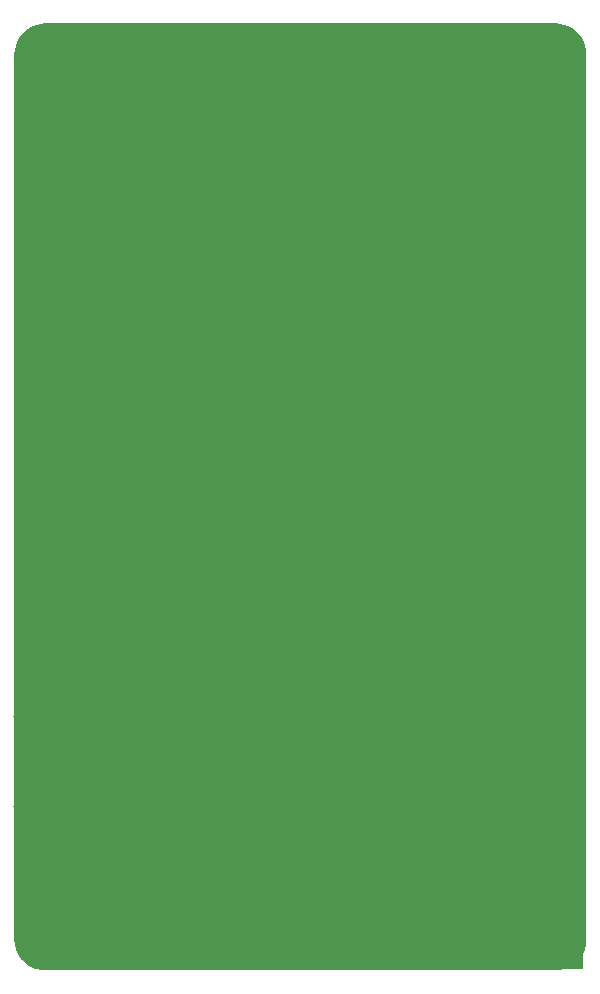
<source format=gbl>
G75*
%MOIN*%
%OFA0B0*%
%FSLAX25Y25*%
%IPPOS*%
%LPD*%
%AMOC8*
5,1,8,0,0,1.08239X$1,22.5*
%
%ADD10R,0.05430X0.00106*%
%ADD11R,0.20850X0.00106*%
%ADD12R,0.05430X0.00107*%
%ADD13R,0.20850X0.00107*%
%ADD14R,0.05320X0.00106*%
%ADD15R,0.20850X0.00106*%
%ADD16R,0.00100X0.00106*%
%ADD17R,0.00210X0.00106*%
%ADD18R,0.00110X0.00106*%
%ADD19R,0.00220X0.00106*%
%ADD20R,0.00220X0.00106*%
%ADD21R,0.24900X0.00107*%
%ADD22R,0.24900X0.00106*%
%ADD23R,0.25000X0.00106*%
%ADD24R,0.05320X0.00107*%
%ADD25R,0.05420X0.00106*%
%ADD26R,0.05420X0.00106*%
%ADD27R,0.24900X0.00106*%
%ADD28R,0.25000X0.00106*%
%ADD29R,0.05420X0.00107*%
%ADD30R,0.05320X0.00106*%
%ADD31R,0.05530X0.00107*%
%ADD32R,0.25000X0.00107*%
%ADD33R,0.05530X0.00106*%
%ADD34R,0.05430X0.00106*%
%ADD35R,0.05530X0.00106*%
%ADD36R,0.05310X0.00106*%
%ADD37R,0.05420X0.00106*%
%ADD38R,0.05420X0.00107*%
%ADD39R,0.05420X0.00106*%
%ADD40R,0.05640X0.00106*%
%ADD41R,0.05640X0.00107*%
%ADD42R,0.05540X0.00106*%
%ADD43R,0.05540X0.00106*%
%ADD44R,0.05540X0.00107*%
%ADD45R,0.24790X0.00107*%
%ADD46R,0.24890X0.00106*%
%ADD47R,0.24790X0.00106*%
%ADD48R,0.24690X0.00106*%
%ADD49R,0.24580X0.00107*%
%ADD50R,0.24580X0.00106*%
%ADD51R,0.24570X0.00106*%
%ADD52R,0.24470X0.00107*%
%ADD53R,0.24370X0.00106*%
%ADD54R,0.24260X0.00107*%
%ADD55R,0.05640X0.00106*%
%ADD56R,0.24360X0.00106*%
%ADD57R,0.24150X0.00106*%
%ADD58R,0.24050X0.00107*%
%ADD59R,0.23940X0.00106*%
%ADD60R,0.05640X0.00106*%
%ADD61R,0.23930X0.00106*%
%ADD62R,0.23730X0.00107*%
%ADD63R,0.05640X0.00106*%
%ADD64R,0.23620X0.00106*%
%ADD65R,0.05640X0.00107*%
%ADD66R,0.23520X0.00107*%
%ADD67R,0.23510X0.00106*%
%ADD68R,0.23200X0.00106*%
%ADD69R,0.22980X0.00107*%
%ADD70R,0.22770X0.00106*%
%ADD71R,0.22550X0.00106*%
%ADD72R,0.22030X0.00107*%
%ADD73R,0.05740X0.00107*%
%ADD74R,0.00850X0.00106*%
%ADD75R,0.02450X0.00106*%
%ADD76R,0.03510X0.00106*%
%ADD77R,0.01600X0.00106*%
%ADD78R,0.02230X0.00106*%
%ADD79R,0.01490X0.00106*%
%ADD80R,0.12660X0.00107*%
%ADD81R,0.12660X0.00106*%
%ADD82R,0.12770X0.00107*%
%ADD83R,0.12660X0.00106*%
%ADD84R,0.12770X0.00106*%
%ADD85R,0.12870X0.00107*%
%ADD86R,0.05320X0.00107*%
%ADD87R,0.05110X0.00106*%
%ADD88R,0.12770X0.00106*%
%ADD89R,0.05000X0.00106*%
%ADD90R,0.12980X0.00106*%
%ADD91R,0.00110X0.00107*%
%ADD92R,0.00210X0.00107*%
%ADD93R,0.00220X0.00107*%
%ADD94R,0.00320X0.00107*%
%ADD95R,0.00320X0.00107*%
%ADD96R,0.00420X0.00107*%
%ADD97R,0.12880X0.00107*%
%ADD98R,0.12880X0.00106*%
%ADD99R,0.12880X0.00106*%
%ADD100R,0.12980X0.00107*%
%ADD101R,0.13080X0.00106*%
%ADD102R,0.12980X0.00106*%
%ADD103R,0.13080X0.00107*%
%ADD104R,0.01060X0.00106*%
%ADD105R,0.00750X0.00106*%
%ADD106R,0.00740X0.00106*%
%ADD107R,0.00860X0.00106*%
%ADD108R,0.00530X0.00106*%
%ADD109R,0.00540X0.00106*%
%ADD110R,0.00320X0.00106*%
%ADD111R,0.00320X0.00106*%
%ADD112R,0.30850X0.00106*%
%ADD113R,0.13190X0.00106*%
%ADD114R,0.31060X0.00107*%
%ADD115R,0.00100X0.00107*%
%ADD116R,0.13090X0.00107*%
%ADD117R,0.31170X0.00106*%
%ADD118R,0.13090X0.00106*%
%ADD119R,0.31170X0.00107*%
%ADD120R,0.31280X0.00106*%
%ADD121R,0.13190X0.00106*%
%ADD122R,0.31170X0.00106*%
%ADD123R,0.00210X0.00106*%
%ADD124R,0.13090X0.00106*%
%ADD125R,0.31280X0.00107*%
%ADD126R,0.00860X0.00107*%
%ADD127R,0.01280X0.00106*%
%ADD128R,0.02030X0.00106*%
%ADD129R,0.13300X0.00106*%
%ADD130R,0.02660X0.00107*%
%ADD131R,0.00310X0.00107*%
%ADD132R,0.13200X0.00107*%
%ADD133R,0.31280X0.00106*%
%ADD134R,0.03090X0.00106*%
%ADD135R,0.02230X0.00106*%
%ADD136R,0.00100X0.00106*%
%ADD137R,0.00110X0.00106*%
%ADD138R,0.13200X0.00106*%
%ADD139R,0.03190X0.00107*%
%ADD140R,0.03820X0.00107*%
%ADD141R,0.03190X0.00106*%
%ADD142R,0.03820X0.00106*%
%ADD143R,0.13200X0.00106*%
%ADD144R,0.02550X0.00107*%
%ADD145R,0.03720X0.00107*%
%ADD146R,0.00950X0.00106*%
%ADD147R,0.03610X0.00106*%
%ADD148R,0.13300X0.00106*%
%ADD149R,0.13300X0.00107*%
%ADD150R,0.01920X0.00106*%
%ADD151R,0.00530X0.00107*%
%ADD152R,0.13400X0.00106*%
%ADD153R,0.00420X0.00107*%
%ADD154R,0.00640X0.00107*%
%ADD155R,0.13510X0.00107*%
%ADD156R,0.00750X0.00106*%
%ADD157R,0.00960X0.00106*%
%ADD158R,0.13410X0.00106*%
%ADD159R,0.01070X0.00106*%
%ADD160R,0.13410X0.00106*%
%ADD161R,0.01380X0.00107*%
%ADD162R,0.01270X0.00107*%
%ADD163R,0.13410X0.00107*%
%ADD164R,0.01810X0.00106*%
%ADD165R,0.01170X0.00106*%
%ADD166R,0.13510X0.00106*%
%ADD167R,0.02020X0.00107*%
%ADD168R,0.01270X0.00107*%
%ADD169R,0.02030X0.00106*%
%ADD170R,0.01280X0.00106*%
%ADD171R,0.13520X0.00106*%
%ADD172R,0.02120X0.00106*%
%ADD173R,0.01380X0.00106*%
%ADD174R,0.02230X0.00107*%
%ADD175R,0.13620X0.00107*%
%ADD176R,0.02240X0.00106*%
%ADD177R,0.13520X0.00106*%
%ADD178R,0.02240X0.00106*%
%ADD179R,0.01490X0.00106*%
%ADD180R,0.02340X0.00107*%
%ADD181R,0.13520X0.00107*%
%ADD182R,0.02340X0.00106*%
%ADD183R,0.01590X0.00106*%
%ADD184R,0.13620X0.00106*%
%ADD185R,0.02450X0.00107*%
%ADD186R,0.01490X0.00107*%
%ADD187R,0.02130X0.00106*%
%ADD188R,0.00220X0.00106*%
%ADD189R,0.13620X0.00106*%
%ADD190R,0.00420X0.00106*%
%ADD191R,0.01600X0.00107*%
%ADD192R,0.01710X0.00107*%
%ADD193R,0.13720X0.00107*%
%ADD194R,0.00740X0.00106*%
%ADD195R,0.01700X0.00106*%
%ADD196R,0.00740X0.00107*%
%ADD197R,0.00750X0.00107*%
%ADD198R,0.01700X0.00107*%
%ADD199R,0.13720X0.00106*%
%ADD200R,0.13730X0.00107*%
%ADD201R,0.31060X0.00106*%
%ADD202R,0.01910X0.00106*%
%ADD203R,0.30960X0.00106*%
%ADD204R,0.00850X0.00106*%
%ADD205R,0.01810X0.00106*%
%ADD206R,0.13730X0.00106*%
%ADD207R,0.00850X0.00107*%
%ADD208R,0.00630X0.00107*%
%ADD209R,0.01280X0.00107*%
%ADD210R,0.01910X0.00107*%
%ADD211R,0.13830X0.00107*%
%ADD212R,0.13730X0.00106*%
%ADD213R,0.01390X0.00107*%
%ADD214R,0.01170X0.00106*%
%ADD215R,0.13830X0.00106*%
%ADD216R,0.00960X0.00107*%
%ADD217R,0.00960X0.00106*%
%ADD218R,0.00430X0.00106*%
%ADD219R,0.13830X0.00106*%
%ADD220R,0.00950X0.00106*%
%ADD221R,0.13930X0.00107*%
%ADD222R,0.01070X0.00106*%
%ADD223R,0.01060X0.00107*%
%ADD224R,0.00310X0.00106*%
%ADD225R,0.13930X0.00106*%
%ADD226R,0.04470X0.00107*%
%ADD227R,0.04790X0.00106*%
%ADD228R,0.01060X0.00106*%
%ADD229R,0.13940X0.00106*%
%ADD230R,0.05100X0.00107*%
%ADD231R,0.13940X0.00107*%
%ADD232R,0.05210X0.00106*%
%ADD233R,0.14040X0.00106*%
%ADD234R,0.13940X0.00106*%
%ADD235R,0.01170X0.00107*%
%ADD236R,0.14050X0.00107*%
%ADD237R,0.01810X0.00107*%
%ADD238R,0.01170X0.00106*%
%ADD239R,0.14150X0.00106*%
%ADD240R,0.14050X0.00106*%
%ADD241R,0.01920X0.00107*%
%ADD242R,0.14250X0.00107*%
%ADD243R,0.14050X0.00106*%
%ADD244R,0.14150X0.00106*%
%ADD245R,0.14150X0.00107*%
%ADD246R,0.14250X0.00106*%
%ADD247R,0.01910X0.00106*%
%ADD248R,0.14360X0.00107*%
%ADD249R,0.01920X0.00106*%
%ADD250R,0.01920X0.00106*%
%ADD251R,0.14260X0.00106*%
%ADD252R,0.01920X0.00107*%
%ADD253R,0.14260X0.00107*%
%ADD254R,0.14360X0.00106*%
%ADD255R,0.14260X0.00106*%
%ADD256R,0.02020X0.00106*%
%ADD257R,0.14370X0.00106*%
%ADD258R,0.02020X0.00106*%
%ADD259R,0.14370X0.00106*%
%ADD260R,0.02020X0.00107*%
%ADD261R,0.14370X0.00107*%
%ADD262R,0.14470X0.00106*%
%ADD263R,0.02020X0.00106*%
%ADD264R,0.02130X0.00107*%
%ADD265R,0.14470X0.00107*%
%ADD266R,0.02130X0.00106*%
%ADD267R,0.14570X0.00106*%
%ADD268R,0.14680X0.00107*%
%ADD269R,0.14580X0.00106*%
%ADD270R,0.05210X0.00107*%
%ADD271R,0.14580X0.00107*%
%ADD272R,0.14580X0.00106*%
%ADD273R,0.04790X0.00106*%
%ADD274R,0.14680X0.00106*%
%ADD275R,0.04570X0.00107*%
%ADD276R,0.02240X0.00107*%
%ADD277R,0.04040X0.00106*%
%ADD278R,0.14790X0.00107*%
%ADD279R,0.14690X0.00106*%
%ADD280R,0.14690X0.00107*%
%ADD281R,0.14690X0.00106*%
%ADD282R,0.14790X0.00106*%
%ADD283R,0.02350X0.00107*%
%ADD284R,0.00430X0.00107*%
%ADD285R,0.00640X0.00107*%
%ADD286R,0.09570X0.00107*%
%ADD287R,0.00220X0.00106*%
%ADD288R,0.00320X0.00106*%
%ADD289R,0.23830X0.00106*%
%ADD290R,0.02340X0.00106*%
%ADD291R,0.14890X0.00106*%
%ADD292R,0.37550X0.00106*%
%ADD293R,0.46490X0.00107*%
%ADD294R,0.46490X0.00106*%
%ADD295R,0.02340X0.00106*%
%ADD296R,0.46380X0.00106*%
%ADD297R,0.02340X0.00106*%
%ADD298R,0.02440X0.00107*%
%ADD299R,0.14890X0.00107*%
%ADD300R,0.43830X0.00106*%
%ADD301R,0.00630X0.00106*%
%ADD302R,0.14900X0.00106*%
%ADD303R,0.26490X0.00107*%
%ADD304R,0.00950X0.00107*%
%ADD305R,0.02340X0.00107*%
%ADD306R,0.04150X0.00106*%
%ADD307R,0.01270X0.00106*%
%ADD308R,0.00420X0.00106*%
%ADD309R,0.00540X0.00106*%
%ADD310R,0.00320X0.00106*%
%ADD311R,0.02450X0.00106*%
%ADD312R,0.14900X0.00106*%
%ADD313R,0.14900X0.00107*%
%ADD314R,0.15000X0.00106*%
%ADD315R,0.02550X0.00106*%
%ADD316R,0.15000X0.00106*%
%ADD317R,0.02440X0.00107*%
%ADD318R,0.02440X0.00106*%
%ADD319R,0.02550X0.00106*%
%ADD320R,0.15100X0.00106*%
%ADD321R,0.15000X0.00107*%
%ADD322R,0.02560X0.00107*%
%ADD323R,0.02560X0.00106*%
%ADD324R,0.02560X0.00106*%
%ADD325R,0.15110X0.00107*%
%ADD326R,0.15210X0.00106*%
%ADD327R,0.15110X0.00106*%
%ADD328R,0.15110X0.00106*%
%ADD329R,0.02660X0.00106*%
%ADD330R,0.15220X0.00106*%
%ADD331R,0.15220X0.00107*%
%ADD332R,0.02660X0.00106*%
%ADD333R,0.15220X0.00106*%
%ADD334R,0.15320X0.00107*%
%ADD335R,0.02760X0.00106*%
%ADD336R,0.15320X0.00106*%
%ADD337R,0.02760X0.00106*%
%ADD338R,0.15320X0.00106*%
%ADD339R,0.15420X0.00107*%
%ADD340R,0.00530X0.00106*%
%ADD341R,0.15430X0.00107*%
%ADD342R,0.01700X0.00106*%
%ADD343R,0.15430X0.00106*%
%ADD344R,0.02980X0.00106*%
%ADD345R,0.15530X0.00106*%
%ADD346R,0.03300X0.00107*%
%ADD347R,0.03730X0.00106*%
%ADD348R,0.15430X0.00106*%
%ADD349R,0.04900X0.00106*%
%ADD350R,0.15540X0.00107*%
%ADD351R,0.15540X0.00106*%
%ADD352R,0.06270X0.00106*%
%ADD353R,0.15540X0.00106*%
%ADD354R,0.06490X0.00107*%
%ADD355R,0.06800X0.00106*%
%ADD356R,0.06910X0.00106*%
%ADD357R,0.06910X0.00107*%
%ADD358R,0.15740X0.00107*%
%ADD359R,0.06920X0.00106*%
%ADD360R,0.06920X0.00107*%
%ADD361R,0.15640X0.00107*%
%ADD362R,0.15640X0.00106*%
%ADD363R,0.07020X0.00106*%
%ADD364R,0.15640X0.00106*%
%ADD365R,0.07020X0.00107*%
%ADD366R,0.06910X0.00106*%
%ADD367R,0.07020X0.00107*%
%ADD368R,0.07020X0.00106*%
%ADD369R,0.15750X0.00106*%
%ADD370R,0.07020X0.00106*%
%ADD371R,0.07030X0.00107*%
%ADD372R,0.15750X0.00107*%
%ADD373R,0.07030X0.00106*%
%ADD374R,0.07130X0.00106*%
%ADD375R,0.15850X0.00106*%
%ADD376R,0.07130X0.00107*%
%ADD377R,0.07130X0.00106*%
%ADD378R,0.15750X0.00106*%
%ADD379R,0.15860X0.00107*%
%ADD380R,0.07240X0.00106*%
%ADD381R,0.15860X0.00106*%
%ADD382R,0.15960X0.00106*%
%ADD383R,0.07240X0.00107*%
%ADD384R,0.07240X0.00106*%
%ADD385R,0.15860X0.00106*%
%ADD386R,0.07340X0.00107*%
%ADD387R,0.07230X0.00106*%
%ADD388R,0.07340X0.00107*%
%ADD389R,0.07340X0.00106*%
%ADD390R,0.16060X0.00106*%
%ADD391R,0.07440X0.00106*%
%ADD392R,0.15960X0.00107*%
%ADD393R,0.07340X0.00106*%
%ADD394R,0.07450X0.00107*%
%ADD395R,0.07450X0.00106*%
%ADD396R,0.07450X0.00106*%
%ADD397R,0.16070X0.00107*%
%ADD398R,0.07550X0.00107*%
%ADD399R,0.07550X0.00106*%
%ADD400R,0.16070X0.00106*%
%ADD401R,0.07440X0.00106*%
%ADD402R,0.16070X0.00106*%
%ADD403R,0.16170X0.00107*%
%ADD404R,0.07550X0.00106*%
%ADD405R,0.16180X0.00106*%
%ADD406R,0.07660X0.00107*%
%ADD407R,0.07660X0.00106*%
%ADD408R,0.16180X0.00106*%
%ADD409R,0.07560X0.00107*%
%ADD410R,0.16280X0.00107*%
%ADD411R,0.07660X0.00106*%
%ADD412R,0.07770X0.00107*%
%ADD413R,0.16180X0.00107*%
%ADD414R,0.07770X0.00106*%
%ADD415R,0.16280X0.00106*%
%ADD416R,0.07770X0.00107*%
%ADD417R,0.07770X0.00106*%
%ADD418R,0.16380X0.00106*%
%ADD419R,0.07870X0.00107*%
%ADD420R,0.07760X0.00106*%
%ADD421R,0.16280X0.00106*%
%ADD422R,0.07760X0.00106*%
%ADD423R,0.07870X0.00106*%
%ADD424R,0.16390X0.00107*%
%ADD425R,0.07870X0.00106*%
%ADD426R,0.16390X0.00106*%
%ADD427R,0.07980X0.00107*%
%ADD428R,0.07980X0.00106*%
%ADD429R,0.16390X0.00106*%
%ADD430R,0.16490X0.00107*%
%ADD431R,0.07980X0.00106*%
%ADD432R,0.08080X0.00106*%
%ADD433R,0.16490X0.00106*%
%ADD434R,0.07970X0.00106*%
%ADD435R,0.07970X0.00107*%
%ADD436R,0.16590X0.00107*%
%ADD437R,0.08080X0.00106*%
%ADD438R,0.16490X0.00106*%
%ADD439R,0.08080X0.00107*%
%ADD440R,0.08190X0.00106*%
%ADD441R,0.16600X0.00106*%
%ADD442R,0.08090X0.00107*%
%ADD443R,0.08190X0.00106*%
%ADD444R,0.16600X0.00106*%
%ADD445R,0.16700X0.00106*%
%ADD446R,0.08300X0.00107*%
%ADD447R,0.16600X0.00107*%
%ADD448R,0.08300X0.00106*%
%ADD449R,0.08190X0.00107*%
%ADD450R,0.08300X0.00106*%
%ADD451R,0.16710X0.00107*%
%ADD452R,0.08400X0.00106*%
%ADD453R,0.16710X0.00106*%
%ADD454R,0.08410X0.00106*%
%ADD455R,0.16710X0.00106*%
%ADD456R,0.08410X0.00106*%
%ADD457R,0.08410X0.00107*%
%ADD458R,0.16810X0.00106*%
%ADD459R,0.08510X0.00106*%
%ADD460R,0.16810X0.00106*%
%ADD461R,0.08940X0.00107*%
%ADD462R,0.09150X0.00106*%
%ADD463R,0.09580X0.00107*%
%ADD464R,0.16810X0.00107*%
%ADD465R,0.00640X0.00106*%
%ADD466R,0.01070X0.00106*%
%ADD467R,0.09790X0.00106*%
%ADD468R,0.16910X0.00106*%
%ADD469R,0.03830X0.00106*%
%ADD470R,0.09890X0.00106*%
%ADD471R,0.04470X0.00107*%
%ADD472R,0.04580X0.00107*%
%ADD473R,0.10210X0.00107*%
%ADD474R,0.10320X0.00106*%
%ADD475R,0.16920X0.00106*%
%ADD476R,0.05850X0.00106*%
%ADD477R,0.00860X0.00106*%
%ADD478R,0.10640X0.00106*%
%ADD479R,0.06600X0.00106*%
%ADD480R,0.06280X0.00107*%
%ADD481R,0.06390X0.00107*%
%ADD482R,0.10750X0.00107*%
%ADD483R,0.06920X0.00107*%
%ADD484R,0.06280X0.00106*%
%ADD485R,0.10850X0.00106*%
%ADD486R,0.05110X0.00106*%
%ADD487R,0.06380X0.00107*%
%ADD488R,0.11070X0.00107*%
%ADD489R,0.04260X0.00107*%
%ADD490R,0.06490X0.00106*%
%ADD491R,0.11170X0.00106*%
%ADD492R,0.03940X0.00106*%
%ADD493R,0.05220X0.00106*%
%ADD494R,0.06490X0.00106*%
%ADD495R,0.08090X0.00106*%
%ADD496R,0.11280X0.00106*%
%ADD497R,0.03510X0.00106*%
%ADD498R,0.06600X0.00107*%
%ADD499R,0.11490X0.00107*%
%ADD500R,0.04370X0.00107*%
%ADD501R,0.06600X0.00106*%
%ADD502R,0.08830X0.00106*%
%ADD503R,0.11600X0.00106*%
%ADD504R,0.02770X0.00106*%
%ADD505R,0.04050X0.00106*%
%ADD506R,0.06700X0.00107*%
%ADD507R,0.09040X0.00107*%
%ADD508R,0.11700X0.00107*%
%ADD509R,0.03830X0.00107*%
%ADD510R,0.06700X0.00106*%
%ADD511R,0.09360X0.00106*%
%ADD512R,0.11810X0.00106*%
%ADD513R,0.03410X0.00106*%
%ADD514R,0.06700X0.00106*%
%ADD515R,0.09680X0.00106*%
%ADD516R,0.12020X0.00106*%
%ADD517R,0.06810X0.00107*%
%ADD518R,0.10000X0.00107*%
%ADD519R,0.12020X0.00107*%
%ADD520R,0.02880X0.00107*%
%ADD521R,0.06810X0.00106*%
%ADD522R,0.10110X0.00106*%
%ADD523R,0.12120X0.00106*%
%ADD524R,0.10540X0.00106*%
%ADD525R,0.02350X0.00106*%
%ADD526R,0.10640X0.00107*%
%ADD527R,0.12450X0.00107*%
%ADD528R,0.01170X0.00107*%
%ADD529R,0.06810X0.00106*%
%ADD530R,0.10950X0.00106*%
%ADD531R,0.11170X0.00107*%
%ADD532R,0.11380X0.00106*%
%ADD533R,0.06920X0.00106*%
%ADD534R,0.11920X0.00107*%
%ADD535R,0.13400X0.00107*%
%ADD536R,0.01070X0.00107*%
%ADD537R,0.12130X0.00106*%
%ADD538R,0.13610X0.00106*%
%ADD539R,0.08830X0.00107*%
%ADD540R,0.13720X0.00107*%
%ADD541R,0.03300X0.00106*%
%ADD542R,0.08930X0.00106*%
%ADD543R,0.09360X0.00107*%
%ADD544R,0.06170X0.00107*%
%ADD545R,0.09570X0.00106*%
%ADD546R,0.03190X0.00106*%
%ADD547R,0.14470X0.00106*%
%ADD548R,0.09470X0.00106*%
%ADD549R,0.14570X0.00106*%
%ADD550R,0.08510X0.00107*%
%ADD551R,0.14890X0.00106*%
%ADD552R,0.09790X0.00107*%
%ADD553R,0.09260X0.00106*%
%ADD554R,0.03400X0.00106*%
%ADD555R,0.01590X0.00106*%
%ADD556R,0.10320X0.00106*%
%ADD557R,0.09140X0.00106*%
%ADD558R,0.09150X0.00107*%
%ADD559R,0.03400X0.00107*%
%ADD560R,0.15320X0.00107*%
%ADD561R,0.11280X0.00107*%
%ADD562R,0.09040X0.00106*%
%ADD563R,0.03400X0.00106*%
%ADD564R,0.11800X0.00106*%
%ADD565R,0.03510X0.00107*%
%ADD566R,0.15530X0.00107*%
%ADD567R,0.03090X0.00107*%
%ADD568R,0.12340X0.00107*%
%ADD569R,0.04470X0.00106*%
%ADD570R,0.08940X0.00106*%
%ADD571R,0.03300X0.00106*%
%ADD572R,0.04370X0.00106*%
%ADD573R,0.04150X0.00107*%
%ADD574R,0.04470X0.00106*%
%ADD575R,0.04470X0.00106*%
%ADD576R,0.04580X0.00106*%
%ADD577R,0.08930X0.00106*%
%ADD578R,0.03620X0.00106*%
%ADD579R,0.16170X0.00106*%
%ADD580R,0.04900X0.00106*%
%ADD581R,0.08720X0.00107*%
%ADD582R,0.05110X0.00107*%
%ADD583R,0.04680X0.00106*%
%ADD584R,0.03610X0.00106*%
%ADD585R,0.16170X0.00106*%
%ADD586R,0.04570X0.00107*%
%ADD587R,0.06060X0.00107*%
%ADD588R,0.04680X0.00106*%
%ADD589R,0.08720X0.00106*%
%ADD590R,0.03830X0.00106*%
%ADD591R,0.06380X0.00106*%
%ADD592R,0.15530X0.00106*%
%ADD593R,0.08730X0.00106*%
%ADD594R,0.03720X0.00106*%
%ADD595R,0.16590X0.00106*%
%ADD596R,0.04680X0.00107*%
%ADD597R,0.07230X0.00107*%
%ADD598R,0.08620X0.00106*%
%ADD599R,0.04780X0.00106*%
%ADD600R,0.08620X0.00106*%
%ADD601R,0.07880X0.00106*%
%ADD602R,0.04780X0.00107*%
%ADD603R,0.08620X0.00107*%
%ADD604R,0.17020X0.00107*%
%ADD605R,0.08610X0.00106*%
%ADD606R,0.03930X0.00106*%
%ADD607R,0.17340X0.00106*%
%ADD608R,0.04790X0.00107*%
%ADD609R,0.09260X0.00107*%
%ADD610R,0.17660X0.00107*%
%ADD611R,0.08510X0.00106*%
%ADD612R,0.17020X0.00106*%
%ADD613R,0.09470X0.00106*%
%ADD614R,0.17870X0.00106*%
%ADD615R,0.03930X0.00106*%
%ADD616R,0.17020X0.00106*%
%ADD617R,0.10000X0.00106*%
%ADD618R,0.18090X0.00106*%
%ADD619R,0.08400X0.00107*%
%ADD620R,0.03930X0.00107*%
%ADD621R,0.10320X0.00107*%
%ADD622R,0.18200X0.00107*%
%ADD623R,0.17230X0.00106*%
%ADD624R,0.10740X0.00106*%
%ADD625R,0.18410X0.00106*%
%ADD626R,0.04890X0.00107*%
%ADD627R,0.04040X0.00107*%
%ADD628R,0.17230X0.00107*%
%ADD629R,0.11060X0.00107*%
%ADD630R,0.18520X0.00107*%
%ADD631R,0.04890X0.00106*%
%ADD632R,0.08520X0.00106*%
%ADD633R,0.04040X0.00106*%
%ADD634R,0.18720X0.00106*%
%ADD635R,0.04890X0.00106*%
%ADD636R,0.08400X0.00106*%
%ADD637R,0.04040X0.00106*%
%ADD638R,0.17230X0.00106*%
%ADD639R,0.11270X0.00106*%
%ADD640R,0.18730X0.00106*%
%ADD641R,0.04890X0.00107*%
%ADD642R,0.04140X0.00107*%
%ADD643R,0.17340X0.00107*%
%ADD644R,0.18830X0.00107*%
%ADD645R,0.04890X0.00106*%
%ADD646R,0.04140X0.00106*%
%ADD647R,0.17450X0.00106*%
%ADD648R,0.11060X0.00106*%
%ADD649R,0.18940X0.00106*%
%ADD650R,0.19050X0.00106*%
%ADD651R,0.04900X0.00107*%
%ADD652R,0.04250X0.00107*%
%ADD653R,0.17450X0.00107*%
%ADD654R,0.10850X0.00107*%
%ADD655R,0.19150X0.00107*%
%ADD656R,0.05000X0.00106*%
%ADD657R,0.08290X0.00106*%
%ADD658R,0.17450X0.00106*%
%ADD659R,0.10750X0.00106*%
%ADD660R,0.19260X0.00106*%
%ADD661R,0.05000X0.00107*%
%ADD662R,0.17560X0.00107*%
%ADD663R,0.19470X0.00107*%
%ADD664R,0.04260X0.00106*%
%ADD665R,0.17560X0.00106*%
%ADD666R,0.10640X0.00106*%
%ADD667R,0.19470X0.00106*%
%ADD668R,0.17660X0.00106*%
%ADD669R,0.10530X0.00106*%
%ADD670R,0.19580X0.00106*%
%ADD671R,0.10430X0.00107*%
%ADD672R,0.19690X0.00107*%
%ADD673R,0.05100X0.00106*%
%ADD674R,0.08200X0.00106*%
%ADD675R,0.04360X0.00106*%
%ADD676R,0.17560X0.00106*%
%ADD677R,0.10430X0.00106*%
%ADD678R,0.19790X0.00106*%
%ADD679R,0.10220X0.00107*%
%ADD680R,0.19890X0.00107*%
%ADD681R,0.04360X0.00106*%
%ADD682R,0.10220X0.00106*%
%ADD683R,0.19900X0.00106*%
%ADD684R,0.20000X0.00106*%
%ADD685R,0.08190X0.00107*%
%ADD686R,0.04360X0.00107*%
%ADD687R,0.10110X0.00107*%
%ADD688R,0.20110X0.00107*%
%ADD689R,0.17660X0.00106*%
%ADD690R,0.20220X0.00106*%
%ADD691R,0.08090X0.00106*%
%ADD692R,0.10000X0.00106*%
%ADD693R,0.20320X0.00106*%
%ADD694R,0.04370X0.00107*%
%ADD695R,0.20320X0.00107*%
%ADD696R,0.17760X0.00106*%
%ADD697R,0.09790X0.00106*%
%ADD698R,0.20530X0.00106*%
%ADD699R,0.20540X0.00107*%
%ADD700R,0.20540X0.00106*%
%ADD701R,0.08090X0.00106*%
%ADD702R,0.04580X0.00106*%
%ADD703R,0.09580X0.00106*%
%ADD704R,0.20640X0.00106*%
%ADD705R,0.20750X0.00107*%
%ADD706R,0.20960X0.00106*%
%ADD707R,0.09470X0.00107*%
%ADD708R,0.20860X0.00107*%
%ADD709R,0.04570X0.00106*%
%ADD710R,0.09460X0.00106*%
%ADD711R,0.20960X0.00106*%
%ADD712R,0.04570X0.00106*%
%ADD713R,0.07870X0.00107*%
%ADD714R,0.21070X0.00107*%
%ADD715R,0.07870X0.00106*%
%ADD716R,0.21180X0.00106*%
%ADD717R,0.07870X0.00106*%
%ADD718R,0.00740X0.00106*%
%ADD719R,0.09250X0.00106*%
%ADD720R,0.21180X0.00106*%
%ADD721R,0.07880X0.00107*%
%ADD722R,0.09250X0.00107*%
%ADD723R,0.21380X0.00107*%
%ADD724R,0.11700X0.00106*%
%ADD725R,0.17340X0.00106*%
%ADD726R,0.09150X0.00106*%
%ADD727R,0.10630X0.00106*%
%ADD728R,0.04790X0.00106*%
%ADD729R,0.10210X0.00106*%
%ADD730R,0.04790X0.00107*%
%ADD731R,0.07880X0.00106*%
%ADD732R,0.04890X0.00106*%
%ADD733R,0.07770X0.00106*%
%ADD734R,0.09040X0.00106*%
%ADD735R,0.06070X0.00106*%
%ADD736R,0.07760X0.00107*%
%ADD737R,0.09050X0.00107*%
%ADD738R,0.09470X0.00107*%
%ADD739R,0.05860X0.00107*%
%ADD740R,0.09050X0.00106*%
%ADD741R,0.08940X0.00106*%
%ADD742R,0.05210X0.00106*%
%ADD743R,0.08930X0.00107*%
%ADD744R,0.07770X0.00106*%
%ADD745R,0.08940X0.00107*%
%ADD746R,0.08620X0.00107*%
%ADD747R,0.04690X0.00107*%
%ADD748R,0.08940X0.00106*%
%ADD749R,0.07560X0.00106*%
%ADD750R,0.08940X0.00106*%
%ADD751R,0.08200X0.00107*%
%ADD752R,0.03940X0.00107*%
%ADD753R,0.15960X0.00106*%
%ADD754R,0.03940X0.00106*%
%ADD755R,0.03620X0.00106*%
%ADD756R,0.07440X0.00107*%
%ADD757R,0.05220X0.00107*%
%ADD758R,0.03520X0.00107*%
%ADD759R,0.03410X0.00106*%
%ADD760R,0.03410X0.00107*%
%ADD761R,0.15320X0.00106*%
%ADD762R,0.07340X0.00106*%
%ADD763R,0.03200X0.00106*%
%ADD764R,0.05220X0.00107*%
%ADD765R,0.03200X0.00107*%
%ADD766R,0.07440X0.00106*%
%ADD767R,0.05220X0.00106*%
%ADD768R,0.14790X0.00106*%
%ADD769R,0.09260X0.00106*%
%ADD770R,0.02980X0.00107*%
%ADD771R,0.09370X0.00106*%
%ADD772R,0.02880X0.00106*%
%ADD773R,0.07340X0.00106*%
%ADD774R,0.05320X0.00106*%
%ADD775R,0.14040X0.00106*%
%ADD776R,0.09360X0.00106*%
%ADD777R,0.07560X0.00106*%
%ADD778R,0.02980X0.00106*%
%ADD779R,0.02770X0.00106*%
%ADD780R,0.03720X0.00106*%
%ADD781R,0.05320X0.00106*%
%ADD782R,0.03720X0.00107*%
%ADD783R,0.13610X0.00106*%
%ADD784R,0.03620X0.00107*%
%ADD785R,0.03620X0.00106*%
%ADD786R,0.09780X0.00106*%
%ADD787R,0.04780X0.00106*%
%ADD788R,0.09780X0.00107*%
%ADD789R,0.12550X0.00106*%
%ADD790R,0.09790X0.00106*%
%ADD791R,0.05220X0.00106*%
%ADD792R,0.12450X0.00106*%
%ADD793R,0.02350X0.00106*%
%ADD794R,0.12130X0.00107*%
%ADD795R,0.10100X0.00107*%
%ADD796R,0.11910X0.00106*%
%ADD797R,0.07120X0.00106*%
%ADD798R,0.11490X0.00106*%
%ADD799R,0.10220X0.00106*%
%ADD800R,0.07230X0.00106*%
%ADD801R,0.05960X0.00106*%
%ADD802R,0.11270X0.00106*%
%ADD803R,0.10320X0.00106*%
%ADD804R,0.06060X0.00106*%
%ADD805R,0.10960X0.00107*%
%ADD806R,0.03090X0.00106*%
%ADD807R,0.07120X0.00106*%
%ADD808R,0.10540X0.00106*%
%ADD809R,0.10640X0.00106*%
%ADD810R,0.10750X0.00106*%
%ADD811R,0.02870X0.00106*%
%ADD812R,0.02870X0.00106*%
%ADD813R,0.08730X0.00106*%
%ADD814R,0.02870X0.00107*%
%ADD815R,0.02770X0.00107*%
%ADD816R,0.02030X0.00107*%
%ADD817R,0.05630X0.00106*%
%ADD818R,0.06590X0.00106*%
%ADD819R,0.11810X0.00106*%
%ADD820R,0.06070X0.00107*%
%ADD821R,0.12130X0.00106*%
%ADD822R,0.07120X0.00107*%
%ADD823R,0.05750X0.00107*%
%ADD824R,0.05750X0.00106*%
%ADD825R,0.10430X0.00106*%
%ADD826R,0.05740X0.00107*%
%ADD827R,0.09680X0.00107*%
%ADD828R,0.05750X0.00106*%
%ADD829R,0.06380X0.00106*%
%ADD830R,0.05740X0.00106*%
%ADD831R,0.05850X0.00107*%
%ADD832R,0.06170X0.00106*%
%ADD833R,0.06390X0.00107*%
%ADD834R,0.05960X0.00107*%
%ADD835R,0.05960X0.00106*%
%ADD836R,0.05850X0.00106*%
%ADD837R,0.05540X0.00107*%
%ADD838R,0.03610X0.00107*%
%ADD839R,0.10320X0.00106*%
%ADD840R,0.03080X0.00106*%
%ADD841R,0.01490X0.00106*%
%ADD842R,0.05950X0.00107*%
%ADD843R,0.00640X0.00106*%
%ADD844R,0.01390X0.00106*%
%ADD845R,0.08720X0.00106*%
%ADD846R,0.05950X0.00106*%
%ADD847R,0.06060X0.00106*%
%ADD848R,0.07120X0.00107*%
%ADD849R,0.06280X0.00106*%
%ADD850R,0.06070X0.00107*%
%ADD851R,0.05950X0.00106*%
%ADD852R,0.06070X0.00106*%
%ADD853R,0.04150X0.00106*%
%ADD854R,0.06170X0.00106*%
%ADD855R,0.06170X0.00107*%
%ADD856R,0.06170X0.00106*%
%ADD857R,0.04370X0.00106*%
%ADD858R,0.06070X0.00106*%
%ADD859R,0.06170X0.00106*%
%ADD860R,0.08830X0.00106*%
%ADD861R,0.09040X0.00106*%
%ADD862R,0.09250X0.00106*%
%ADD863R,0.09580X0.00106*%
%ADD864R,0.09680X0.00106*%
%ADD865R,0.06180X0.00106*%
%ADD866R,0.10100X0.00106*%
%ADD867R,0.06710X0.00106*%
%ADD868R,0.10420X0.00107*%
%ADD869R,0.06490X0.00106*%
%ADD870R,0.11280X0.00106*%
%ADD871R,0.06590X0.00106*%
%ADD872R,0.21180X0.00107*%
%ADD873R,0.21070X0.00106*%
%ADD874R,0.21170X0.00106*%
%ADD875R,0.20960X0.00107*%
%ADD876R,0.07020X0.00106*%
%ADD877R,0.20860X0.00106*%
%ADD878R,0.20860X0.00106*%
%ADD879R,0.11170X0.00106*%
%ADD880R,0.20640X0.00106*%
%ADD881R,0.20430X0.00106*%
%ADD882R,0.10960X0.00106*%
%ADD883R,0.10740X0.00107*%
%ADD884R,0.20210X0.00107*%
%ADD885R,0.10530X0.00107*%
%ADD886R,0.19900X0.00107*%
%ADD887R,0.10210X0.00106*%
%ADD888R,0.19690X0.00106*%
%ADD889R,0.09890X0.00107*%
%ADD890R,0.19570X0.00107*%
%ADD891R,0.19370X0.00106*%
%ADD892R,0.19040X0.00106*%
%ADD893R,0.18620X0.00107*%
%ADD894R,0.18520X0.00106*%
%ADD895R,0.18300X0.00106*%
%ADD896R,0.18300X0.00107*%
%ADD897R,0.06590X0.00107*%
%ADD898R,0.17870X0.00107*%
%ADD899R,0.04050X0.00107*%
%ADD900R,0.13510X0.00106*%
%ADD901R,0.12550X0.00107*%
%ADD902R,0.12020X0.00106*%
%ADD903R,0.11700X0.00106*%
%ADD904R,0.00740X0.00107*%
%ADD905R,0.00220X0.00107*%
%ADD906R,0.33620X0.00107*%
%ADD907R,0.44260X0.00106*%
%ADD908R,0.44360X0.00106*%
%ADD909R,0.44360X0.00107*%
%ADD910R,0.44260X0.00107*%
%ADD911R,0.22550X0.00106*%
%ADD912R,0.04570X0.00106*%
%ADD913R,0.00630X0.00106*%
%ADD914R,0.02770X0.00106*%
%ADD915R,0.03620X0.00106*%
%ADD916R,0.03090X0.00106*%
%ADD917R,0.09370X0.00107*%
%ADD918R,0.12340X0.00106*%
%ADD919R,0.09780X0.00106*%
%ADD920R,0.16060X0.00107*%
%ADD921R,0.11170X0.00107*%
%ADD922R,0.16920X0.00106*%
%ADD923R,0.11490X0.00106*%
%ADD924R,0.11910X0.00107*%
%ADD925R,0.18400X0.00106*%
%ADD926R,0.19150X0.00106*%
%ADD927R,0.19680X0.00107*%
%ADD928R,0.20320X0.00106*%
%ADD929R,0.13290X0.00106*%
%ADD930R,0.21060X0.00106*%
%ADD931R,0.21490X0.00107*%
%ADD932R,0.22240X0.00106*%
%ADD933R,0.22880X0.00107*%
%ADD934R,0.14470X0.00107*%
%ADD935R,0.23410X0.00106*%
%ADD936R,0.14790X0.00106*%
%ADD937R,0.24360X0.00107*%
%ADD938R,0.25420X0.00107*%
%ADD939R,0.15850X0.00107*%
%ADD940R,0.25850X0.00106*%
%ADD941R,0.26390X0.00106*%
%ADD942R,0.16480X0.00106*%
%ADD943R,0.26920X0.00107*%
%ADD944R,0.27340X0.00106*%
%ADD945R,0.27760X0.00106*%
%ADD946R,0.28190X0.00107*%
%ADD947R,0.17550X0.00107*%
%ADD948R,0.28620X0.00106*%
%ADD949R,0.17870X0.00106*%
%ADD950R,0.29040X0.00107*%
%ADD951R,0.18190X0.00107*%
%ADD952R,0.29460X0.00106*%
%ADD953R,0.18410X0.00106*%
%ADD954R,0.29900X0.00106*%
%ADD955R,0.30320X0.00107*%
%ADD956R,0.19040X0.00107*%
%ADD957R,0.30740X0.00106*%
%ADD958R,0.19370X0.00106*%
%ADD959R,0.31070X0.00106*%
%ADD960R,0.19580X0.00106*%
%ADD961R,0.31380X0.00107*%
%ADD962R,0.31810X0.00106*%
%ADD963R,0.20210X0.00106*%
%ADD964R,0.32240X0.00107*%
%ADD965R,0.20530X0.00107*%
%ADD966R,0.32440X0.00106*%
%ADD967R,0.20740X0.00106*%
%ADD968R,0.32880X0.00106*%
%ADD969R,0.33300X0.00107*%
%ADD970R,0.33610X0.00106*%
%ADD971R,0.33940X0.00107*%
%ADD972R,0.21060X0.00107*%
%ADD973R,0.34360X0.00106*%
%ADD974R,0.34580X0.00106*%
%ADD975R,0.21280X0.00106*%
%ADD976R,0.35000X0.00107*%
%ADD977R,0.21280X0.00107*%
%ADD978R,0.35220X0.00106*%
%ADD979R,0.21490X0.00106*%
%ADD980R,0.35640X0.00106*%
%ADD981R,0.21380X0.00106*%
%ADD982R,0.16910X0.00107*%
%ADD983R,0.21490X0.00107*%
%ADD984R,0.21590X0.00106*%
%ADD985R,0.21590X0.00107*%
%ADD986R,0.21700X0.00106*%
%ADD987R,0.21810X0.00106*%
%ADD988R,0.13190X0.00107*%
%ADD989R,0.21910X0.00107*%
%ADD990R,0.13080X0.00106*%
%ADD991R,0.12970X0.00106*%
%ADD992R,0.21910X0.00106*%
%ADD993R,0.12770X0.00107*%
%ADD994R,0.21920X0.00107*%
%ADD995R,0.12440X0.00106*%
%ADD996R,0.22020X0.00106*%
%ADD997R,0.12240X0.00106*%
%ADD998R,0.22130X0.00106*%
%ADD999R,0.11810X0.00107*%
%ADD1000R,0.22130X0.00107*%
%ADD1001R,0.22240X0.00106*%
%ADD1002R,0.11590X0.00106*%
%ADD1003R,0.11480X0.00106*%
%ADD1004R,0.22340X0.00106*%
%ADD1005R,0.11380X0.00107*%
%ADD1006R,0.22450X0.00107*%
%ADD1007R,0.11170X0.00106*%
%ADD1008R,0.11070X0.00106*%
%ADD1009R,0.22560X0.00106*%
%ADD1010R,0.10960X0.00106*%
%ADD1011R,0.10850X0.00106*%
%ADD1012R,0.22660X0.00106*%
%ADD1013R,0.22660X0.00106*%
%ADD1014R,0.10540X0.00107*%
%ADD1015R,0.22770X0.00107*%
%ADD1016R,0.22770X0.00106*%
%ADD1017R,0.10320X0.00107*%
%ADD1018R,0.22870X0.00107*%
%ADD1019R,0.10110X0.00106*%
%ADD1020R,0.22980X0.00106*%
%ADD1021R,0.22970X0.00106*%
%ADD1022R,0.09900X0.00107*%
%ADD1023R,0.22970X0.00107*%
%ADD1024R,0.23080X0.00106*%
%ADD1025R,0.23190X0.00106*%
%ADD1026R,0.23290X0.00107*%
%ADD1027R,0.23290X0.00106*%
%ADD1028R,0.23400X0.00107*%
%ADD1029R,0.09790X0.00106*%
%ADD1030R,0.23610X0.00106*%
%ADD1031R,0.23510X0.00107*%
%ADD1032R,0.23620X0.00106*%
%ADD1033R,0.23730X0.00106*%
%ADD1034R,0.23830X0.00107*%
%ADD1035R,0.23830X0.00106*%
%ADD1036R,0.23940X0.00107*%
%ADD1037R,0.24040X0.00106*%
%ADD1038R,0.11070X0.00106*%
%ADD1039R,0.24150X0.00106*%
%ADD1040R,0.08610X0.00107*%
%ADD1041R,0.24040X0.00107*%
%ADD1042R,0.15210X0.00107*%
%ADD1043R,0.24250X0.00107*%
%ADD1044R,0.24470X0.00106*%
%ADD1045R,0.40960X0.00106*%
%ADD1046R,0.40850X0.00107*%
%ADD1047R,0.40740X0.00106*%
%ADD1048R,0.40530X0.00106*%
%ADD1049R,0.40320X0.00107*%
%ADD1050R,0.40110X0.00106*%
%ADD1051R,0.40000X0.00107*%
%ADD1052R,0.39900X0.00106*%
%ADD1053R,0.39690X0.00106*%
%ADD1054R,0.39580X0.00107*%
%ADD1055R,0.39470X0.00106*%
%ADD1056R,0.07970X0.00107*%
%ADD1057R,0.39150X0.00107*%
%ADD1058R,0.39040X0.00106*%
%ADD1059R,0.38940X0.00106*%
%ADD1060R,0.38830X0.00107*%
%ADD1061R,0.38720X0.00106*%
%ADD1062R,0.38510X0.00106*%
%ADD1063R,0.38410X0.00107*%
%ADD1064R,0.38300X0.00106*%
%ADD1065R,0.38190X0.00107*%
%ADD1066R,0.37980X0.00106*%
%ADD1067R,0.37870X0.00106*%
%ADD1068R,0.37660X0.00107*%
%ADD1069R,0.37660X0.00106*%
%ADD1070R,0.37440X0.00107*%
%ADD1071R,0.37340X0.00106*%
%ADD1072R,0.37230X0.00106*%
%ADD1073R,0.37230X0.00107*%
%ADD1074R,0.07240X0.00106*%
%ADD1075R,0.37130X0.00106*%
%ADD1076R,0.37130X0.00106*%
%ADD1077R,0.37130X0.00107*%
%ADD1078R,0.37020X0.00106*%
%ADD1079R,0.06920X0.00106*%
%ADD1080R,0.37020X0.00106*%
%ADD1081R,0.37020X0.00107*%
%ADD1082R,0.36910X0.00107*%
%ADD1083R,0.36910X0.00106*%
%ADD1084R,0.06800X0.00107*%
%ADD1085R,0.36910X0.00106*%
%ADD1086R,0.36810X0.00106*%
%ADD1087R,0.06710X0.00107*%
%ADD1088R,0.36810X0.00107*%
%ADD1089R,0.36810X0.00106*%
%ADD1090R,0.03080X0.00106*%
%ADD1091R,0.36700X0.00106*%
%ADD1092R,0.04250X0.00106*%
%ADD1093R,0.36700X0.00106*%
%ADD1094R,0.36700X0.00107*%
%ADD1095R,0.06270X0.00107*%
%ADD1096R,0.06390X0.00106*%
%ADD1097R,0.10630X0.00106*%
%ADD1098R,0.36590X0.00106*%
%ADD1099R,0.36590X0.00107*%
%ADD1100R,0.11920X0.00106*%
%ADD1101R,0.06270X0.00107*%
%ADD1102R,0.12440X0.00107*%
%ADD1103R,0.12870X0.00106*%
%ADD1104R,0.36590X0.00106*%
%ADD1105R,0.08720X0.00107*%
%ADD1106R,0.06270X0.00106*%
%ADD1107R,0.14470X0.00106*%
%ADD1108R,0.36490X0.00106*%
%ADD1109R,0.21070X0.00107*%
%ADD1110R,0.36490X0.00107*%
%ADD1111R,0.21170X0.00106*%
%ADD1112R,0.36490X0.00106*%
%ADD1113R,0.21170X0.00107*%
%ADD1114R,0.21270X0.00106*%
%ADD1115R,0.21270X0.00106*%
%ADD1116R,0.21600X0.00106*%
%ADD1117R,0.36380X0.00106*%
%ADD1118R,0.21600X0.00107*%
%ADD1119R,0.10950X0.00106*%
%ADD1120R,0.36380X0.00106*%
%ADD1121R,0.21700X0.00107*%
%ADD1122R,0.36380X0.00107*%
%ADD1123R,0.11270X0.00106*%
%ADD1124R,0.21700X0.00106*%
%ADD1125R,0.11380X0.00106*%
%ADD1126R,0.11390X0.00107*%
%ADD1127R,0.21810X0.00107*%
%ADD1128R,0.11600X0.00107*%
%ADD1129R,0.21810X0.00106*%
%ADD1130R,0.37340X0.00106*%
%ADD1131R,0.37450X0.00107*%
%ADD1132R,0.12030X0.00106*%
%ADD1133R,0.12020X0.00107*%
%ADD1134R,0.37760X0.00107*%
%ADD1135R,0.21710X0.00106*%
%ADD1136R,0.12240X0.00106*%
%ADD1137R,0.37870X0.00106*%
%ADD1138R,0.38080X0.00107*%
%ADD1139R,0.38190X0.00106*%
%ADD1140R,0.21590X0.00106*%
%ADD1141R,0.12230X0.00106*%
%ADD1142R,0.12120X0.00107*%
%ADD1143R,0.38400X0.00107*%
%ADD1144R,0.21490X0.00106*%
%ADD1145R,0.38620X0.00106*%
%ADD1146R,0.38720X0.00107*%
%ADD1147R,0.21280X0.00106*%
%ADD1148R,0.38830X0.00106*%
%ADD1149R,0.38930X0.00106*%
%ADD1150R,0.39250X0.00106*%
%ADD1151R,0.20320X0.00106*%
%ADD1152R,0.39360X0.00106*%
%ADD1153R,0.18190X0.00107*%
%ADD1154R,0.39470X0.00107*%
%ADD1155R,0.39680X0.00106*%
%ADD1156R,0.48940X0.00107*%
%ADD1157R,0.48730X0.00106*%
%ADD1158R,0.48620X0.00106*%
%ADD1159R,0.48410X0.00107*%
%ADD1160R,0.48300X0.00106*%
%ADD1161R,0.14040X0.00107*%
%ADD1162R,0.48080X0.00107*%
%ADD1163R,0.48090X0.00106*%
%ADD1164R,0.13620X0.00106*%
%ADD1165R,0.47870X0.00106*%
%ADD1166R,0.47980X0.00107*%
%ADD1167R,0.47870X0.00106*%
%ADD1168R,0.12760X0.00106*%
%ADD1169R,0.47760X0.00106*%
%ADD1170R,0.47770X0.00107*%
%ADD1171R,0.47760X0.00106*%
%ADD1172R,0.47550X0.00107*%
%ADD1173R,0.12020X0.00106*%
%ADD1174R,0.47650X0.00106*%
%ADD1175R,0.11920X0.00106*%
%ADD1176R,0.47660X0.00106*%
%ADD1177R,0.47450X0.00107*%
%ADD1178R,0.11490X0.00106*%
%ADD1179R,0.47550X0.00106*%
%ADD1180R,0.11590X0.00106*%
%ADD1181R,0.47550X0.00106*%
%ADD1182R,0.47560X0.00107*%
%ADD1183R,0.47440X0.00106*%
%ADD1184R,0.11070X0.00107*%
%ADD1185R,0.47450X0.00106*%
%ADD1186R,0.10860X0.00106*%
%ADD1187R,0.47440X0.00106*%
%ADD1188R,0.10740X0.00107*%
%ADD1189R,0.47340X0.00106*%
%ADD1190R,0.10310X0.00106*%
%ADD1191R,0.47440X0.00106*%
%ADD1192R,0.47340X0.00106*%
%ADD1193R,0.47340X0.00107*%
%ADD1194R,0.47450X0.00106*%
%ADD1195R,0.47340X0.00107*%
%ADD1196R,0.09470X0.00106*%
%ADD1197R,0.47350X0.00106*%
%ADD1198R,0.01390X0.00107*%
%ADD1199R,0.09370X0.00106*%
%ADD1200R,0.47440X0.00106*%
%ADD1201R,0.02870X0.00106*%
%ADD1202R,0.04570X0.00106*%
%ADD1203R,0.47440X0.00107*%
%ADD1204R,0.10220X0.00107*%
%ADD1205R,0.47560X0.00106*%
%ADD1206R,0.11070X0.00106*%
%ADD1207R,0.12550X0.00106*%
%ADD1208R,0.47650X0.00106*%
%ADD1209R,0.15740X0.00106*%
%ADD1210R,0.63620X0.00107*%
%ADD1211R,0.63620X0.00106*%
%ADD1212R,0.63620X0.00107*%
%ADD1213R,0.63610X0.00106*%
%ADD1214R,0.63610X0.00106*%
%ADD1215R,0.63510X0.00106*%
%ADD1216R,0.63620X0.00106*%
%ADD1217R,0.63510X0.00107*%
%ADD1218R,0.63510X0.00106*%
%ADD1219R,0.63520X0.00107*%
%ADD1220R,0.63520X0.00106*%
%ADD1221R,0.63610X0.00107*%
%ADD1222R,0.07440X0.00106*%
%ADD1223R,0.05100X0.00106*%
%ADD1224R,0.63400X0.00107*%
%ADD1225R,0.63620X0.00106*%
%ADD1226R,0.63720X0.00107*%
%ADD1227R,0.63720X0.00106*%
%ADD1228R,0.63830X0.00106*%
%ADD1229R,0.63830X0.00107*%
%ADD1230R,0.63830X0.00106*%
%ADD1231R,0.63930X0.00107*%
%ADD1232R,0.06920X0.00106*%
%ADD1233R,0.63930X0.00106*%
%ADD1234R,0.64040X0.00106*%
%ADD1235R,0.64040X0.00107*%
%ADD1236R,0.54580X0.00106*%
%ADD1237R,0.54050X0.00106*%
%ADD1238R,0.53410X0.00107*%
%ADD1239R,0.52660X0.00106*%
%ADD1240R,0.51910X0.00107*%
%ADD1241R,0.51600X0.00106*%
%ADD1242R,0.51170X0.00106*%
%ADD1243R,0.50960X0.00107*%
%ADD1244R,0.50750X0.00106*%
%ADD1245R,0.50320X0.00107*%
%ADD1246R,0.50000X0.00106*%
%ADD1247R,0.49780X0.00106*%
%ADD1248R,0.49470X0.00107*%
%ADD1249R,0.49150X0.00106*%
%ADD1250R,0.48940X0.00106*%
%ADD1251R,0.48620X0.00107*%
%ADD1252R,0.48300X0.00106*%
%ADD1253R,0.06590X0.00107*%
%ADD1254R,0.48190X0.00107*%
%ADD1255R,0.47980X0.00106*%
%ADD1256R,0.47770X0.00107*%
%ADD1257R,0.47120X0.00106*%
%ADD1258R,0.47130X0.00106*%
%ADD1259R,0.46810X0.00107*%
%ADD1260R,0.06710X0.00106*%
%ADD1261R,0.46590X0.00106*%
%ADD1262R,0.06490X0.00107*%
%ADD1263R,0.46280X0.00107*%
%ADD1264R,0.06390X0.00106*%
%ADD1265R,0.46070X0.00106*%
%ADD1266R,0.46060X0.00107*%
%ADD1267R,0.45740X0.00106*%
%ADD1268R,0.45630X0.00106*%
%ADD1269R,0.45530X0.00107*%
%ADD1270R,0.45430X0.00106*%
%ADD1271R,0.45210X0.00107*%
%ADD1272R,0.45110X0.00106*%
%ADD1273R,0.45110X0.00106*%
%ADD1274R,0.44900X0.00107*%
%ADD1275R,0.44890X0.00106*%
%ADD1276R,0.06490X0.00106*%
%ADD1277R,0.44680X0.00106*%
%ADD1278R,0.44570X0.00107*%
%ADD1279R,0.44470X0.00106*%
%ADD1280R,0.06390X0.00106*%
%ADD1281R,0.44260X0.00106*%
%ADD1282R,0.44150X0.00106*%
%ADD1283R,0.44050X0.00107*%
%ADD1284R,0.43940X0.00106*%
%ADD1285R,0.43730X0.00106*%
%ADD1286R,0.43720X0.00107*%
%ADD1287R,0.43510X0.00106*%
%ADD1288R,0.43400X0.00107*%
%ADD1289R,0.43300X0.00106*%
%ADD1290R,0.43300X0.00106*%
%ADD1291R,0.43190X0.00107*%
%ADD1292R,0.43080X0.00106*%
%ADD1293R,0.43080X0.00107*%
%ADD1294R,0.42970X0.00106*%
%ADD1295R,0.42980X0.00106*%
%ADD1296R,0.42760X0.00107*%
%ADD1297R,0.42760X0.00106*%
%ADD1298R,0.42660X0.00106*%
%ADD1299R,0.42560X0.00107*%
%ADD1300R,0.42560X0.00106*%
%ADD1301R,0.42450X0.00107*%
%ADD1302R,0.42340X0.00106*%
%ADD1303R,0.42230X0.00106*%
%ADD1304R,0.42230X0.00107*%
%ADD1305R,0.06070X0.00106*%
%ADD1306R,0.42130X0.00106*%
%ADD1307R,0.42020X0.00107*%
%ADD1308R,0.41910X0.00106*%
%ADD1309R,0.42020X0.00106*%
%ADD1310R,0.41810X0.00107*%
%ADD1311R,0.41710X0.00106*%
%ADD1312R,0.41700X0.00106*%
%ADD1313R,0.41700X0.00107*%
%ADD1314R,0.41390X0.00106*%
%ADD1315R,0.41170X0.00107*%
%ADD1316R,0.41060X0.00106*%
%ADD1317R,0.40850X0.00106*%
%ADD1318R,0.40640X0.00107*%
%ADD1319R,0.40320X0.00106*%
%ADD1320R,0.40210X0.00107*%
%ADD1321R,0.40000X0.00106*%
%ADD1322R,0.39470X0.00107*%
%ADD1323R,0.39150X0.00106*%
%ADD1324R,0.05860X0.00106*%
%ADD1325R,0.38610X0.00106*%
%ADD1326R,0.38510X0.00107*%
%ADD1327R,0.38200X0.00106*%
%ADD1328R,0.37980X0.00106*%
%ADD1329R,0.37870X0.00107*%
%ADD1330R,0.05740X0.00106*%
%ADD1331R,0.37020X0.00106*%
%ADD1332R,0.05740X0.00106*%
%ADD1333R,0.36280X0.00106*%
%ADD1334R,0.36170X0.00107*%
%ADD1335R,0.05740X0.00106*%
%ADD1336R,0.35850X0.00106*%
%ADD1337R,0.35640X0.00107*%
%ADD1338R,0.35420X0.00106*%
%ADD1339R,0.35320X0.00106*%
%ADD1340R,0.34790X0.00106*%
%ADD1341R,0.34680X0.00106*%
%ADD1342R,0.34470X0.00107*%
%ADD1343R,0.34250X0.00106*%
%ADD1344R,0.34050X0.00107*%
%ADD1345R,0.33940X0.00106*%
%ADD1346R,0.33620X0.00106*%
%ADD1347R,0.33510X0.00107*%
%ADD1348R,0.33290X0.00106*%
%ADD1349R,0.33080X0.00107*%
%ADD1350R,0.32870X0.00106*%
%ADD1351R,0.32770X0.00106*%
%ADD1352R,0.05630X0.00107*%
%ADD1353R,0.32550X0.00107*%
%ADD1354R,0.32340X0.00106*%
%ADD1355R,0.05630X0.00106*%
%ADD1356R,0.32120X0.00106*%
%ADD1357R,0.32020X0.00107*%
%ADD1358R,0.31700X0.00106*%
%ADD1359R,0.31600X0.00107*%
%ADD1360R,0.31380X0.00106*%
%ADD1361R,0.31270X0.00106*%
%ADD1362R,0.30960X0.00107*%
%ADD1363R,0.30750X0.00106*%
%ADD1364R,0.30640X0.00107*%
%ADD1365R,0.30530X0.00106*%
%ADD1366R,0.30210X0.00106*%
%ADD1367R,0.30100X0.00107*%
%ADD1368R,0.29680X0.00106*%
%ADD1369R,0.29470X0.00107*%
%ADD1370R,0.29250X0.00106*%
%ADD1371R,0.28930X0.00106*%
%ADD1372R,0.28730X0.00106*%
%ADD1373R,0.28620X0.00107*%
%ADD1374R,0.28400X0.00106*%
%ADD1375R,0.28190X0.00106*%
%ADD1376R,0.28080X0.00107*%
%ADD1377R,0.27870X0.00106*%
%ADD1378R,0.27660X0.00107*%
%ADD1379R,0.27550X0.00106*%
%ADD1380R,0.27440X0.00106*%
%ADD1381R,0.27230X0.00107*%
%ADD1382R,0.27020X0.00106*%
%ADD1383R,0.26920X0.00107*%
%ADD1384R,0.26700X0.00106*%
%ADD1385R,0.26490X0.00106*%
%ADD1386R,0.26380X0.00107*%
%ADD1387R,0.26170X0.00106*%
%ADD1388R,0.25960X0.00106*%
%ADD1389R,0.25750X0.00107*%
%ADD1390R,0.25640X0.00106*%
%ADD1391R,0.25430X0.00107*%
%ADD1392R,0.25320X0.00106*%
%ADD1393R,0.25100X0.00106*%
%ADD1394R,0.24890X0.00106*%
%ADD1395R,0.24680X0.00107*%
%ADD1396R,0.24680X0.00106*%
%ADD1397R,0.24570X0.00107*%
%ADD1398R,0.24570X0.00106*%
%ADD1399R,0.24460X0.00107*%
%ADD1400R,0.24570X0.00106*%
%ADD1401R,0.24570X0.00107*%
%ADD1402R,0.24470X0.00106*%
%ADD1403R,0.24470X0.00106*%
%ADD1404R,0.24470X0.00107*%
%ADD1405R,0.24360X0.00106*%
%ADD1406R,0.24260X0.00106*%
%ADD1407R,0.24260X0.00106*%
%ADD1408R,0.24250X0.00106*%
%ADD1409R,0.08610X0.00106*%
%ADD1410R,0.24150X0.00107*%
%ADD1411R,0.09570X0.00106*%
%ADD1412R,0.09890X0.00106*%
%ADD1413R,0.11170X0.00106*%
%ADD1414R,0.11390X0.00106*%
%ADD1415R,0.11910X0.00106*%
%ADD1416R,0.12340X0.00106*%
%ADD1417R,0.12760X0.00106*%
%ADD1418R,0.12970X0.00107*%
%ADD1419R,0.13400X0.00106*%
%ADD1420R,0.12870X0.00106*%
%ADD1421R,0.24250X0.00106*%
%ADD1422R,0.11270X0.00107*%
%ADD1423R,0.10740X0.00106*%
%ADD1424R,0.10420X0.00106*%
%ADD1425R,0.09570X0.00106*%
%ADD1426R,0.09370X0.00107*%
%ADD1427R,0.24570X0.00106*%
%ADD1428R,0.08720X0.00106*%
%ADD1429R,0.08730X0.00107*%
%ADD1430R,0.24790X0.00106*%
%ADD1431R,0.25110X0.00107*%
%ADD1432R,0.25320X0.00106*%
%ADD1433R,0.25540X0.00107*%
%ADD1434R,0.25640X0.00106*%
%ADD1435R,0.25750X0.00106*%
%ADD1436R,0.25950X0.00107*%
%ADD1437R,0.08190X0.00106*%
%ADD1438R,0.26170X0.00106*%
%ADD1439R,0.26270X0.00107*%
%ADD1440R,0.26490X0.00106*%
%ADD1441R,0.26700X0.00106*%
%ADD1442R,0.26810X0.00107*%
%ADD1443R,0.27030X0.00106*%
%ADD1444R,0.27240X0.00106*%
%ADD1445R,0.27350X0.00107*%
%ADD1446R,0.27660X0.00106*%
%ADD1447R,0.27760X0.00107*%
%ADD1448R,0.27870X0.00106*%
%ADD1449R,0.28090X0.00106*%
%ADD1450R,0.28300X0.00107*%
%ADD1451R,0.28410X0.00106*%
%ADD1452R,0.28610X0.00107*%
%ADD1453R,0.28830X0.00106*%
%ADD1454R,0.28930X0.00106*%
%ADD1455R,0.29150X0.00107*%
%ADD1456R,0.29360X0.00106*%
%ADD1457R,0.29470X0.00106*%
%ADD1458R,0.29680X0.00107*%
%ADD1459R,0.30000X0.00107*%
%ADD1460R,0.30320X0.00106*%
%ADD1461R,0.30320X0.00106*%
%ADD1462R,0.30640X0.00107*%
%ADD1463R,0.31070X0.00107*%
%ADD1464R,0.31170X0.00106*%
%ADD1465R,0.31380X0.00106*%
%ADD1466R,0.31700X0.00107*%
%ADD1467R,0.06270X0.00106*%
%ADD1468R,0.31920X0.00106*%
%ADD1469R,0.32340X0.00106*%
%ADD1470R,0.32760X0.00106*%
%ADD1471R,0.32980X0.00106*%
%ADD1472R,0.33090X0.00107*%
%ADD1473R,0.33290X0.00106*%
%ADD1474R,0.33510X0.00106*%
%ADD1475R,0.33720X0.00107*%
%ADD1476R,0.34150X0.00107*%
%ADD1477R,0.34260X0.00106*%
%ADD1478R,0.34460X0.00106*%
%ADD1479R,0.11590X0.00107*%
%ADD1480R,0.34680X0.00107*%
%ADD1481R,0.34890X0.00106*%
%ADD1482R,0.35320X0.00106*%
%ADD1483R,0.35430X0.00106*%
%ADD1484R,0.10640X0.00106*%
%ADD1485R,0.36060X0.00106*%
%ADD1486R,0.36390X0.00107*%
%ADD1487R,0.37340X0.00107*%
%ADD1488R,0.37550X0.00106*%
%ADD1489R,0.37870X0.00107*%
%ADD1490R,0.38290X0.00106*%
%ADD1491R,0.08720X0.00106*%
%ADD1492R,0.38620X0.00106*%
%ADD1493R,0.39790X0.00106*%
%ADD1494R,0.40000X0.00106*%
%ADD1495R,0.40100X0.00107*%
%ADD1496R,0.40430X0.00106*%
%ADD1497R,0.40640X0.00107*%
%ADD1498R,0.40850X0.00106*%
%ADD1499R,0.40960X0.00106*%
%ADD1500R,0.41070X0.00107*%
%ADD1501R,0.41060X0.00106*%
%ADD1502R,0.06800X0.00106*%
%ADD1503R,0.41170X0.00106*%
%ADD1504R,0.41170X0.00107*%
%ADD1505R,0.41170X0.00106*%
%ADD1506R,0.41270X0.00107*%
%ADD1507R,0.41270X0.00106*%
%ADD1508R,0.41390X0.00107*%
%ADD1509R,0.41600X0.00106*%
%ADD1510R,0.41600X0.00106*%
%ADD1511R,0.41910X0.00107*%
%ADD1512R,0.06270X0.00106*%
%ADD1513R,0.42020X0.00106*%
%ADD1514R,0.42130X0.00106*%
%ADD1515R,0.42130X0.00107*%
%ADD1516R,0.42240X0.00106*%
%ADD1517R,0.42340X0.00106*%
%ADD1518R,0.42450X0.00106*%
%ADD1519R,0.42550X0.00106*%
%ADD1520R,0.42550X0.00107*%
%ADD1521R,0.42760X0.00106*%
%ADD1522R,0.42870X0.00106*%
%ADD1523R,0.42980X0.00107*%
%ADD1524R,0.43090X0.00106*%
%ADD1525R,0.43400X0.00106*%
%ADD1526R,0.43510X0.00107*%
%ADD1527R,0.43620X0.00106*%
%ADD1528R,0.43730X0.00106*%
%ADD1529R,0.43830X0.00107*%
%ADD1530R,0.44040X0.00107*%
%ADD1531R,0.44150X0.00106*%
%ADD1532R,0.44250X0.00106*%
%ADD1533R,0.44570X0.00106*%
%ADD1534R,0.44580X0.00107*%
%ADD1535R,0.44790X0.00106*%
%ADD1536R,0.44900X0.00106*%
%ADD1537R,0.44890X0.00107*%
%ADD1538R,0.06590X0.00106*%
%ADD1539R,0.45210X0.00106*%
%ADD1540R,0.45320X0.00107*%
%ADD1541R,0.45320X0.00106*%
%ADD1542R,0.45640X0.00106*%
%ADD1543R,0.03520X0.00106*%
%ADD1544R,0.45850X0.00106*%
%ADD1545R,0.46070X0.00107*%
%ADD1546R,0.46170X0.00106*%
%ADD1547R,0.04140X0.00106*%
%ADD1548R,0.46480X0.00107*%
%ADD1549R,0.46700X0.00106*%
%ADD1550R,0.46700X0.00107*%
%ADD1551R,0.47020X0.00106*%
%ADD1552R,0.47130X0.00106*%
%ADD1553R,0.47770X0.00106*%
%ADD1554R,0.47980X0.00106*%
%ADD1555R,0.48190X0.00107*%
%ADD1556R,0.48410X0.00106*%
%ADD1557R,0.48610X0.00106*%
%ADD1558R,0.48930X0.00107*%
%ADD1559R,0.49250X0.00106*%
%ADD1560R,0.49790X0.00106*%
%ADD1561R,0.50430X0.00107*%
%ADD1562R,0.50640X0.00106*%
%ADD1563R,0.50850X0.00107*%
%ADD1564R,0.51170X0.00106*%
%ADD1565R,0.51490X0.00106*%
%ADD1566R,0.52340X0.00107*%
%ADD1567R,0.52880X0.00106*%
%ADD1568R,0.53510X0.00106*%
%ADD1569R,0.53940X0.00107*%
%ADD1570R,0.54460X0.00106*%
%ADD1571R,0.05540X0.00106*%
%ADD1572R,0.63720X0.00106*%
%ADD1573R,0.05540X0.00106*%
%ADD1574R,0.63400X0.00106*%
%ADD1575R,0.63300X0.00106*%
%ADD1576R,0.63300X0.00106*%
%ADD1577R,0.63190X0.00107*%
%ADD1578R,0.63190X0.00106*%
%ADD1579R,0.63080X0.00106*%
%ADD1580R,0.63080X0.00107*%
%ADD1581R,0.62980X0.00106*%
%ADD1582R,0.62980X0.00107*%
%ADD1583R,0.62870X0.00106*%
%ADD1584R,0.62870X0.00106*%
%ADD1585R,0.62760X0.00107*%
%ADD1586R,0.08200X0.00106*%
%ADD1587R,0.62760X0.00106*%
%ADD1588R,0.62660X0.00107*%
%ADD1589R,0.62660X0.00106*%
%ADD1590R,0.62550X0.00106*%
%ADD1591R,0.62550X0.00107*%
%ADD1592R,0.08290X0.00106*%
%ADD1593R,0.62450X0.00106*%
%ADD1594R,0.62340X0.00106*%
%ADD1595R,0.62340X0.00107*%
%ADD1596R,0.62230X0.00106*%
%ADD1597R,0.62230X0.00107*%
%ADD1598R,0.62230X0.00106*%
%ADD1599R,0.62130X0.00106*%
%ADD1600R,0.62020X0.00107*%
%ADD1601R,0.62020X0.00106*%
%ADD1602R,0.14570X0.00106*%
%ADD1603R,0.61910X0.00106*%
%ADD1604R,0.61810X0.00106*%
%ADD1605R,0.61810X0.00107*%
%ADD1606R,0.61700X0.00106*%
%ADD1607R,0.61700X0.00106*%
%ADD1608R,0.61590X0.00107*%
%ADD1609R,0.45740X0.00106*%
%ADD1610R,0.15740X0.00106*%
%ADD1611R,0.45640X0.00107*%
%ADD1612R,0.45420X0.00106*%
%ADD1613R,0.12870X0.00107*%
%ADD1614R,0.45420X0.00107*%
%ADD1615R,0.12560X0.00107*%
%ADD1616R,0.45100X0.00106*%
%ADD1617R,0.45000X0.00107*%
%ADD1618R,0.44680X0.00107*%
%ADD1619R,0.44570X0.00106*%
%ADD1620R,0.44570X0.00107*%
%ADD1621R,0.02760X0.00107*%
%ADD1622R,0.44470X0.00106*%
%ADD1623R,0.44360X0.00106*%
%ADD1624R,0.00640X0.00106*%
%ADD1625R,0.44250X0.00107*%
%ADD1626R,0.09900X0.00106*%
%ADD1627R,0.43930X0.00106*%
%ADD1628R,0.43720X0.00106*%
%ADD1629R,0.43620X0.00107*%
%ADD1630R,0.08820X0.00107*%
%ADD1631R,0.43190X0.00106*%
%ADD1632R,0.42980X0.00106*%
%ADD1633R,0.42660X0.00106*%
%ADD1634R,0.42660X0.00107*%
%ADD1635R,0.42340X0.00107*%
%ADD1636R,0.42230X0.00106*%
%ADD1637R,0.41590X0.00106*%
%ADD1638R,0.41590X0.00106*%
%ADD1639R,0.41490X0.00107*%
%ADD1640R,0.41380X0.00106*%
%ADD1641R,0.40960X0.00107*%
%ADD1642R,0.40740X0.00107*%
%ADD1643R,0.40640X0.00106*%
%ADD1644R,0.40420X0.00107*%
%ADD1645R,0.40210X0.00106*%
%ADD1646R,0.39790X0.00107*%
%ADD1647R,0.39680X0.00106*%
%ADD1648R,0.39570X0.00106*%
%ADD1649R,0.39040X0.00107*%
%ADD1650R,0.38720X0.00106*%
%ADD1651R,0.38080X0.00106*%
%ADD1652R,0.37760X0.00106*%
%ADD1653R,0.37240X0.00106*%
%ADD1654R,0.37240X0.00107*%
%ADD1655R,0.37340X0.00106*%
%ADD1656R,0.37340X0.00107*%
%ADD1657R,0.37450X0.00106*%
%ADD1658R,0.37550X0.00107*%
%ADD1659R,0.37660X0.00106*%
%ADD1660R,0.37770X0.00106*%
%ADD1661R,0.37770X0.00106*%
%ADD1662R,0.37770X0.00107*%
%ADD1663R,0.37870X0.00106*%
%ADD1664R,0.37980X0.00107*%
%ADD1665R,0.38190X0.00106*%
%ADD1666R,0.38300X0.00107*%
%ADD1667R,0.38400X0.00106*%
%ADD1668R,0.38510X0.00106*%
%ADD1669R,0.38610X0.00107*%
%ADD1670R,0.38830X0.00106*%
%ADD1671R,0.05220X0.00106*%
%ADD1672R,0.38940X0.00106*%
%ADD1673R,0.38940X0.00107*%
%ADD1674R,0.39050X0.00106*%
%ADD1675R,0.39260X0.00106*%
%ADD1676R,0.39260X0.00107*%
%ADD1677R,0.04250X0.00106*%
%ADD1678R,0.39360X0.00106*%
%ADD1679R,0.39460X0.00107*%
%ADD1680R,0.39570X0.00107*%
%ADD1681R,0.02970X0.00106*%
%ADD1682R,0.39680X0.00107*%
%ADD1683R,0.39890X0.00107*%
%ADD1684R,0.39780X0.00106*%
%ADD1685R,0.05860X0.00106*%
%ADD1686R,0.39890X0.00106*%
%ADD1687R,0.40110X0.00106*%
%ADD1688R,0.40110X0.00107*%
%ADD1689R,0.24050X0.00106*%
%ADD1690R,0.23930X0.00107*%
%ADD1691R,0.23720X0.00107*%
%ADD1692R,0.23400X0.00106*%
%ADD1693R,0.23510X0.00106*%
%ADD1694R,0.23410X0.00107*%
%ADD1695R,0.23300X0.00106*%
%ADD1696R,0.23190X0.00107*%
%ADD1697R,0.23090X0.00106*%
%ADD1698R,0.23090X0.00107*%
%ADD1699R,0.22870X0.00106*%
%ADD1700R,0.22880X0.00106*%
%ADD1701R,0.22660X0.00107*%
%ADD1702R,0.22560X0.00106*%
%ADD1703R,0.06180X0.00107*%
%ADD1704R,0.22550X0.00107*%
%ADD1705R,0.22450X0.00106*%
%ADD1706R,0.22340X0.00106*%
%ADD1707R,0.22230X0.00107*%
%ADD1708R,0.22230X0.00106*%
%ADD1709R,0.22240X0.00107*%
%ADD1710R,0.21920X0.00106*%
%ADD1711R,0.21270X0.00107*%
%ADD1712R,0.20640X0.00107*%
%ADD1713R,0.19790X0.00106*%
%ADD1714R,0.19460X0.00106*%
%ADD1715R,0.19050X0.00106*%
%ADD1716R,0.18720X0.00106*%
%ADD1717R,0.18400X0.00107*%
%ADD1718R,0.18090X0.00106*%
%ADD1719R,0.07240X0.00107*%
%ADD1720R,0.15630X0.00107*%
%ADD1721R,0.14460X0.00106*%
%ADD1722R,0.14040X0.00107*%
%ADD1723R,0.12870X0.00106*%
%ADD1724R,0.12230X0.00107*%
%ADD1725R,0.08090X0.00106*%
%ADD1726R,0.11060X0.00106*%
%ADD1727R,0.10640X0.00107*%
%ADD1728R,0.08620X0.00106*%
%ADD1729R,0.09050X0.00106*%
%ADD1730R,0.09890X0.00107*%
%ADD1731R,0.02770X0.00107*%
%ADD1732R,0.10630X0.00107*%
%ADD1733R,0.11710X0.00107*%
%ADD1734R,0.12230X0.00106*%
%ADD1735R,0.32870X0.00107*%
%ADD1736R,0.32450X0.00106*%
%ADD1737R,0.32230X0.00106*%
%ADD1738R,0.31920X0.00107*%
%ADD1739R,0.31590X0.00106*%
%ADD1740R,0.31390X0.00107*%
%ADD1741R,0.30950X0.00106*%
%ADD1742R,0.30750X0.00106*%
%ADD1743R,0.30310X0.00107*%
%ADD1744R,0.30110X0.00106*%
%ADD1745R,0.29690X0.00107*%
%ADD1746R,0.29360X0.00106*%
%ADD1747R,0.29050X0.00106*%
%ADD1748R,0.28410X0.00106*%
%ADD1749R,0.27970X0.00106*%
%ADD1750R,0.27550X0.00107*%
%ADD1751R,0.27230X0.00106*%
%ADD1752R,0.26910X0.00107*%
%ADD1753R,0.26070X0.00106*%
%ADD1754R,0.25630X0.00107*%
%ADD1755R,0.25320X0.00106*%
%ADD1756R,0.23930X0.00106*%
%ADD1757R,0.23090X0.00106*%
%ADD1758R,0.21590X0.00106*%
%ADD1759R,0.20530X0.00106*%
%ADD1760R,0.20110X0.00106*%
%ADD1761R,0.17770X0.00106*%
%ADD1762R,0.17130X0.00106*%
%ADD1763R,0.16380X0.00107*%
%ADD1764R,0.15740X0.00106*%
%ADD1765R,0.10310X0.00106*%
%ADD1766C,0.00600*%
D10*
X0030042Y0013447D03*
X0030042Y0013979D03*
X0030362Y0008979D03*
X0030572Y0006319D03*
X0030572Y0005787D03*
X0028552Y0032915D03*
X0028342Y0034404D03*
X0028342Y0034830D03*
X0033872Y0069404D03*
X0020892Y0099830D03*
X0031212Y0222913D03*
X0031002Y0225253D03*
X0031002Y0229296D03*
X0050362Y0266317D03*
X0050362Y0266849D03*
X0050362Y0268445D03*
X0081742Y0227913D03*
X0082062Y0223870D03*
D11*
X0059242Y0192381D03*
X0125522Y0175253D03*
X0142972Y0025787D03*
X0142972Y0025255D03*
X0142972Y0024830D03*
X0142972Y0024404D03*
X0142972Y0023979D03*
X0142972Y0023447D03*
X0142972Y0022915D03*
X0142972Y0022383D03*
X0142972Y0021851D03*
X0142972Y0021319D03*
X0142972Y0020787D03*
X0142972Y0020255D03*
X0142972Y0019830D03*
X0142972Y0019404D03*
X0142972Y0018979D03*
X0142972Y0018447D03*
X0142972Y0017915D03*
X0142972Y0017383D03*
X0142972Y0016851D03*
X0142972Y0016319D03*
X0142972Y0015787D03*
X0142972Y0015255D03*
X0142972Y0014830D03*
X0142972Y0014404D03*
X0142972Y0013979D03*
X0142972Y0013447D03*
X0142972Y0012915D03*
X0142972Y0012383D03*
X0142972Y0011851D03*
X0142972Y0011319D03*
X0142972Y0010787D03*
X0142972Y0010255D03*
X0142972Y0009830D03*
X0142972Y0009404D03*
X0142972Y0008979D03*
X0142972Y0008447D03*
X0142972Y0007915D03*
X0142972Y0007383D03*
X0142972Y0006851D03*
X0142972Y0006319D03*
X0142972Y0005787D03*
D12*
X0033662Y0069723D03*
X0021852Y0091106D03*
X0021852Y0091425D03*
X0021742Y0091957D03*
X0021742Y0092276D03*
X0021742Y0092489D03*
X0021532Y0094191D03*
X0021532Y0094510D03*
X0021212Y0096957D03*
X0021212Y0097276D03*
X0021002Y0099191D03*
X0020892Y0099723D03*
X0028232Y0036106D03*
X0028232Y0035893D03*
X0028552Y0032808D03*
X0030362Y0009191D03*
X0030362Y0008872D03*
X0030362Y0008659D03*
X0030362Y0008340D03*
X0030572Y0006106D03*
X0030572Y0005893D03*
X0081742Y0220360D03*
X0082062Y0224509D03*
X0082062Y0225041D03*
X0081852Y0226956D03*
X0081852Y0227275D03*
X0077172Y0254190D03*
X0077172Y0260041D03*
X0050572Y0270360D03*
X0050362Y0268126D03*
X0050362Y0267807D03*
X0050362Y0267275D03*
X0050362Y0266956D03*
X0050362Y0266743D03*
X0031002Y0229828D03*
X0031002Y0229509D03*
X0031002Y0228977D03*
X0031002Y0228339D03*
X0031002Y0227807D03*
X0030892Y0227594D03*
X0031002Y0226211D03*
X0031002Y0225892D03*
X0031002Y0225573D03*
D13*
X0142972Y0025574D03*
X0142972Y0025361D03*
X0142972Y0025042D03*
X0142972Y0024723D03*
X0142972Y0024510D03*
X0142972Y0024191D03*
X0142972Y0023872D03*
X0142972Y0023659D03*
X0142972Y0023340D03*
X0142972Y0023127D03*
X0142972Y0022808D03*
X0142972Y0022489D03*
X0142972Y0022276D03*
X0142972Y0021957D03*
X0142972Y0021744D03*
X0142972Y0021425D03*
X0142972Y0021106D03*
X0142972Y0020893D03*
X0142972Y0020574D03*
X0142972Y0020361D03*
X0142972Y0020042D03*
X0142972Y0019723D03*
X0142972Y0019510D03*
X0142972Y0019191D03*
X0142972Y0018872D03*
X0142972Y0018659D03*
X0142972Y0018340D03*
X0142972Y0018127D03*
X0142972Y0017808D03*
X0142972Y0017489D03*
X0142972Y0017276D03*
X0142972Y0016957D03*
X0142972Y0016744D03*
X0142972Y0016425D03*
X0142972Y0016106D03*
X0142972Y0015893D03*
X0142972Y0015574D03*
X0142972Y0015361D03*
X0142972Y0015042D03*
X0142972Y0014723D03*
X0142972Y0014510D03*
X0142972Y0014191D03*
X0142972Y0013872D03*
X0142972Y0013659D03*
X0142972Y0013340D03*
X0142972Y0013127D03*
X0142972Y0012808D03*
X0142972Y0012489D03*
X0142972Y0012276D03*
X0142972Y0011957D03*
X0142972Y0011744D03*
X0142972Y0011425D03*
X0142972Y0011106D03*
X0142972Y0010893D03*
X0142972Y0010574D03*
X0142972Y0010361D03*
X0142972Y0010042D03*
X0142972Y0009723D03*
X0142972Y0009510D03*
X0142972Y0009191D03*
X0142972Y0008872D03*
X0142972Y0008659D03*
X0142972Y0008340D03*
X0142972Y0008127D03*
X0142972Y0007808D03*
X0142972Y0007489D03*
X0142972Y0007276D03*
X0142972Y0006957D03*
X0142972Y0006744D03*
X0142972Y0006425D03*
X0142972Y0006106D03*
X0142972Y0005893D03*
D14*
X0186157Y0073553D03*
X0100417Y0204615D03*
X0100417Y0204934D03*
X0100417Y0205147D03*
X0100417Y0207487D03*
X0100417Y0207700D03*
X0100417Y0208551D03*
X0100417Y0211104D03*
X0100417Y0212062D03*
X0100417Y0213232D03*
X0100417Y0214083D03*
X0100417Y0214934D03*
X0100417Y0216636D03*
X0100417Y0217168D03*
X0100417Y0217700D03*
X0100417Y0219402D03*
X0100417Y0220147D03*
X0100417Y0220679D03*
X0100417Y0220998D03*
X0100417Y0221530D03*
X0100417Y0222168D03*
X0100417Y0222487D03*
X0100417Y0223019D03*
X0100417Y0223232D03*
X0100417Y0223764D03*
X0100417Y0224402D03*
X0100417Y0224615D03*
X0100417Y0224934D03*
X0100417Y0225147D03*
X0100417Y0225679D03*
X0100417Y0225998D03*
X0100417Y0226104D03*
X0100417Y0226530D03*
X0100417Y0226636D03*
X0100417Y0227062D03*
X0100417Y0227168D03*
X0100417Y0227487D03*
X0100417Y0227700D03*
X0100417Y0228019D03*
X0100417Y0228232D03*
X0100417Y0228551D03*
X0100417Y0228764D03*
X0100417Y0229083D03*
X0100417Y0229402D03*
X0100417Y0229615D03*
X0100417Y0229934D03*
X0100417Y0230147D03*
X0100417Y0230466D03*
X0100417Y0230679D03*
X0100417Y0230998D03*
X0100417Y0231104D03*
X0100417Y0231636D03*
X0100417Y0232062D03*
X0100417Y0232487D03*
X0100417Y0233019D03*
X0100417Y0233232D03*
X0100417Y0233764D03*
X0100417Y0234402D03*
X0100417Y0234615D03*
X0100417Y0235147D03*
X0100417Y0235466D03*
X0100417Y0235679D03*
X0100417Y0235998D03*
X0100417Y0236636D03*
X0100417Y0237062D03*
X0100417Y0237487D03*
X0100417Y0237700D03*
X0100417Y0238019D03*
X0100417Y0239083D03*
X0100417Y0239934D03*
X0034457Y0068234D03*
X0034567Y0068021D03*
X0028607Y0032702D03*
X0030417Y0008234D03*
X0030417Y0008021D03*
X0030517Y0006532D03*
X0030517Y0006213D03*
X0030517Y0006000D03*
X0008927Y0055149D03*
D15*
X0142972Y0025681D03*
X0142972Y0025468D03*
X0142972Y0025149D03*
X0142972Y0024936D03*
X0142972Y0024617D03*
X0142972Y0024298D03*
X0142972Y0024085D03*
X0142972Y0023766D03*
X0142972Y0023553D03*
X0142972Y0023234D03*
X0142972Y0023021D03*
X0142972Y0022702D03*
X0142972Y0022596D03*
X0142972Y0022170D03*
X0142972Y0022064D03*
X0142972Y0021638D03*
X0142972Y0021532D03*
X0142972Y0021213D03*
X0142972Y0021000D03*
X0142972Y0020681D03*
X0142972Y0020468D03*
X0142972Y0020149D03*
X0142972Y0019936D03*
X0142972Y0019617D03*
X0142972Y0019298D03*
X0142972Y0019085D03*
X0142972Y0018766D03*
X0142972Y0018553D03*
X0142972Y0018234D03*
X0142972Y0018021D03*
X0142972Y0017702D03*
X0142972Y0017596D03*
X0142972Y0017170D03*
X0142972Y0017064D03*
X0142972Y0016638D03*
X0142972Y0016532D03*
X0142972Y0016213D03*
X0142972Y0016000D03*
X0142972Y0015681D03*
X0142972Y0015468D03*
X0142972Y0015149D03*
X0142972Y0014936D03*
X0142972Y0014617D03*
X0142972Y0014298D03*
X0142972Y0014085D03*
X0142972Y0013766D03*
X0142972Y0013553D03*
X0142972Y0013234D03*
X0142972Y0013021D03*
X0142972Y0012702D03*
X0142972Y0012596D03*
X0142972Y0012170D03*
X0142972Y0012064D03*
X0142972Y0011638D03*
X0142972Y0011532D03*
X0142972Y0011213D03*
X0142972Y0011000D03*
X0142972Y0010681D03*
X0142972Y0010468D03*
X0142972Y0010149D03*
X0142972Y0009936D03*
X0142972Y0009617D03*
X0142972Y0009298D03*
X0142972Y0009085D03*
X0142972Y0008766D03*
X0142972Y0008553D03*
X0142972Y0008234D03*
X0142972Y0008021D03*
X0142972Y0007702D03*
X0142972Y0007596D03*
X0142972Y0007170D03*
X0142972Y0007064D03*
X0142972Y0006638D03*
X0142972Y0006532D03*
X0142972Y0006213D03*
X0142972Y0006000D03*
X0126052Y0281636D03*
D16*
X0110257Y0276636D03*
X0106427Y0252700D03*
X0106107Y0252700D03*
X0105787Y0252700D03*
X0110257Y0252168D03*
X0147807Y0258232D03*
X0150467Y0258551D03*
X0154937Y0259083D03*
X0157597Y0259402D03*
X0086957Y0187062D03*
X0083447Y0176530D03*
X0075257Y0176530D03*
X0068977Y0187062D03*
X0068767Y0187062D03*
X0068127Y0187062D03*
X0065467Y0192700D03*
X0065257Y0192700D03*
X0048977Y0089936D03*
X0048447Y0089936D03*
X0043447Y0089936D03*
X0042597Y0089936D03*
X0042277Y0089936D03*
X0041107Y0089936D03*
X0040787Y0089936D03*
X0038447Y0089936D03*
X0036637Y0089085D03*
X0036427Y0089085D03*
X0035787Y0089936D03*
X0035257Y0089085D03*
X0033977Y0089936D03*
X0033767Y0089936D03*
X0033127Y0089936D03*
X0032807Y0089085D03*
X0032597Y0089085D03*
X0031957Y0089085D03*
X0031427Y0089085D03*
X0031957Y0089936D03*
X0029617Y0089085D03*
X0020257Y0079617D03*
X0019617Y0079617D03*
X0009937Y0076532D03*
X0010467Y0054936D03*
X0010257Y0039085D03*
X0010787Y0039085D03*
X0009617Y0039085D03*
X0008977Y0039085D03*
X0008127Y0039085D03*
X0007277Y0039085D03*
X0012277Y0039085D03*
X0013447Y0039085D03*
X0049617Y0038766D03*
X0049937Y0038766D03*
X0051107Y0038766D03*
X0139937Y0028234D03*
X0161107Y0058021D03*
X0169617Y0060149D03*
X0183447Y0057702D03*
X0185257Y0078553D03*
X0180467Y0020468D03*
X0180257Y0006000D03*
X0179937Y0006000D03*
X0180787Y0006000D03*
X0181107Y0006000D03*
X0181957Y0006000D03*
X0182597Y0006000D03*
X0184297Y0006000D03*
X0184937Y0006000D03*
X0185787Y0006000D03*
X0186427Y0006000D03*
X0186637Y0006000D03*
X0187277Y0006000D03*
X0188977Y0006000D03*
X0189617Y0006000D03*
X0190257Y0006000D03*
X0191957Y0006000D03*
X0192597Y0006000D03*
X0192807Y0006000D03*
X0193447Y0006000D03*
X0194297Y0006000D03*
X0194937Y0006000D03*
X0174297Y0006000D03*
X0171957Y0006000D03*
X0171107Y0006000D03*
X0170467Y0006000D03*
D17*
X0170732Y0006000D03*
X0172652Y0006000D03*
X0175412Y0006000D03*
X0178822Y0006000D03*
X0179672Y0006000D03*
X0180522Y0006000D03*
X0181372Y0006000D03*
X0182862Y0006000D03*
X0183502Y0006000D03*
X0185412Y0006000D03*
X0186052Y0006000D03*
X0190522Y0006000D03*
X0191162Y0006000D03*
X0193072Y0006000D03*
X0193712Y0006000D03*
X0088182Y0187168D03*
X0086482Y0187062D03*
X0111162Y0276530D03*
X0120842Y0288232D03*
X0148072Y0258232D03*
X0156052Y0197062D03*
X0071482Y0294615D03*
X0043922Y0089936D03*
X0041372Y0089936D03*
X0040522Y0089936D03*
X0039352Y0089085D03*
X0039032Y0089085D03*
X0038822Y0089936D03*
X0037752Y0089936D03*
X0036902Y0089936D03*
X0036482Y0089936D03*
X0035842Y0089085D03*
X0034992Y0089085D03*
X0034562Y0089085D03*
X0034242Y0089936D03*
X0011052Y0054936D03*
X0010732Y0054936D03*
X0010522Y0039085D03*
X0011052Y0039085D03*
X0012012Y0039085D03*
X0009882Y0039085D03*
X0026692Y0032170D03*
X0027542Y0032170D03*
X0027862Y0032170D03*
X0028182Y0032170D03*
X0028502Y0032170D03*
X0029242Y0032170D03*
X0030412Y0032170D03*
X0050312Y0038766D03*
X0008822Y0076532D03*
D18*
X0008552Y0076532D03*
X0009512Y0076532D03*
X0009722Y0076532D03*
X0020572Y0079617D03*
X0028872Y0089085D03*
X0030152Y0089085D03*
X0030682Y0089085D03*
X0031212Y0089085D03*
X0031742Y0089085D03*
X0032382Y0089085D03*
X0033342Y0089085D03*
X0033662Y0089085D03*
X0033872Y0089085D03*
X0034192Y0089085D03*
X0034512Y0089936D03*
X0035362Y0089936D03*
X0035572Y0089936D03*
X0035572Y0089085D03*
X0036212Y0089085D03*
X0036852Y0089085D03*
X0037702Y0089085D03*
X0038022Y0089936D03*
X0038232Y0089936D03*
X0039082Y0089936D03*
X0039832Y0089936D03*
X0040152Y0089936D03*
X0041852Y0089936D03*
X0042062Y0089936D03*
X0042912Y0089936D03*
X0044402Y0089936D03*
X0044722Y0089936D03*
X0045362Y0089936D03*
X0045682Y0089936D03*
X0045892Y0089936D03*
X0046852Y0089936D03*
X0047172Y0089936D03*
X0047702Y0089936D03*
X0037172Y0089936D03*
X0031742Y0089936D03*
X0031532Y0089936D03*
X0047382Y0038766D03*
X0048232Y0038766D03*
X0048662Y0038766D03*
X0049082Y0038766D03*
X0050682Y0038766D03*
X0050892Y0038766D03*
X0051322Y0038766D03*
X0051532Y0038766D03*
X0011742Y0039085D03*
X0009402Y0039085D03*
X0009192Y0039085D03*
X0008552Y0039085D03*
X0008342Y0039085D03*
X0007702Y0039085D03*
X0007062Y0039085D03*
X0006322Y0039085D03*
X0006002Y0039085D03*
X0072062Y0171530D03*
X0074402Y0171104D03*
X0083662Y0170998D03*
X0086742Y0187062D03*
X0086002Y0192487D03*
X0068552Y0187062D03*
X0067702Y0187062D03*
X0065682Y0187168D03*
X0060042Y0188019D03*
X0053232Y0231104D03*
X0073342Y0275466D03*
X0074512Y0289402D03*
X0074722Y0289402D03*
X0075042Y0289402D03*
X0076002Y0289402D03*
X0076322Y0289402D03*
X0076532Y0289402D03*
X0076742Y0289402D03*
X0104192Y0252700D03*
X0104832Y0252700D03*
X0105362Y0252700D03*
X0106852Y0252700D03*
X0107062Y0252700D03*
X0110042Y0276636D03*
X0152172Y0258764D03*
X0157382Y0259402D03*
X0109082Y0204934D03*
X0103662Y0204615D03*
X0103552Y0180147D03*
X0108022Y0180466D03*
X0108232Y0180466D03*
X0110682Y0180679D03*
X0120042Y0168764D03*
X0159722Y0072170D03*
X0161742Y0072702D03*
X0185682Y0064617D03*
X0186212Y0064617D03*
X0186532Y0064617D03*
X0186742Y0064617D03*
X0187062Y0078553D03*
X0192382Y0020468D03*
X0193232Y0020468D03*
X0194082Y0006000D03*
X0194512Y0006000D03*
X0194722Y0006000D03*
X0195152Y0006000D03*
X0192382Y0006000D03*
X0192172Y0006000D03*
X0191742Y0006000D03*
X0191532Y0006000D03*
X0190892Y0006000D03*
X0190042Y0006000D03*
X0189832Y0006000D03*
X0189402Y0006000D03*
X0189192Y0006000D03*
X0188342Y0006000D03*
X0187702Y0006000D03*
X0187492Y0006000D03*
X0187062Y0006000D03*
X0186852Y0006000D03*
X0185152Y0006000D03*
X0184722Y0006000D03*
X0184512Y0006000D03*
X0184082Y0006000D03*
X0183872Y0006000D03*
X0183232Y0006000D03*
X0182382Y0006000D03*
X0182172Y0006000D03*
X0181742Y0006000D03*
X0179402Y0006000D03*
X0179082Y0006000D03*
X0178552Y0006000D03*
X0178232Y0006000D03*
X0177702Y0006000D03*
X0177382Y0006000D03*
X0176852Y0006000D03*
X0176532Y0006000D03*
X0176002Y0006000D03*
X0175682Y0006000D03*
X0175152Y0006000D03*
X0174512Y0006000D03*
X0174082Y0006000D03*
X0173872Y0006000D03*
X0173662Y0006000D03*
X0173022Y0006000D03*
X0172382Y0006000D03*
X0172172Y0006000D03*
X0171742Y0006000D03*
X0171532Y0006000D03*
X0171322Y0006000D03*
X0174512Y0020468D03*
X0175362Y0020468D03*
X0176212Y0020468D03*
X0181322Y0020468D03*
X0149402Y0031638D03*
X0146742Y0027596D03*
X0137382Y0034298D03*
D19*
X0173287Y0006000D03*
X0069137Y0192487D03*
X0074137Y0289402D03*
X0037437Y0089936D03*
X0037437Y0089085D03*
X0030097Y0032170D03*
D20*
X0037117Y0089085D03*
X0037967Y0089085D03*
X0039457Y0089936D03*
X0107117Y0204615D03*
X0174777Y0006000D03*
X0176267Y0006000D03*
X0177117Y0006000D03*
X0177967Y0006000D03*
X0187967Y0006000D03*
X0188607Y0006000D03*
D21*
X0182757Y0006106D03*
X0182757Y0006425D03*
X0182757Y0006744D03*
X0182757Y0006957D03*
X0182757Y0007276D03*
X0182757Y0007489D03*
X0182757Y0007808D03*
X0182757Y0008127D03*
X0182757Y0008659D03*
X0182757Y0009191D03*
X0182757Y0009510D03*
X0182757Y0009723D03*
X0182757Y0010042D03*
X0182757Y0010361D03*
X0182757Y0010574D03*
X0182757Y0011106D03*
X0182757Y0011744D03*
X0182757Y0011957D03*
X0182757Y0012276D03*
X0182757Y0012489D03*
X0182757Y0012808D03*
X0182757Y0013127D03*
X0182757Y0013340D03*
X0182757Y0013659D03*
X0182757Y0014191D03*
X0182757Y0014510D03*
X0182757Y0015042D03*
X0182757Y0015361D03*
X0182757Y0015893D03*
X0182757Y0016106D03*
X0182757Y0016744D03*
X0182757Y0016957D03*
D22*
X0182757Y0017064D03*
X0182757Y0017170D03*
X0182757Y0017596D03*
X0182757Y0016638D03*
X0182757Y0016532D03*
X0182757Y0016213D03*
X0182757Y0015681D03*
X0182757Y0015468D03*
X0182757Y0014936D03*
X0182757Y0014617D03*
X0182757Y0014085D03*
X0182757Y0013766D03*
X0182757Y0013553D03*
X0182757Y0013234D03*
X0182757Y0012702D03*
X0182757Y0012170D03*
X0182757Y0012064D03*
X0182757Y0011638D03*
X0182757Y0011532D03*
X0182757Y0011213D03*
X0182757Y0011000D03*
X0182757Y0010681D03*
X0182757Y0010468D03*
X0182757Y0009936D03*
X0182757Y0009298D03*
X0182757Y0009085D03*
X0182757Y0008766D03*
X0182757Y0008553D03*
X0182757Y0008234D03*
X0182757Y0008021D03*
X0182757Y0007702D03*
X0182757Y0007170D03*
X0182757Y0006638D03*
X0182757Y0006532D03*
X0182757Y0006213D03*
D23*
X0182807Y0006319D03*
X0182807Y0011851D03*
X0182807Y0013447D03*
X0182807Y0016851D03*
D24*
X0147757Y0044723D03*
X0186157Y0073659D03*
X0100417Y0206211D03*
X0100417Y0206424D03*
X0100417Y0206956D03*
X0100417Y0209190D03*
X0100417Y0209509D03*
X0100417Y0210041D03*
X0100417Y0211743D03*
X0100417Y0212594D03*
X0100417Y0212807D03*
X0100417Y0213658D03*
X0100417Y0214509D03*
X0100417Y0215360D03*
X0100417Y0216424D03*
X0100417Y0218977D03*
X0100417Y0219190D03*
X0100417Y0219828D03*
X0100417Y0220573D03*
X0100417Y0221211D03*
X0100417Y0221956D03*
X0100417Y0222594D03*
X0100417Y0222807D03*
X0100417Y0223126D03*
X0100417Y0223977D03*
X0100417Y0224190D03*
X0100417Y0224509D03*
X0100417Y0224828D03*
X0100417Y0225360D03*
X0100417Y0225573D03*
X0100417Y0225892D03*
X0100417Y0226211D03*
X0100417Y0226424D03*
X0100417Y0226743D03*
X0100417Y0226956D03*
X0100417Y0227275D03*
X0100417Y0227594D03*
X0100417Y0227807D03*
X0100417Y0228126D03*
X0100417Y0228339D03*
X0100417Y0228658D03*
X0100417Y0228977D03*
X0100417Y0229190D03*
X0100417Y0229509D03*
X0100417Y0229828D03*
X0100417Y0230041D03*
X0100417Y0230360D03*
X0100417Y0230573D03*
X0100417Y0230892D03*
X0100417Y0231211D03*
X0100417Y0231424D03*
X0100417Y0231743D03*
X0100417Y0231956D03*
X0100417Y0232275D03*
X0100417Y0232594D03*
X0100417Y0232807D03*
X0100417Y0233126D03*
X0100417Y0233339D03*
X0100417Y0233658D03*
X0100417Y0233977D03*
X0100417Y0234190D03*
X0100417Y0234828D03*
X0100417Y0235041D03*
X0100417Y0235573D03*
X0100417Y0235892D03*
X0100417Y0236424D03*
X0100417Y0236956D03*
X0100417Y0238126D03*
X0100417Y0238339D03*
X0100417Y0238658D03*
X0100417Y0241211D03*
X0082007Y0223658D03*
X0021907Y0090893D03*
X0028077Y0037276D03*
X0030307Y0009510D03*
X0030517Y0006957D03*
X0030517Y0006744D03*
X0030517Y0006425D03*
D25*
X0030467Y0006638D03*
X0030467Y0007064D03*
X0030467Y0007170D03*
X0030467Y0007596D03*
X0030467Y0007702D03*
X0030257Y0009936D03*
X0030257Y0010149D03*
X0030257Y0010468D03*
X0030257Y0010681D03*
X0030257Y0011000D03*
X0028127Y0036532D03*
X0028127Y0036638D03*
X0033977Y0069085D03*
X0021427Y0095468D03*
X0021317Y0096000D03*
X0021107Y0098021D03*
X0081957Y0222487D03*
X0081957Y0222700D03*
X0081957Y0225466D03*
X0081957Y0225679D03*
X0081957Y0225998D03*
X0081957Y0226530D03*
X0100467Y0231530D03*
X0100467Y0232168D03*
X0100467Y0232700D03*
X0100467Y0233551D03*
X0100467Y0234083D03*
X0100467Y0234934D03*
X0100467Y0236104D03*
X0100467Y0236530D03*
X0100467Y0237168D03*
X0100467Y0238232D03*
X0100467Y0238551D03*
X0100467Y0238764D03*
X0100467Y0239402D03*
X0100467Y0239615D03*
X0100467Y0240147D03*
X0100467Y0240466D03*
X0100467Y0240679D03*
X0100467Y0240998D03*
X0100467Y0241104D03*
X0100467Y0241530D03*
X0100467Y0241636D03*
X0100467Y0242062D03*
X0100467Y0242168D03*
X0100467Y0242487D03*
X0100467Y0242700D03*
X0100467Y0243019D03*
X0100467Y0243232D03*
X0100467Y0243551D03*
X0100467Y0243764D03*
X0100467Y0244083D03*
X0100467Y0244402D03*
X0100467Y0244615D03*
X0100467Y0244934D03*
X0100467Y0245147D03*
X0100467Y0245466D03*
X0100467Y0245679D03*
X0100467Y0245998D03*
X0100467Y0246104D03*
X0100467Y0246530D03*
X0100467Y0246636D03*
X0100467Y0247062D03*
X0100467Y0247168D03*
X0100467Y0247487D03*
X0100467Y0247700D03*
X0100467Y0248019D03*
X0100467Y0248232D03*
X0100467Y0248551D03*
X0100467Y0248764D03*
X0100467Y0249083D03*
X0100467Y0249402D03*
X0100467Y0249615D03*
X0100467Y0249934D03*
X0100467Y0250147D03*
X0100467Y0250679D03*
X0100467Y0251104D03*
X0100467Y0251530D03*
X0100467Y0252062D03*
X0100467Y0252168D03*
X0100467Y0252487D03*
X0100467Y0252700D03*
X0077277Y0255679D03*
X0077277Y0256636D03*
X0077277Y0257700D03*
X0077277Y0258232D03*
X0077277Y0258551D03*
X0077277Y0258764D03*
X0077277Y0259083D03*
X0050467Y0269402D03*
X0031107Y0231104D03*
X0031107Y0230998D03*
D26*
X0031107Y0230785D03*
X0031317Y0232913D03*
X0031107Y0224296D03*
X0050467Y0269296D03*
X0077277Y0258445D03*
X0077277Y0255253D03*
X0081957Y0225253D03*
X0081957Y0224721D03*
X0081957Y0222913D03*
X0100467Y0233870D03*
X0100467Y0234721D03*
X0100467Y0235253D03*
X0100467Y0235785D03*
X0100467Y0236849D03*
X0100467Y0237913D03*
X0100467Y0238445D03*
X0100467Y0238870D03*
X0100467Y0240785D03*
X0100467Y0241317D03*
X0100467Y0241849D03*
X0100467Y0242381D03*
X0100467Y0242913D03*
X0100467Y0243445D03*
X0100467Y0243870D03*
X0100467Y0244296D03*
X0100467Y0244721D03*
X0100467Y0245253D03*
X0100467Y0245785D03*
X0100467Y0246317D03*
X0100467Y0246849D03*
X0100467Y0247381D03*
X0100467Y0247913D03*
X0100467Y0248445D03*
X0100467Y0249296D03*
X0100467Y0249721D03*
X0100467Y0250253D03*
X0100467Y0251849D03*
X0100467Y0252381D03*
X0021107Y0097915D03*
X0021317Y0096319D03*
X0021427Y0095255D03*
X0030257Y0010787D03*
X0030257Y0010255D03*
X0030467Y0007383D03*
X0030467Y0006851D03*
D27*
X0182757Y0006851D03*
X0182757Y0007383D03*
X0182757Y0007915D03*
X0182757Y0008447D03*
X0182757Y0008979D03*
X0182757Y0009404D03*
X0182757Y0009830D03*
X0182757Y0010255D03*
X0182757Y0010787D03*
X0182757Y0011319D03*
X0182757Y0012383D03*
X0182757Y0012915D03*
X0182757Y0013979D03*
X0182757Y0014404D03*
X0182757Y0014830D03*
X0182757Y0015255D03*
X0182757Y0015787D03*
X0182757Y0016319D03*
X0182757Y0017383D03*
D28*
X0182807Y0016000D03*
X0182807Y0015149D03*
X0182807Y0014298D03*
X0182807Y0013021D03*
X0182807Y0012596D03*
X0182807Y0010149D03*
X0182807Y0009617D03*
X0182807Y0007596D03*
X0182807Y0007064D03*
D29*
X0081957Y0221743D03*
X0081957Y0221956D03*
X0081957Y0222275D03*
X0081957Y0223126D03*
X0081957Y0225892D03*
X0081957Y0226211D03*
X0077277Y0255041D03*
X0077277Y0255360D03*
X0077277Y0255892D03*
X0077277Y0256424D03*
X0077277Y0257275D03*
X0100467Y0251743D03*
X0100467Y0251424D03*
X0100467Y0251211D03*
X0100467Y0250892D03*
X0100467Y0250573D03*
X0100467Y0250360D03*
X0100467Y0250041D03*
X0100467Y0249190D03*
X0100467Y0248977D03*
X0100467Y0248658D03*
X0100467Y0248339D03*
X0100467Y0248126D03*
X0100467Y0247807D03*
X0100467Y0247594D03*
X0100467Y0247275D03*
X0100467Y0246956D03*
X0100467Y0246743D03*
X0100467Y0246424D03*
X0100467Y0246211D03*
X0100467Y0245892D03*
X0100467Y0245573D03*
X0100467Y0245360D03*
X0100467Y0245041D03*
X0100467Y0244828D03*
X0100467Y0244509D03*
X0100467Y0244190D03*
X0100467Y0243977D03*
X0100467Y0243658D03*
X0100467Y0243339D03*
X0100467Y0243126D03*
X0100467Y0242807D03*
X0100467Y0242594D03*
X0100467Y0242275D03*
X0100467Y0241956D03*
X0100467Y0241743D03*
X0100467Y0241424D03*
X0100467Y0240892D03*
X0100467Y0240573D03*
X0100467Y0240360D03*
X0100467Y0240041D03*
X0100467Y0239828D03*
X0100467Y0239509D03*
X0100467Y0239190D03*
X0100467Y0238977D03*
X0100467Y0237807D03*
X0100467Y0237594D03*
X0100467Y0237275D03*
X0100467Y0236743D03*
X0100467Y0236211D03*
X0100467Y0235360D03*
X0100467Y0234509D03*
X0050467Y0264509D03*
X0031107Y0231424D03*
X0031107Y0224509D03*
X0031107Y0223977D03*
X0021107Y0098340D03*
X0021317Y0095893D03*
X0021427Y0095042D03*
X0033767Y0069510D03*
X0033977Y0069191D03*
X0028127Y0036957D03*
X0030257Y0010574D03*
X0030257Y0010361D03*
X0030467Y0007808D03*
X0030467Y0007489D03*
X0030467Y0007276D03*
D30*
X0030417Y0007915D03*
X0030417Y0008447D03*
X0030307Y0009830D03*
X0028077Y0037383D03*
X0100417Y0210253D03*
X0100417Y0215785D03*
X0100417Y0217913D03*
X0100417Y0218445D03*
X0100417Y0219721D03*
X0100417Y0221317D03*
X0100417Y0221849D03*
X0100417Y0222913D03*
X0100417Y0223445D03*
X0100417Y0223870D03*
X0100417Y0224296D03*
X0100417Y0224721D03*
X0100417Y0225253D03*
X0100417Y0225785D03*
X0100417Y0226317D03*
X0100417Y0226849D03*
X0100417Y0227381D03*
X0100417Y0227913D03*
X0100417Y0228445D03*
X0100417Y0228870D03*
X0100417Y0229296D03*
X0100417Y0229721D03*
X0100417Y0230253D03*
X0100417Y0230785D03*
X0100417Y0231317D03*
X0100417Y0231849D03*
X0100417Y0232381D03*
X0100417Y0232913D03*
X0100417Y0233445D03*
X0100417Y0234296D03*
X0100417Y0236317D03*
X0100417Y0237381D03*
X0100417Y0239296D03*
X0100417Y0239721D03*
X0100417Y0240253D03*
X0082007Y0224296D03*
X0186157Y0069404D03*
D31*
X0186162Y0069510D03*
X0181162Y0055361D03*
X0186162Y0085361D03*
X0100522Y0249509D03*
X0100522Y0249828D03*
X0100522Y0251956D03*
X0100522Y0252275D03*
X0100522Y0252594D03*
X0081372Y0230041D03*
X0081482Y0229828D03*
X0081482Y0229509D03*
X0081582Y0229190D03*
X0081582Y0228977D03*
X0081692Y0228339D03*
X0081902Y0226743D03*
X0081902Y0226424D03*
X0082012Y0225573D03*
X0082012Y0225360D03*
X0082012Y0224828D03*
X0082012Y0224190D03*
X0082012Y0223977D03*
X0082012Y0223339D03*
X0082012Y0222807D03*
X0082012Y0222594D03*
X0081902Y0221424D03*
X0081902Y0221211D03*
X0081902Y0220892D03*
X0081692Y0220041D03*
X0081692Y0219828D03*
X0081692Y0219509D03*
X0081582Y0219190D03*
X0081482Y0218658D03*
X0081372Y0218126D03*
X0073712Y0202807D03*
X0076902Y0252275D03*
X0077012Y0252594D03*
X0077012Y0252807D03*
X0077222Y0253977D03*
X0077222Y0254509D03*
X0077222Y0254828D03*
X0077332Y0256211D03*
X0077332Y0256743D03*
X0077332Y0256956D03*
X0077332Y0257594D03*
X0077332Y0257807D03*
X0077332Y0258126D03*
X0077332Y0258339D03*
X0077222Y0258977D03*
X0077222Y0259190D03*
X0077222Y0259509D03*
X0077222Y0259828D03*
X0077012Y0261211D03*
X0076902Y0261743D03*
X0076902Y0261956D03*
X0050732Y0262807D03*
X0050522Y0263977D03*
X0050522Y0264190D03*
X0050412Y0264828D03*
X0050412Y0265041D03*
X0050412Y0265360D03*
X0050412Y0265573D03*
X0050412Y0265892D03*
X0050412Y0266211D03*
X0050312Y0266424D03*
X0050412Y0267594D03*
X0050412Y0268339D03*
X0050412Y0268658D03*
X0050412Y0268977D03*
X0050412Y0269190D03*
X0050412Y0269509D03*
X0050522Y0269828D03*
X0050522Y0270041D03*
X0050732Y0271211D03*
X0050732Y0271424D03*
X0050842Y0271956D03*
X0031582Y0234509D03*
X0031482Y0233977D03*
X0031372Y0233339D03*
X0031262Y0232807D03*
X0031262Y0232594D03*
X0031262Y0232275D03*
X0031162Y0231956D03*
X0031162Y0231743D03*
X0031052Y0230892D03*
X0031052Y0230573D03*
X0031052Y0230360D03*
X0031052Y0230041D03*
X0031052Y0225360D03*
X0031052Y0225041D03*
X0031052Y0224828D03*
X0031052Y0224190D03*
X0031162Y0223658D03*
X0031162Y0223339D03*
X0031162Y0223126D03*
X0031262Y0222807D03*
X0031262Y0222594D03*
X0031372Y0221956D03*
X0031372Y0221743D03*
X0031482Y0221424D03*
X0031482Y0221211D03*
X0031582Y0220573D03*
X0031902Y0219190D03*
X0020732Y0101425D03*
X0020732Y0101106D03*
X0020842Y0100361D03*
X0020842Y0100042D03*
X0021052Y0098872D03*
X0021052Y0098659D03*
X0021052Y0098127D03*
X0021162Y0097808D03*
X0021162Y0097489D03*
X0021262Y0096744D03*
X0021262Y0096425D03*
X0021372Y0096106D03*
X0021372Y0095574D03*
X0021372Y0095361D03*
X0021482Y0094723D03*
X0021582Y0093872D03*
X0021582Y0093659D03*
X0021692Y0093127D03*
X0021692Y0092808D03*
X0032652Y0071425D03*
X0032862Y0071106D03*
X0032972Y0070893D03*
X0033182Y0070574D03*
X0033502Y0070042D03*
X0028182Y0036744D03*
X0028182Y0036425D03*
X0028392Y0034723D03*
X0028392Y0034510D03*
X0028392Y0034191D03*
X0028502Y0033659D03*
X0028502Y0033340D03*
X0028502Y0033127D03*
X0029352Y0023659D03*
X0029562Y0020893D03*
X0029672Y0019510D03*
X0029672Y0019191D03*
X0029672Y0018872D03*
X0029672Y0018659D03*
X0029882Y0016744D03*
X0029882Y0016425D03*
X0029882Y0016106D03*
X0029882Y0015893D03*
X0029882Y0015574D03*
X0029992Y0015042D03*
X0029992Y0014723D03*
X0029992Y0014510D03*
X0029992Y0014191D03*
X0029992Y0013872D03*
X0029992Y0013659D03*
X0030092Y0013340D03*
X0030092Y0013127D03*
X0030092Y0012808D03*
X0030092Y0012489D03*
X0030202Y0011425D03*
X0030202Y0011106D03*
X0030202Y0010893D03*
X0030312Y0010042D03*
X0030312Y0009723D03*
X0030412Y0008127D03*
D32*
X0140577Y0221743D03*
X0182807Y0017276D03*
X0182807Y0016425D03*
X0182807Y0015574D03*
X0182807Y0014723D03*
X0182807Y0013872D03*
X0182807Y0011425D03*
X0182807Y0010893D03*
X0182807Y0008872D03*
X0182807Y0008340D03*
D33*
X0081262Y0217700D03*
X0081482Y0218551D03*
X0081582Y0219083D03*
X0081692Y0219615D03*
X0081692Y0219934D03*
X0081902Y0221530D03*
X0081902Y0221636D03*
X0081902Y0222062D03*
X0081902Y0222168D03*
X0082012Y0223019D03*
X0082012Y0223232D03*
X0082012Y0223551D03*
X0082012Y0223764D03*
X0082012Y0224083D03*
X0082012Y0224402D03*
X0082012Y0224615D03*
X0082012Y0224934D03*
X0082012Y0225147D03*
X0081902Y0226104D03*
X0081902Y0226636D03*
X0081902Y0227062D03*
X0081692Y0228232D03*
X0081692Y0228551D03*
X0081582Y0229083D03*
X0081482Y0229615D03*
X0081372Y0230147D03*
X0081262Y0230679D03*
X0076692Y0250998D03*
X0076902Y0252062D03*
X0077012Y0252700D03*
X0077012Y0253019D03*
X0077222Y0254402D03*
X0077222Y0254615D03*
X0077222Y0254934D03*
X0077222Y0255147D03*
X0077332Y0255466D03*
X0077332Y0255998D03*
X0077332Y0256104D03*
X0077332Y0256530D03*
X0077332Y0257062D03*
X0077332Y0257168D03*
X0077332Y0257487D03*
X0077332Y0258019D03*
X0077222Y0259402D03*
X0077222Y0259615D03*
X0077012Y0260998D03*
X0077012Y0261104D03*
X0076902Y0261636D03*
X0076692Y0263019D03*
X0072652Y0273551D03*
X0050842Y0272062D03*
X0050732Y0271636D03*
X0050522Y0270147D03*
X0050522Y0269934D03*
X0050522Y0269615D03*
X0050412Y0269083D03*
X0050412Y0268764D03*
X0050412Y0268551D03*
X0050312Y0267700D03*
X0050312Y0267168D03*
X0050412Y0267062D03*
X0050412Y0266636D03*
X0050412Y0265998D03*
X0050412Y0265466D03*
X0050412Y0265147D03*
X0050412Y0264934D03*
X0050522Y0264615D03*
X0050522Y0264402D03*
X0050522Y0264083D03*
X0050522Y0263764D03*
X0050732Y0262700D03*
X0031692Y0235147D03*
X0031692Y0234934D03*
X0031582Y0234615D03*
X0031582Y0234402D03*
X0031482Y0234083D03*
X0031482Y0233764D03*
X0031372Y0233232D03*
X0031372Y0233019D03*
X0031262Y0232700D03*
X0031262Y0232487D03*
X0031162Y0232168D03*
X0031262Y0232062D03*
X0031162Y0231636D03*
X0031162Y0231530D03*
X0031052Y0230679D03*
X0031052Y0230466D03*
X0031052Y0230147D03*
X0031052Y0225147D03*
X0031052Y0224934D03*
X0031052Y0224615D03*
X0031052Y0224402D03*
X0031162Y0224083D03*
X0031162Y0223764D03*
X0031162Y0223551D03*
X0031262Y0223019D03*
X0031262Y0222700D03*
X0031262Y0222487D03*
X0031372Y0222168D03*
X0031372Y0222062D03*
X0031482Y0221530D03*
X0031582Y0220998D03*
X0031582Y0220679D03*
X0031692Y0220147D03*
X0100522Y0250466D03*
X0100522Y0250998D03*
X0100522Y0251636D03*
X0020732Y0101213D03*
X0020842Y0100681D03*
X0020842Y0100468D03*
X0020842Y0100149D03*
X0021052Y0099085D03*
X0021052Y0098553D03*
X0021052Y0098234D03*
X0021162Y0097702D03*
X0021162Y0097596D03*
X0021162Y0097170D03*
X0021262Y0097064D03*
X0021262Y0096638D03*
X0021262Y0096532D03*
X0021262Y0096213D03*
X0021372Y0095681D03*
X0021482Y0094936D03*
X0021482Y0094617D03*
X0021482Y0094298D03*
X0021582Y0093766D03*
X0021582Y0093553D03*
X0021692Y0093021D03*
X0021692Y0092702D03*
X0021692Y0092596D03*
X0033712Y0069617D03*
X0028072Y0037170D03*
X0028072Y0037064D03*
X0028182Y0036213D03*
X0028182Y0036000D03*
X0028392Y0034617D03*
X0028392Y0034298D03*
X0028392Y0034085D03*
X0028502Y0033766D03*
X0028502Y0033553D03*
X0028502Y0033234D03*
X0029352Y0023766D03*
X0029562Y0021213D03*
X0029562Y0021000D03*
X0029562Y0020681D03*
X0029562Y0020468D03*
X0029562Y0019936D03*
X0029672Y0019085D03*
X0029882Y0016532D03*
X0029882Y0016213D03*
X0029882Y0016000D03*
X0029882Y0015681D03*
X0029992Y0014617D03*
X0029992Y0014298D03*
X0029992Y0014085D03*
X0030092Y0013553D03*
X0030092Y0013021D03*
X0030202Y0012064D03*
X0030202Y0011638D03*
X0030202Y0011213D03*
X0030412Y0008553D03*
D34*
X0030362Y0008766D03*
X0030362Y0009085D03*
X0030362Y0009298D03*
X0030362Y0009617D03*
X0030042Y0012702D03*
X0030042Y0013234D03*
X0030042Y0013766D03*
X0029832Y0017170D03*
X0028552Y0033021D03*
X0028342Y0034936D03*
X0028232Y0035681D03*
X0033872Y0069298D03*
X0033552Y0069936D03*
X0021852Y0091000D03*
X0021852Y0091213D03*
X0021852Y0091532D03*
X0021742Y0092170D03*
X0021532Y0094085D03*
X0021002Y0098766D03*
X0020892Y0099936D03*
X0020682Y0101532D03*
X0020682Y0101638D03*
X0073662Y0202700D03*
X0081852Y0221104D03*
X0081852Y0227168D03*
X0081852Y0227487D03*
X0055682Y0250679D03*
X0050362Y0265679D03*
X0050362Y0266104D03*
X0050362Y0266530D03*
X0050362Y0267487D03*
X0050362Y0268019D03*
X0050362Y0268232D03*
X0031002Y0229934D03*
X0031002Y0229615D03*
X0031002Y0228551D03*
X0031002Y0227168D03*
X0031002Y0226636D03*
X0031002Y0226530D03*
X0031002Y0225998D03*
X0031002Y0225466D03*
X0031212Y0223232D03*
X0152172Y0071532D03*
X0192492Y0077596D03*
D35*
X0186162Y0073447D03*
X0081482Y0218445D03*
X0081482Y0218870D03*
X0081582Y0219296D03*
X0081692Y0219721D03*
X0081902Y0221317D03*
X0081902Y0221849D03*
X0082012Y0222381D03*
X0082012Y0223445D03*
X0082012Y0225785D03*
X0081902Y0226317D03*
X0081902Y0226849D03*
X0081692Y0228445D03*
X0081582Y0229296D03*
X0081482Y0229721D03*
X0077012Y0252381D03*
X0077012Y0252913D03*
X0077222Y0254296D03*
X0077222Y0254721D03*
X0077332Y0255785D03*
X0077332Y0256317D03*
X0077332Y0256849D03*
X0077332Y0257381D03*
X0077332Y0257913D03*
X0077222Y0258870D03*
X0077222Y0259296D03*
X0077222Y0259721D03*
X0077012Y0261317D03*
X0076902Y0261849D03*
X0072652Y0273445D03*
X0050842Y0271849D03*
X0050732Y0271317D03*
X0050522Y0270253D03*
X0050522Y0269721D03*
X0050412Y0268870D03*
X0050412Y0267913D03*
X0050312Y0267381D03*
X0050412Y0265785D03*
X0050412Y0265253D03*
X0050522Y0264721D03*
X0050522Y0264296D03*
X0031482Y0233870D03*
X0031372Y0233445D03*
X0031262Y0232381D03*
X0031162Y0231849D03*
X0031162Y0231317D03*
X0031052Y0230253D03*
X0031052Y0229721D03*
X0031052Y0225785D03*
X0031052Y0224721D03*
X0031162Y0223870D03*
X0031162Y0223445D03*
X0031372Y0222381D03*
X0031372Y0221849D03*
X0031482Y0221317D03*
X0031582Y0220785D03*
X0031692Y0220253D03*
X0100522Y0248870D03*
X0100522Y0250785D03*
X0100522Y0251317D03*
X0020732Y0101319D03*
X0020842Y0100787D03*
X0020842Y0100255D03*
X0021052Y0098447D03*
X0021162Y0097383D03*
X0021262Y0096851D03*
X0021372Y0095787D03*
X0021482Y0094830D03*
X0021482Y0094404D03*
X0021582Y0093979D03*
X0021582Y0093447D03*
X0021692Y0092383D03*
X0021902Y0091319D03*
X0033072Y0070787D03*
X0033392Y0070255D03*
X0028072Y0036851D03*
X0028182Y0036319D03*
X0028502Y0033447D03*
X0029672Y0018447D03*
X0029882Y0016319D03*
X0029882Y0015787D03*
X0029992Y0014830D03*
X0029992Y0014404D03*
X0030092Y0012383D03*
X0030312Y0009404D03*
D36*
X0030202Y0011319D03*
D37*
X0030147Y0011532D03*
X0030147Y0012170D03*
X0030147Y0012596D03*
X0029937Y0014936D03*
X0029937Y0015468D03*
X0033447Y0070149D03*
X0021637Y0093234D03*
X0020787Y0101000D03*
X0009297Y0076000D03*
D38*
X0021637Y0093340D03*
X0020787Y0100574D03*
X0020787Y0100893D03*
X0028447Y0033872D03*
X0030147Y0012276D03*
X0030147Y0011957D03*
X0030147Y0011744D03*
D39*
X0030147Y0011851D03*
X0030147Y0012915D03*
X0029937Y0015255D03*
X0028447Y0033979D03*
X0034087Y0068979D03*
X0021637Y0092915D03*
X0081637Y0228870D03*
D40*
X0081637Y0228764D03*
X0081747Y0228019D03*
X0081427Y0229934D03*
X0080997Y0231636D03*
X0080897Y0232062D03*
X0080897Y0232168D03*
X0080787Y0232487D03*
X0081747Y0220147D03*
X0081637Y0219402D03*
X0081427Y0218232D03*
X0081107Y0217062D03*
X0080997Y0216636D03*
X0080997Y0216530D03*
X0080897Y0216104D03*
X0076427Y0249934D03*
X0076637Y0250679D03*
X0076747Y0251104D03*
X0076957Y0252168D03*
X0076957Y0252487D03*
X0076957Y0261530D03*
X0076847Y0262062D03*
X0076847Y0262168D03*
X0076747Y0262487D03*
X0076747Y0262700D03*
X0076637Y0263232D03*
X0076427Y0264083D03*
X0054727Y0226530D03*
X0032487Y0217062D03*
X0032597Y0216636D03*
X0032277Y0217700D03*
X0031957Y0219083D03*
X0031847Y0219402D03*
X0031747Y0219934D03*
X0031637Y0220466D03*
X0031427Y0221636D03*
X0031427Y0233551D03*
X0031747Y0235466D03*
X0031847Y0235679D03*
X0031847Y0235998D03*
X0031957Y0236104D03*
X0031957Y0236530D03*
X0050787Y0262487D03*
X0050677Y0263019D03*
X0050577Y0270466D03*
X0050677Y0271104D03*
X0050787Y0271530D03*
X0050897Y0272168D03*
X0050997Y0272700D03*
X0051107Y0273019D03*
X0051107Y0273232D03*
X0021427Y0095149D03*
X0032487Y0071638D03*
X0032597Y0071532D03*
X0032807Y0071213D03*
X0033127Y0070681D03*
X0029407Y0023553D03*
X0029407Y0023234D03*
X0029407Y0023021D03*
X0029407Y0022702D03*
X0029507Y0022596D03*
X0029507Y0022170D03*
X0029407Y0022064D03*
X0029507Y0021638D03*
X0029507Y0021532D03*
X0029727Y0019298D03*
X0029727Y0018766D03*
X0029727Y0018553D03*
X0029937Y0015149D03*
X0186107Y0069617D03*
X0192387Y0065468D03*
D41*
X0080897Y0216211D03*
X0081107Y0216956D03*
X0081427Y0218339D03*
X0081747Y0228126D03*
X0081637Y0228658D03*
X0081107Y0231211D03*
X0081107Y0231424D03*
X0080997Y0231743D03*
X0076427Y0249828D03*
X0076637Y0250573D03*
X0076637Y0250892D03*
X0076747Y0251211D03*
X0076747Y0251424D03*
X0076847Y0251743D03*
X0076847Y0251956D03*
X0077277Y0255573D03*
X0077277Y0258658D03*
X0076957Y0261424D03*
X0076847Y0262275D03*
X0076747Y0262594D03*
X0076747Y0262807D03*
X0076637Y0263126D03*
X0076637Y0263339D03*
X0076427Y0263977D03*
X0050787Y0262594D03*
X0050677Y0263126D03*
X0050787Y0271743D03*
X0050897Y0272275D03*
X0050997Y0272594D03*
X0050997Y0272807D03*
X0051107Y0273126D03*
X0032487Y0238339D03*
X0032387Y0237807D03*
X0032277Y0237594D03*
X0031957Y0236424D03*
X0031957Y0236211D03*
X0031847Y0235892D03*
X0031747Y0235573D03*
X0031747Y0235360D03*
X0031637Y0235041D03*
X0031637Y0234828D03*
X0031427Y0233658D03*
X0031107Y0231211D03*
X0031637Y0220360D03*
X0031747Y0220041D03*
X0031747Y0219828D03*
X0031847Y0219509D03*
X0031957Y0218977D03*
X0032277Y0217594D03*
X0032387Y0217275D03*
X0031957Y0072489D03*
X0029407Y0023340D03*
X0029407Y0023127D03*
X0029407Y0022808D03*
X0029407Y0022489D03*
X0029507Y0021957D03*
X0029507Y0021744D03*
X0029507Y0021425D03*
X0029507Y0021106D03*
X0029727Y0018340D03*
X0029727Y0018127D03*
X0029827Y0016957D03*
X0029937Y0015361D03*
D42*
X0029777Y0016638D03*
X0029777Y0017064D03*
X0029777Y0017596D03*
X0029777Y0017702D03*
X0029777Y0018021D03*
X0029777Y0018234D03*
X0028287Y0035149D03*
X0028287Y0035468D03*
X0033287Y0070468D03*
X0021797Y0091638D03*
X0021797Y0092064D03*
X0020947Y0099298D03*
X0020947Y0099617D03*
X0031797Y0219615D03*
X0030947Y0225679D03*
X0030947Y0226104D03*
X0030947Y0227062D03*
X0030947Y0227487D03*
X0030947Y0227700D03*
X0030947Y0228019D03*
X0030947Y0228232D03*
X0030947Y0228764D03*
X0030947Y0229083D03*
X0030947Y0229402D03*
X0050627Y0263232D03*
X0050627Y0263551D03*
X0050627Y0270679D03*
X0050627Y0270998D03*
X0050947Y0272487D03*
X0076797Y0251636D03*
X0076797Y0251530D03*
X0081797Y0227700D03*
X0081797Y0220998D03*
X0081797Y0220679D03*
X0081797Y0220466D03*
X0192437Y0077702D03*
D43*
X0081797Y0220253D03*
X0081797Y0220785D03*
X0081797Y0227381D03*
X0076797Y0251317D03*
X0076797Y0262381D03*
X0055627Y0250785D03*
X0050627Y0263445D03*
X0050627Y0270785D03*
X0030947Y0228870D03*
X0030947Y0228445D03*
X0030947Y0227913D03*
X0030947Y0227381D03*
X0030947Y0226849D03*
X0030947Y0226317D03*
X0020947Y0099404D03*
X0020947Y0098979D03*
X0021797Y0091851D03*
X0033607Y0069830D03*
X0028287Y0035787D03*
X0028287Y0035255D03*
X0029457Y0022383D03*
X0029777Y0017915D03*
X0029777Y0017383D03*
X0029777Y0016851D03*
X0155947Y0258870D03*
D44*
X0081797Y0227807D03*
X0081797Y0227594D03*
X0081797Y0220573D03*
X0055627Y0250892D03*
X0050627Y0263339D03*
X0050627Y0263658D03*
X0050627Y0270573D03*
X0050627Y0270892D03*
X0030947Y0229190D03*
X0030947Y0228658D03*
X0030947Y0228126D03*
X0030947Y0227275D03*
X0030947Y0226956D03*
X0030947Y0226743D03*
X0030947Y0226424D03*
X0020947Y0099510D03*
X0021797Y0091744D03*
X0033287Y0070361D03*
X0028287Y0035574D03*
X0028287Y0035361D03*
X0028287Y0035042D03*
X0029777Y0017808D03*
X0029777Y0017489D03*
X0029777Y0017276D03*
X0192437Y0065574D03*
D45*
X0182912Y0018127D03*
X0182812Y0017808D03*
X0182812Y0017489D03*
X0075362Y0291956D03*
D46*
X0079352Y0173232D03*
X0182862Y0017702D03*
D47*
X0182812Y0017915D03*
D48*
X0182862Y0018021D03*
X0182862Y0018234D03*
D49*
X0182917Y0018340D03*
D50*
X0182917Y0018447D03*
X0140787Y0223445D03*
X0140787Y0233870D03*
D51*
X0183022Y0018553D03*
D52*
X0182972Y0018659D03*
D53*
X0183022Y0018766D03*
X0123872Y0276636D03*
D54*
X0123927Y0276743D03*
X0141157Y0230892D03*
X0141157Y0230573D03*
X0141157Y0229828D03*
X0141157Y0229509D03*
X0141157Y0228977D03*
X0141157Y0228339D03*
X0141157Y0228126D03*
X0141157Y0227807D03*
X0141157Y0227275D03*
X0141157Y0226956D03*
X0141157Y0226743D03*
X0141157Y0226424D03*
X0141157Y0226211D03*
X0183077Y0018872D03*
D55*
X0147597Y0044830D03*
X0081107Y0216849D03*
X0081107Y0231317D03*
X0076427Y0249721D03*
X0076637Y0250785D03*
X0076847Y0251849D03*
X0076747Y0262913D03*
X0050787Y0262381D03*
X0050677Y0262913D03*
X0050577Y0263870D03*
X0050897Y0272381D03*
X0050997Y0272913D03*
X0051427Y0274296D03*
X0031957Y0236317D03*
X0031847Y0235785D03*
X0031747Y0235253D03*
X0031637Y0234721D03*
X0031747Y0219721D03*
X0031847Y0219296D03*
X0031957Y0218870D03*
X0032387Y0217381D03*
X0032387Y0071851D03*
X0029407Y0023447D03*
X0029407Y0022915D03*
X0029507Y0021851D03*
X0029507Y0021319D03*
X0029727Y0018979D03*
D56*
X0140897Y0224296D03*
X0140997Y0225253D03*
X0141107Y0225785D03*
X0140997Y0231849D03*
X0140997Y0232381D03*
X0140897Y0232913D03*
X0183127Y0018979D03*
D57*
X0183132Y0019085D03*
X0123232Y0180466D03*
X0141102Y0226636D03*
X0141102Y0227062D03*
X0141212Y0227487D03*
X0141212Y0228019D03*
X0141102Y0228764D03*
X0141212Y0229083D03*
X0141212Y0229402D03*
D58*
X0124032Y0276956D03*
X0183182Y0019191D03*
D59*
X0183237Y0019298D03*
X0079297Y0173019D03*
X0124087Y0277168D03*
D60*
X0081317Y0230253D03*
X0081317Y0217913D03*
X0073767Y0202913D03*
X0077167Y0260253D03*
X0051317Y0273870D03*
X0032067Y0236849D03*
X0032067Y0218445D03*
X0029617Y0020787D03*
X0029617Y0020255D03*
X0029617Y0019830D03*
X0029617Y0019404D03*
D61*
X0183342Y0019404D03*
D62*
X0183342Y0019510D03*
D63*
X0164617Y0059617D03*
X0081317Y0218019D03*
X0081317Y0230466D03*
X0076317Y0249402D03*
X0077067Y0253232D03*
X0077167Y0253764D03*
X0077167Y0254083D03*
X0077067Y0260679D03*
X0076317Y0264402D03*
X0032167Y0237168D03*
X0032167Y0237062D03*
X0032067Y0236636D03*
X0032067Y0218764D03*
X0032067Y0218551D03*
X0032167Y0218232D03*
X0032167Y0218019D03*
X0032167Y0072170D03*
X0032917Y0071000D03*
X0029617Y0020149D03*
X0029617Y0019617D03*
D64*
X0183397Y0019617D03*
D65*
X0081317Y0217594D03*
X0081317Y0217807D03*
X0081317Y0230360D03*
X0081317Y0230573D03*
X0076317Y0249509D03*
X0077067Y0260892D03*
X0051317Y0273977D03*
X0032167Y0237275D03*
X0032067Y0236743D03*
X0031317Y0233126D03*
X0031317Y0222275D03*
X0032067Y0218658D03*
X0032067Y0218339D03*
X0032167Y0218126D03*
X0029617Y0020574D03*
X0029617Y0020361D03*
X0029617Y0020042D03*
X0029617Y0019723D03*
D66*
X0183447Y0019723D03*
D67*
X0183552Y0019830D03*
X0123762Y0179296D03*
D68*
X0183607Y0019936D03*
D69*
X0183717Y0020042D03*
D70*
X0183822Y0020149D03*
D71*
X0184032Y0020255D03*
D72*
X0184192Y0020361D03*
D73*
X0192437Y0055574D03*
X0186157Y0069723D03*
X0186157Y0073340D03*
X0080947Y0216424D03*
X0080627Y0215360D03*
X0080947Y0231956D03*
X0075627Y0247275D03*
X0075947Y0248126D03*
X0076157Y0248977D03*
X0076477Y0250041D03*
X0076157Y0264828D03*
X0076157Y0265041D03*
X0051157Y0273339D03*
X0051477Y0274509D03*
X0051587Y0274828D03*
X0033077Y0240041D03*
X0032757Y0239190D03*
X0032647Y0238658D03*
X0032437Y0238126D03*
X0032437Y0216956D03*
X0032647Y0216424D03*
X0032757Y0216211D03*
X0032437Y0071744D03*
X0029457Y0022276D03*
D74*
X0014032Y0039085D03*
X0028712Y0089936D03*
X0049562Y0088553D03*
X0049562Y0088234D03*
X0049562Y0087702D03*
X0049562Y0087596D03*
X0049562Y0086532D03*
X0049672Y0085681D03*
X0049672Y0085149D03*
X0049672Y0084298D03*
X0049882Y0081000D03*
X0049882Y0080468D03*
X0049882Y0079936D03*
X0049882Y0079617D03*
X0049882Y0079298D03*
X0049992Y0078766D03*
X0049992Y0078553D03*
X0049992Y0078234D03*
X0049992Y0078021D03*
X0049992Y0077702D03*
X0049992Y0077170D03*
X0049992Y0077064D03*
X0049992Y0076638D03*
X0050092Y0076532D03*
X0050092Y0075468D03*
X0050092Y0074936D03*
X0050202Y0074617D03*
X0050202Y0074085D03*
X0050202Y0073553D03*
X0050202Y0073234D03*
X0050202Y0073021D03*
X0050202Y0072702D03*
X0050202Y0072596D03*
X0050202Y0072170D03*
X0050312Y0071213D03*
X0050312Y0071000D03*
X0050312Y0070468D03*
X0050312Y0070149D03*
X0050312Y0069936D03*
X0050312Y0069617D03*
X0050312Y0069298D03*
X0050412Y0068766D03*
X0050412Y0068234D03*
X0050412Y0068021D03*
X0050412Y0067702D03*
X0050412Y0067596D03*
X0050412Y0067170D03*
X0050412Y0067064D03*
X0050412Y0066532D03*
X0050522Y0066213D03*
X0050522Y0066000D03*
X0050522Y0065468D03*
X0050522Y0065149D03*
X0050522Y0064936D03*
X0050522Y0064617D03*
X0050522Y0063766D03*
X0050632Y0063553D03*
X0050632Y0063234D03*
X0050632Y0063021D03*
X0050632Y0062702D03*
X0050632Y0062596D03*
X0050632Y0062170D03*
X0050732Y0061638D03*
X0050732Y0061213D03*
X0050732Y0061000D03*
X0050732Y0060681D03*
X0050732Y0060468D03*
X0050732Y0060149D03*
X0050732Y0059936D03*
X0050732Y0059617D03*
X0050842Y0058766D03*
X0050842Y0058234D03*
X0050842Y0058021D03*
X0050842Y0057702D03*
X0050842Y0057596D03*
X0050842Y0057064D03*
X0050842Y0056638D03*
X0051052Y0053766D03*
X0051052Y0053553D03*
X0051052Y0053234D03*
X0051052Y0053021D03*
X0051052Y0052702D03*
X0051052Y0052596D03*
X0051052Y0052064D03*
X0051162Y0051000D03*
X0051162Y0050468D03*
X0051162Y0050149D03*
X0051162Y0049936D03*
X0051262Y0049085D03*
X0051262Y0048234D03*
X0051262Y0048021D03*
X0051262Y0047702D03*
X0051262Y0047596D03*
X0051262Y0047170D03*
X0051262Y0047064D03*
X0051372Y0046638D03*
X0051372Y0046213D03*
X0051372Y0046000D03*
X0051372Y0045681D03*
X0051372Y0045468D03*
X0051372Y0045149D03*
X0051482Y0044298D03*
X0051482Y0043766D03*
X0051482Y0043553D03*
X0051482Y0043234D03*
X0051482Y0043021D03*
X0051482Y0042702D03*
X0051482Y0042596D03*
X0051482Y0042170D03*
X0051582Y0041638D03*
X0051582Y0041532D03*
X0051582Y0041213D03*
X0051582Y0041000D03*
X0051582Y0040681D03*
X0051582Y0040468D03*
X0051582Y0039936D03*
X0139562Y0031213D03*
X0140092Y0030681D03*
X0145632Y0043553D03*
X0161582Y0058234D03*
X0182972Y0023021D03*
X0073602Y0200998D03*
D75*
X0121532Y0287700D03*
X0193982Y0074085D03*
X0194082Y0069617D03*
X0193982Y0069298D03*
X0184722Y0023021D03*
X0145572Y0039936D03*
X0145892Y0041000D03*
D76*
X0187812Y0023021D03*
X0054192Y0226104D03*
X0072592Y0274934D03*
X0156852Y0259083D03*
X0037272Y0059298D03*
X0037272Y0059085D03*
X0007382Y0069085D03*
X0007382Y0069298D03*
D77*
X0006427Y0059298D03*
X0147807Y0030149D03*
X0149087Y0031000D03*
X0190467Y0023021D03*
D78*
X0192492Y0023021D03*
X0194192Y0072170D03*
X0194192Y0072702D03*
X0145362Y0039085D03*
X0145042Y0038021D03*
X0006742Y0072596D03*
D79*
X0178922Y0056532D03*
X0194462Y0057064D03*
X0194462Y0023021D03*
D80*
X0188877Y0023127D03*
X0091957Y0176956D03*
X0052487Y0193977D03*
X0064617Y0288977D03*
D81*
X0048557Y0258232D03*
X0074407Y0239615D03*
X0188877Y0023234D03*
D82*
X0188822Y0023340D03*
X0188822Y0023872D03*
X0152222Y0069191D03*
D83*
X0152167Y0056851D03*
X0188877Y0023447D03*
X0057597Y0229296D03*
D84*
X0188822Y0023766D03*
X0188822Y0023553D03*
D85*
X0188872Y0023659D03*
X0152172Y0056957D03*
D86*
X0121687Y0170041D03*
X0087437Y0187594D03*
X0055737Y0250573D03*
X0072647Y0273658D03*
X0122437Y0286956D03*
X0020737Y0101744D03*
X0034137Y0068872D03*
X0034247Y0068659D03*
X0034347Y0068340D03*
X0029347Y0023872D03*
D87*
X0029352Y0023979D03*
X0008182Y0064830D03*
X0021902Y0090787D03*
X0167332Y0073447D03*
X0192652Y0077383D03*
D88*
X0186162Y0058979D03*
X0188822Y0023979D03*
D89*
X0186107Y0073766D03*
X0035467Y0066000D03*
X0035357Y0066213D03*
X0035257Y0066532D03*
X0021957Y0090681D03*
X0008127Y0065149D03*
X0008127Y0064936D03*
X0008237Y0064617D03*
X0008337Y0064298D03*
X0008557Y0063553D03*
X0008657Y0063234D03*
X0008877Y0062702D03*
X0008877Y0062596D03*
X0008977Y0062170D03*
X0029297Y0024085D03*
D90*
X0053077Y0193764D03*
X0057967Y0229615D03*
X0074347Y0239402D03*
X0152647Y0258019D03*
X0186157Y0084085D03*
X0152227Y0069085D03*
X0188717Y0025681D03*
X0188717Y0025468D03*
X0188717Y0025149D03*
X0188817Y0024085D03*
D91*
X0184082Y0055361D03*
X0182702Y0055574D03*
X0185042Y0057489D03*
X0187062Y0057489D03*
X0184832Y0064723D03*
X0195152Y0057808D03*
X0167062Y0059510D03*
X0152702Y0071957D03*
X0152492Y0071957D03*
X0152062Y0071957D03*
X0151852Y0071957D03*
X0149832Y0043340D03*
X0144722Y0028127D03*
X0145682Y0026744D03*
X0146002Y0026744D03*
X0145572Y0025893D03*
X0145042Y0025893D03*
X0144082Y0025893D03*
X0143552Y0025893D03*
X0143022Y0025893D03*
X0142492Y0025893D03*
X0142062Y0025893D03*
X0141532Y0025893D03*
X0141002Y0025893D03*
X0140682Y0025893D03*
X0139832Y0025893D03*
X0139402Y0025893D03*
X0138552Y0025893D03*
X0137702Y0025893D03*
X0137702Y0026425D03*
X0136852Y0025893D03*
X0136002Y0025893D03*
X0135572Y0025893D03*
X0135152Y0025893D03*
X0134722Y0025893D03*
X0133872Y0025893D03*
X0132912Y0025893D03*
X0140682Y0029723D03*
X0147172Y0025893D03*
X0148662Y0025893D03*
X0149192Y0025893D03*
X0149722Y0025893D03*
X0150152Y0025893D03*
X0150682Y0025893D03*
X0151212Y0025893D03*
X0151742Y0025893D03*
X0153022Y0025893D03*
X0079722Y0176211D03*
X0079512Y0176211D03*
X0079082Y0176211D03*
X0066852Y0192594D03*
X0064402Y0192807D03*
X0062382Y0193126D03*
X0107702Y0252594D03*
X0109082Y0276743D03*
X0073662Y0294828D03*
X0073232Y0294828D03*
X0072172Y0289190D03*
X0072492Y0275573D03*
X0147062Y0258126D03*
X0148662Y0258339D03*
X0148872Y0258339D03*
X0158342Y0259509D03*
X0150682Y0197807D03*
X0154402Y0197275D03*
X0044082Y0039723D03*
X0043232Y0039723D03*
X0042702Y0039723D03*
X0041532Y0039723D03*
X0040892Y0039723D03*
X0040362Y0039723D03*
X0040042Y0039723D03*
X0039722Y0039723D03*
X0039402Y0039723D03*
X0039082Y0039723D03*
X0039402Y0038872D03*
X0038552Y0038872D03*
X0038342Y0038872D03*
X0038022Y0038872D03*
X0037062Y0038872D03*
X0037172Y0039723D03*
X0036742Y0039723D03*
X0035892Y0038872D03*
X0034402Y0038872D03*
X0033552Y0030893D03*
X0027062Y0024191D03*
X0016532Y0030893D03*
X0009722Y0030893D03*
X0006742Y0055042D03*
X0005682Y0060042D03*
X0010572Y0076425D03*
X0018022Y0082808D03*
X0011532Y0089191D03*
X0010682Y0089191D03*
X0011002Y0090042D03*
X0011742Y0090042D03*
X0012062Y0090042D03*
X0010152Y0090042D03*
X0009512Y0090042D03*
X0009082Y0090042D03*
X0008342Y0090042D03*
X0008022Y0090042D03*
X0007702Y0090042D03*
X0007492Y0090042D03*
X0007172Y0090042D03*
X0006742Y0090042D03*
X0005682Y0090042D03*
X0006002Y0089191D03*
X0007912Y0089191D03*
X0008342Y0089191D03*
X0008552Y0089191D03*
X0009082Y0089191D03*
X0009402Y0089191D03*
X0034082Y0054723D03*
X0034402Y0054723D03*
X0034832Y0054723D03*
X0035152Y0054723D03*
D92*
X0035202Y0039723D03*
X0035732Y0039723D03*
X0036052Y0039723D03*
X0036482Y0039723D03*
X0037542Y0039723D03*
X0038822Y0039723D03*
X0039032Y0038872D03*
X0039672Y0038872D03*
X0040202Y0038872D03*
X0042012Y0039723D03*
X0033822Y0039723D03*
X0028392Y0030893D03*
X0027652Y0024191D03*
X0027332Y0024191D03*
X0030522Y0024191D03*
X0030842Y0024191D03*
X0031162Y0024191D03*
X0031482Y0024191D03*
X0007542Y0076425D03*
X0007542Y0089191D03*
X0006692Y0089191D03*
X0008822Y0089191D03*
X0009672Y0089191D03*
X0009992Y0089191D03*
X0012222Y0089191D03*
X0017652Y0079723D03*
X0078502Y0176211D03*
X0078822Y0176211D03*
X0079992Y0176211D03*
X0080312Y0176211D03*
X0106482Y0180360D03*
X0109352Y0180573D03*
X0152222Y0197594D03*
X0079992Y0294509D03*
X0070732Y0294509D03*
D93*
X0011267Y0089191D03*
X0035627Y0038872D03*
X0027967Y0024191D03*
X0136267Y0030574D03*
D94*
X0169937Y0074723D03*
X0186747Y0057489D03*
X0033447Y0039723D03*
X0029187Y0024191D03*
X0028337Y0024191D03*
X0015997Y0089191D03*
X0011847Y0089191D03*
D95*
X0013127Y0089191D03*
X0013557Y0089191D03*
X0013977Y0089191D03*
X0034727Y0039723D03*
X0040577Y0038872D03*
X0036107Y0030893D03*
X0029617Y0024191D03*
X0028767Y0024191D03*
X0145467Y0043659D03*
X0185467Y0057489D03*
X0077277Y0294828D03*
D96*
X0012647Y0089191D03*
X0030097Y0024191D03*
X0137437Y0034191D03*
D97*
X0188767Y0025042D03*
X0188767Y0024723D03*
X0188767Y0024191D03*
X0123767Y0172275D03*
D98*
X0188767Y0024617D03*
X0188767Y0024298D03*
D99*
X0188767Y0024404D03*
X0188767Y0024830D03*
D100*
X0188817Y0024510D03*
X0188717Y0025574D03*
D101*
X0188767Y0024936D03*
X0186107Y0059085D03*
X0048447Y0258019D03*
X0064937Y0289083D03*
X0085787Y0289083D03*
D102*
X0188717Y0025255D03*
D103*
X0188767Y0025361D03*
D104*
X0144987Y0028553D03*
X0143817Y0032596D03*
X0138287Y0032702D03*
X0051477Y0039617D03*
X0030737Y0089936D03*
X0006157Y0025681D03*
X0121157Y0288019D03*
D105*
X0042062Y0089085D03*
X0049722Y0083766D03*
X0017382Y0025681D03*
X0016532Y0025681D03*
X0015682Y0025681D03*
X0014832Y0025681D03*
X0009722Y0025681D03*
X0008872Y0025681D03*
X0008022Y0025681D03*
X0007172Y0025681D03*
D106*
X0010577Y0025681D03*
X0011427Y0025681D03*
X0012277Y0025681D03*
X0013127Y0025681D03*
X0013977Y0025681D03*
X0031957Y0025681D03*
X0050257Y0071532D03*
X0050147Y0073766D03*
X0049937Y0079085D03*
X0140257Y0030468D03*
X0140577Y0030149D03*
D107*
X0139777Y0031000D03*
X0050947Y0054617D03*
X0050947Y0054936D03*
X0050947Y0055149D03*
X0050947Y0055468D03*
X0049777Y0082170D03*
X0049777Y0082596D03*
X0049777Y0082702D03*
X0049777Y0083021D03*
X0049777Y0083234D03*
X0018287Y0025681D03*
D108*
X0019082Y0025681D03*
X0019722Y0025681D03*
X0020362Y0025681D03*
X0021002Y0025681D03*
X0021642Y0025681D03*
X0022912Y0025681D03*
X0023552Y0025681D03*
X0024192Y0025681D03*
X0024832Y0025681D03*
X0025472Y0025681D03*
X0026742Y0025681D03*
X0027382Y0025681D03*
X0028022Y0025681D03*
X0028662Y0025681D03*
X0030572Y0025681D03*
X0031212Y0025681D03*
X0033762Y0025681D03*
X0034402Y0025681D03*
X0035042Y0025681D03*
X0035682Y0025681D03*
X0049832Y0039617D03*
X0038552Y0089085D03*
X0136322Y0030468D03*
X0137382Y0034085D03*
X0178342Y0057064D03*
D109*
X0194937Y0057596D03*
X0040787Y0089085D03*
X0033127Y0025681D03*
X0029937Y0025681D03*
X0029297Y0025681D03*
X0026107Y0025681D03*
X0022277Y0025681D03*
D110*
X0032597Y0025681D03*
X0051847Y0038766D03*
X0033447Y0089936D03*
X0009187Y0076532D03*
X0012597Y0039085D03*
X0178237Y0057170D03*
X0195047Y0057702D03*
D111*
X0144727Y0028234D03*
X0066107Y0187168D03*
X0040257Y0089085D03*
X0036107Y0089936D03*
X0032277Y0089936D03*
X0029407Y0089936D03*
X0011427Y0039085D03*
X0036217Y0025681D03*
D112*
X0021052Y0025787D03*
D113*
X0058072Y0229721D03*
X0048502Y0257913D03*
X0152222Y0068979D03*
X0188712Y0025787D03*
D114*
X0021157Y0025893D03*
D115*
X0035467Y0039723D03*
X0036427Y0038872D03*
X0036637Y0038872D03*
X0037277Y0038872D03*
X0037597Y0038872D03*
X0037807Y0038872D03*
X0037807Y0039723D03*
X0038127Y0039723D03*
X0038447Y0039723D03*
X0038767Y0038872D03*
X0039937Y0038872D03*
X0036957Y0039723D03*
X0034617Y0054723D03*
X0021427Y0090361D03*
X0014297Y0089191D03*
X0012597Y0090042D03*
X0010467Y0089191D03*
X0010257Y0089191D03*
X0009937Y0090042D03*
X0008767Y0090042D03*
X0008127Y0089191D03*
X0007277Y0089191D03*
X0006957Y0089191D03*
X0006427Y0089191D03*
X0005787Y0089191D03*
X0006107Y0090042D03*
X0006427Y0090042D03*
X0064617Y0187275D03*
X0079297Y0176211D03*
X0082597Y0176424D03*
X0084617Y0176743D03*
X0084937Y0171211D03*
X0082597Y0170892D03*
X0109937Y0205041D03*
X0146957Y0198339D03*
X0151427Y0258658D03*
X0072807Y0275573D03*
X0073447Y0294828D03*
X0184617Y0085574D03*
X0187597Y0085574D03*
X0186637Y0068127D03*
X0186427Y0068127D03*
X0178127Y0057276D03*
X0152277Y0071957D03*
X0151637Y0071957D03*
X0146107Y0027489D03*
X0146107Y0025893D03*
X0146637Y0025893D03*
X0147597Y0025893D03*
X0148127Y0025893D03*
X0144617Y0025893D03*
X0140257Y0025893D03*
X0138977Y0025893D03*
X0138127Y0025893D03*
X0137277Y0025893D03*
X0136427Y0025893D03*
X0136957Y0027276D03*
X0134297Y0025893D03*
X0133447Y0025893D03*
X0152277Y0025893D03*
D116*
X0188662Y0025893D03*
X0188662Y0026106D03*
X0188662Y0026425D03*
X0060362Y0231211D03*
D117*
X0021212Y0030468D03*
X0021212Y0026000D03*
D118*
X0152172Y0057064D03*
X0188662Y0026532D03*
X0188662Y0026000D03*
D119*
X0021212Y0026106D03*
X0021212Y0029191D03*
X0021212Y0030361D03*
X0021212Y0030574D03*
D120*
X0021267Y0030149D03*
X0021267Y0029936D03*
X0021267Y0029617D03*
X0021267Y0029298D03*
X0021267Y0029085D03*
X0021267Y0028766D03*
X0021267Y0028553D03*
X0021267Y0028234D03*
X0021267Y0028021D03*
X0021267Y0027702D03*
X0021267Y0027596D03*
X0021267Y0027170D03*
X0021267Y0027064D03*
X0021267Y0026638D03*
X0021267Y0026532D03*
X0021267Y0026213D03*
D121*
X0188712Y0026213D03*
D122*
X0021212Y0026319D03*
D123*
X0024992Y0038979D03*
X0026692Y0038979D03*
X0016482Y0039830D03*
X0013922Y0039830D03*
X0081372Y0170785D03*
X0138502Y0027383D03*
X0136902Y0026319D03*
D124*
X0188662Y0026319D03*
X0074402Y0239296D03*
D125*
X0021267Y0030042D03*
X0021267Y0029723D03*
X0021267Y0029510D03*
X0021267Y0028872D03*
X0021267Y0028659D03*
X0021267Y0028340D03*
X0021267Y0028127D03*
X0021267Y0027808D03*
X0021267Y0027489D03*
X0021267Y0027276D03*
X0021267Y0026957D03*
X0021267Y0026744D03*
X0021267Y0026425D03*
D126*
X0024457Y0030893D03*
X0015947Y0030893D03*
X0049777Y0081744D03*
X0049777Y0082276D03*
X0049777Y0082489D03*
X0049777Y0082808D03*
X0049777Y0083127D03*
X0049777Y0083340D03*
X0049777Y0083659D03*
X0050947Y0056744D03*
X0050947Y0056106D03*
X0050947Y0055893D03*
X0050947Y0055574D03*
X0050947Y0055361D03*
X0050947Y0054723D03*
X0137117Y0026425D03*
D127*
X0137437Y0026532D03*
X0137327Y0033766D03*
X0148287Y0027702D03*
X0178817Y0056638D03*
X0194567Y0057170D03*
D128*
X0194192Y0071213D03*
X0194192Y0071532D03*
X0194192Y0071638D03*
X0194192Y0072064D03*
X0144192Y0035149D03*
X0137702Y0026638D03*
D129*
X0152167Y0057170D03*
X0188557Y0028234D03*
X0188557Y0028021D03*
X0188557Y0027702D03*
X0188557Y0027596D03*
X0188657Y0027064D03*
X0188657Y0026638D03*
X0064617Y0188551D03*
D130*
X0009087Y0076425D03*
X0006957Y0071425D03*
X0138017Y0026744D03*
X0146107Y0041744D03*
X0146317Y0042489D03*
X0146427Y0042808D03*
X0147597Y0027489D03*
X0186107Y0085574D03*
X0193877Y0074510D03*
X0193977Y0068872D03*
X0193877Y0068659D03*
D131*
X0145362Y0026744D03*
X0041532Y0038872D03*
D132*
X0188607Y0027276D03*
X0188607Y0026957D03*
X0188607Y0026744D03*
X0124457Y0284509D03*
D133*
X0021267Y0030255D03*
X0021267Y0029830D03*
X0021267Y0029404D03*
X0021267Y0028979D03*
X0021267Y0028447D03*
X0021267Y0027915D03*
X0021267Y0027383D03*
X0021267Y0026851D03*
D134*
X0007172Y0070255D03*
X0138232Y0026851D03*
X0193662Y0056319D03*
X0193662Y0067915D03*
D135*
X0146322Y0026851D03*
X0144832Y0037383D03*
X0145042Y0037915D03*
X0006742Y0072383D03*
D136*
X0010257Y0054830D03*
X0012277Y0039830D03*
X0015257Y0039830D03*
X0016957Y0039830D03*
X0017597Y0039830D03*
X0019297Y0039830D03*
X0019617Y0039830D03*
X0019297Y0038979D03*
X0020257Y0038979D03*
X0021427Y0038979D03*
X0021637Y0038979D03*
X0021957Y0038979D03*
X0022277Y0038979D03*
X0022597Y0038979D03*
X0022807Y0038979D03*
X0022277Y0039830D03*
X0021957Y0039830D03*
X0025257Y0038979D03*
X0081107Y0170785D03*
X0081637Y0176317D03*
X0076957Y0176317D03*
X0108127Y0276849D03*
X0145257Y0257913D03*
X0149617Y0258445D03*
X0156637Y0259296D03*
X0149937Y0197913D03*
X0146107Y0198445D03*
X0185257Y0055255D03*
X0147597Y0026851D03*
D137*
X0147912Y0026851D03*
X0144192Y0032383D03*
X0150682Y0071851D03*
X0153662Y0071851D03*
X0185042Y0055255D03*
X0185572Y0055255D03*
X0186002Y0055255D03*
X0186532Y0055255D03*
X0186742Y0055255D03*
X0187062Y0055255D03*
X0189722Y0057915D03*
X0187912Y0064830D03*
X0157492Y0196849D03*
X0105362Y0180253D03*
X0081852Y0176317D03*
X0080892Y0170785D03*
X0077492Y0170785D03*
X0077062Y0170785D03*
X0021742Y0082915D03*
X0021532Y0082915D03*
X0018872Y0082915D03*
X0033022Y0054830D03*
X0036002Y0054830D03*
X0024722Y0038979D03*
X0024402Y0038979D03*
X0023872Y0038979D03*
X0023552Y0038979D03*
X0023022Y0038979D03*
X0021212Y0039830D03*
X0021002Y0039830D03*
X0020572Y0039830D03*
X0020152Y0039830D03*
X0019832Y0038979D03*
X0020682Y0038979D03*
X0020892Y0038979D03*
X0019082Y0039830D03*
X0018872Y0039830D03*
X0018662Y0039830D03*
X0018342Y0039830D03*
X0017912Y0039830D03*
X0017382Y0039830D03*
X0017172Y0039830D03*
X0016742Y0039830D03*
X0016212Y0039830D03*
X0015042Y0039830D03*
X0013022Y0039830D03*
X0072912Y0289296D03*
X0077702Y0289296D03*
D138*
X0188607Y0026851D03*
D139*
X0186162Y0074510D03*
X0138182Y0026957D03*
X0037222Y0057808D03*
X0007222Y0070042D03*
X0075412Y0294828D03*
D140*
X0037117Y0060574D03*
X0037117Y0060361D03*
X0147117Y0026957D03*
D141*
X0138182Y0027064D03*
X0138182Y0027170D03*
X0037222Y0057702D03*
X0007222Y0069936D03*
X0121802Y0287487D03*
D142*
X0037117Y0060681D03*
X0147117Y0027170D03*
X0147117Y0027064D03*
D143*
X0188607Y0027170D03*
D144*
X0146052Y0041425D03*
X0146162Y0041957D03*
X0145842Y0040893D03*
X0146482Y0043127D03*
X0138392Y0027276D03*
D145*
X0147067Y0027276D03*
X0186107Y0068659D03*
X0037277Y0059723D03*
X0037277Y0059510D03*
D146*
X0050362Y0068979D03*
X0050042Y0076851D03*
X0136532Y0030255D03*
X0139192Y0027383D03*
D147*
X0147222Y0027383D03*
D148*
X0188557Y0027383D03*
D149*
X0188657Y0027489D03*
X0188557Y0027808D03*
X0188557Y0028127D03*
X0079297Y0171424D03*
X0053337Y0193658D03*
X0058237Y0229828D03*
D150*
X0143927Y0034298D03*
X0143817Y0033766D03*
X0147967Y0027596D03*
D151*
X0148662Y0027808D03*
X0143982Y0032489D03*
X0140572Y0030042D03*
X0186002Y0068127D03*
X0121002Y0288126D03*
D152*
X0188607Y0027915D03*
D153*
X0139777Y0028340D03*
D154*
X0144777Y0028340D03*
X0149347Y0031425D03*
X0194887Y0057489D03*
X0025307Y0030893D03*
X0023607Y0030893D03*
X0015097Y0030893D03*
X0008287Y0030893D03*
D155*
X0065252Y0289190D03*
X0085472Y0289190D03*
X0186102Y0059191D03*
X0188552Y0028340D03*
D156*
X0178552Y0056851D03*
X0139722Y0028447D03*
X0137382Y0033979D03*
D157*
X0139507Y0031319D03*
X0144827Y0028447D03*
X0194827Y0057383D03*
X0051107Y0052383D03*
X0050997Y0053447D03*
X0050997Y0053979D03*
X0050997Y0054404D03*
X0050997Y0054830D03*
X0050787Y0058979D03*
X0050577Y0063979D03*
X0050467Y0066319D03*
X0050467Y0067383D03*
X0050257Y0071319D03*
X0050257Y0071851D03*
X0050147Y0073979D03*
X0050147Y0074404D03*
X0050147Y0074830D03*
X0049937Y0078447D03*
X0049937Y0078979D03*
X0049937Y0079404D03*
X0049827Y0082383D03*
X0049617Y0086319D03*
X0049617Y0086851D03*
X0051317Y0045787D03*
X0051427Y0044404D03*
D158*
X0188502Y0028447D03*
D159*
X0139562Y0028553D03*
X0138712Y0032170D03*
D160*
X0188502Y0029085D03*
X0188502Y0028553D03*
X0152222Y0198551D03*
D161*
X0149297Y0043659D03*
X0146637Y0029510D03*
X0146107Y0029191D03*
X0139407Y0028659D03*
X0018237Y0030893D03*
X0013127Y0030893D03*
X0006317Y0030893D03*
D162*
X0035202Y0030893D03*
X0145202Y0028659D03*
D163*
X0152222Y0068872D03*
X0188502Y0028872D03*
X0188502Y0028659D03*
X0048392Y0257807D03*
X0102222Y0276743D03*
D164*
X0073552Y0201104D03*
X0169082Y0074298D03*
X0143872Y0034085D03*
X0143762Y0033553D03*
X0143662Y0033234D03*
X0143552Y0033021D03*
X0148342Y0030468D03*
X0139302Y0028766D03*
X0136852Y0029936D03*
D165*
X0137912Y0033021D03*
X0137812Y0033234D03*
X0145362Y0028766D03*
D166*
X0188552Y0028766D03*
X0123982Y0172487D03*
X0124512Y0284402D03*
D167*
X0144297Y0035574D03*
X0139087Y0028872D03*
D168*
X0137862Y0033127D03*
X0145522Y0028872D03*
D169*
X0138872Y0028979D03*
X0179192Y0056319D03*
X0194192Y0071319D03*
X0194192Y0071851D03*
X0020042Y0082915D03*
D170*
X0055737Y0248870D03*
X0145737Y0028979D03*
D171*
X0188447Y0028979D03*
X0188447Y0029404D03*
D172*
X0146267Y0043234D03*
X0144777Y0037170D03*
X0144777Y0037064D03*
X0144457Y0036000D03*
X0138607Y0029085D03*
D173*
X0136637Y0030149D03*
X0143657Y0032702D03*
X0145897Y0029085D03*
X0146317Y0029298D03*
X0120467Y0169083D03*
X0072487Y0275466D03*
X0043237Y0089085D03*
D174*
X0006742Y0073340D03*
X0006742Y0072489D03*
X0073552Y0201211D03*
X0168872Y0074191D03*
X0145042Y0038127D03*
X0144832Y0037276D03*
X0138342Y0029191D03*
D175*
X0188397Y0030361D03*
X0188497Y0029191D03*
D176*
X0179297Y0056213D03*
X0194087Y0069936D03*
X0194087Y0073021D03*
X0194087Y0073234D03*
X0145257Y0038766D03*
X0145147Y0038553D03*
X0144937Y0037702D03*
X0144937Y0037596D03*
X0138127Y0029298D03*
D177*
X0188447Y0029298D03*
X0188447Y0029936D03*
D178*
X0194087Y0069830D03*
X0145147Y0038447D03*
X0137807Y0029404D03*
D179*
X0146482Y0029404D03*
X0147222Y0029830D03*
X0006372Y0059404D03*
X0121262Y0287913D03*
D180*
X0006797Y0072276D03*
X0137547Y0029510D03*
X0145307Y0038872D03*
X0145737Y0040361D03*
X0162547Y0058659D03*
D181*
X0188447Y0029723D03*
X0188447Y0029510D03*
X0058447Y0230041D03*
D182*
X0086797Y0187168D03*
X0006797Y0072170D03*
X0006797Y0072064D03*
X0137227Y0029617D03*
X0145097Y0038234D03*
X0145627Y0040149D03*
X0194137Y0070149D03*
D183*
X0147382Y0029936D03*
X0146852Y0029617D03*
D184*
X0188397Y0030149D03*
X0188397Y0030681D03*
X0188497Y0029617D03*
X0048397Y0257700D03*
D185*
X0006852Y0071957D03*
X0006852Y0071744D03*
X0137062Y0029723D03*
X0145362Y0039191D03*
X0145572Y0040042D03*
X0179512Y0056106D03*
X0193982Y0069191D03*
X0193982Y0073872D03*
D186*
X0147012Y0029723D03*
D187*
X0144672Y0036851D03*
X0136902Y0029830D03*
X0194142Y0070255D03*
X0194142Y0070787D03*
X0194142Y0072383D03*
X0194142Y0072915D03*
X0006692Y0072915D03*
X0006692Y0058979D03*
D188*
X0021267Y0082915D03*
X0140627Y0029830D03*
D189*
X0188397Y0029830D03*
X0188397Y0030255D03*
D190*
X0140627Y0029936D03*
X0039777Y0089085D03*
X0032757Y0089936D03*
X0027117Y0032170D03*
D191*
X0030257Y0030893D03*
X0020577Y0102276D03*
X0136747Y0030042D03*
X0194407Y0056957D03*
D192*
X0147542Y0030042D03*
D193*
X0188447Y0030042D03*
D194*
X0140467Y0030255D03*
D195*
X0143607Y0032915D03*
X0147967Y0030255D03*
X0157647Y0259296D03*
D196*
X0050257Y0071957D03*
X0050787Y0059191D03*
X0034087Y0030893D03*
X0028977Y0030893D03*
X0027807Y0030893D03*
X0026957Y0030893D03*
X0026107Y0030893D03*
X0022807Y0030893D03*
X0021957Y0030893D03*
X0014297Y0030893D03*
X0011957Y0030893D03*
X0011107Y0030893D03*
X0010257Y0030893D03*
X0007487Y0030893D03*
X0136427Y0030361D03*
X0140147Y0030574D03*
X0178447Y0056957D03*
X0186107Y0057489D03*
D197*
X0140362Y0030361D03*
X0051212Y0049510D03*
X0051002Y0054191D03*
X0050362Y0069191D03*
X0019402Y0030893D03*
X0017062Y0030893D03*
X0006002Y0059723D03*
X0014832Y0089191D03*
D198*
X0143607Y0033127D03*
X0143497Y0032808D03*
X0148177Y0030361D03*
X0148497Y0030574D03*
X0146057Y0043340D03*
D199*
X0188447Y0030468D03*
X0090997Y0176636D03*
D200*
X0058872Y0230360D03*
X0048342Y0257594D03*
X0186212Y0083872D03*
X0188342Y0031425D03*
X0188342Y0031106D03*
X0188342Y0030574D03*
D201*
X0021157Y0030681D03*
D202*
X0144032Y0034617D03*
X0148712Y0030681D03*
X0162332Y0058553D03*
X0186162Y0068234D03*
X0157222Y0197062D03*
D203*
X0021107Y0030787D03*
D204*
X0011692Y0039830D03*
X0050412Y0066851D03*
X0050412Y0067915D03*
X0050412Y0068447D03*
X0050412Y0069404D03*
X0050312Y0069830D03*
X0050312Y0070255D03*
X0050312Y0070787D03*
X0050202Y0072383D03*
X0050202Y0072915D03*
X0050202Y0073447D03*
X0050092Y0075255D03*
X0050092Y0075787D03*
X0050092Y0076319D03*
X0049992Y0077383D03*
X0049992Y0077915D03*
X0049882Y0079830D03*
X0049882Y0080255D03*
X0049882Y0080787D03*
X0049882Y0081319D03*
X0049672Y0084830D03*
X0049672Y0085255D03*
X0049672Y0085787D03*
X0049562Y0087383D03*
X0049562Y0087915D03*
X0049562Y0088447D03*
X0049562Y0088979D03*
X0050522Y0065787D03*
X0050522Y0065255D03*
X0050522Y0064830D03*
X0050632Y0063447D03*
X0050632Y0062915D03*
X0050632Y0062383D03*
X0050632Y0061851D03*
X0050632Y0061319D03*
X0050732Y0060787D03*
X0050732Y0060255D03*
X0050732Y0059830D03*
X0050732Y0059404D03*
X0050842Y0058447D03*
X0050842Y0057915D03*
X0050842Y0057383D03*
X0050842Y0056851D03*
X0051052Y0052915D03*
X0051162Y0051851D03*
X0051162Y0051319D03*
X0051162Y0050787D03*
X0051162Y0050255D03*
X0051162Y0049830D03*
X0051162Y0049404D03*
X0051162Y0048979D03*
X0051262Y0048447D03*
X0051262Y0047915D03*
X0051262Y0047383D03*
X0051262Y0046851D03*
X0051372Y0046319D03*
X0051372Y0045255D03*
X0051372Y0044830D03*
X0051482Y0043979D03*
X0051482Y0043447D03*
X0051482Y0042915D03*
X0051482Y0042383D03*
X0051482Y0041851D03*
X0051482Y0041319D03*
X0051582Y0040787D03*
X0051582Y0040255D03*
X0051582Y0039830D03*
X0139992Y0030787D03*
X0149242Y0031319D03*
D205*
X0148872Y0030787D03*
X0143662Y0033447D03*
X0143872Y0033979D03*
D206*
X0188342Y0030787D03*
D207*
X0139882Y0030893D03*
X0139672Y0031106D03*
X0051582Y0040042D03*
X0051582Y0040361D03*
X0051582Y0040574D03*
X0051482Y0041744D03*
X0051482Y0042276D03*
X0051482Y0042489D03*
X0051482Y0043127D03*
X0051482Y0043340D03*
X0051372Y0043872D03*
X0051372Y0044191D03*
X0051372Y0044510D03*
X0051372Y0044723D03*
X0051372Y0045361D03*
X0051372Y0045574D03*
X0051372Y0045893D03*
X0051262Y0046425D03*
X0051262Y0047489D03*
X0051262Y0047808D03*
X0051262Y0048127D03*
X0051262Y0048340D03*
X0051262Y0048659D03*
X0051262Y0048872D03*
X0051162Y0050042D03*
X0051162Y0050361D03*
X0051162Y0050574D03*
X0051162Y0050893D03*
X0051162Y0051425D03*
X0051052Y0051744D03*
X0051052Y0051957D03*
X0051052Y0052276D03*
X0051052Y0052489D03*
X0051052Y0052808D03*
X0051052Y0053127D03*
X0051052Y0053340D03*
X0051052Y0053659D03*
X0051052Y0054510D03*
X0050842Y0056425D03*
X0050842Y0057276D03*
X0050842Y0057489D03*
X0050842Y0057808D03*
X0050842Y0058127D03*
X0050842Y0058340D03*
X0050842Y0058872D03*
X0050732Y0060361D03*
X0050732Y0060574D03*
X0050632Y0061744D03*
X0050632Y0062276D03*
X0050632Y0062808D03*
X0050632Y0063127D03*
X0050632Y0063340D03*
X0050632Y0063659D03*
X0050632Y0063872D03*
X0050632Y0064191D03*
X0050522Y0065361D03*
X0050522Y0065574D03*
X0050522Y0066425D03*
X0050522Y0066957D03*
X0050412Y0067276D03*
X0050412Y0067489D03*
X0050412Y0067808D03*
X0050412Y0068127D03*
X0050412Y0068872D03*
X0050312Y0070042D03*
X0050312Y0070361D03*
X0050312Y0070574D03*
X0050312Y0070893D03*
X0050312Y0071744D03*
X0050202Y0072489D03*
X0050202Y0072808D03*
X0050202Y0073127D03*
X0050092Y0074191D03*
X0050092Y0074510D03*
X0050092Y0074723D03*
X0050092Y0075042D03*
X0050092Y0075361D03*
X0050092Y0075574D03*
X0050092Y0075893D03*
X0050092Y0076106D03*
X0049992Y0076425D03*
X0049992Y0077489D03*
X0049992Y0077808D03*
X0049992Y0078127D03*
X0049992Y0078340D03*
X0049992Y0078872D03*
X0049882Y0080042D03*
X0049882Y0080361D03*
X0049882Y0080574D03*
X0049882Y0081106D03*
X0049882Y0081425D03*
X0049672Y0084510D03*
X0049672Y0084723D03*
X0049672Y0085361D03*
X0049672Y0085574D03*
X0049672Y0085893D03*
X0049672Y0086106D03*
X0049672Y0086425D03*
X0049562Y0086957D03*
X0049562Y0087276D03*
X0049562Y0087808D03*
X0049562Y0088127D03*
X0049562Y0088340D03*
X0049562Y0088659D03*
X0032972Y0030893D03*
X0021052Y0030893D03*
X0009142Y0030893D03*
D208*
X0020202Y0030893D03*
D209*
X0031797Y0030893D03*
X0006267Y0059510D03*
X0137647Y0033340D03*
D210*
X0144032Y0034510D03*
X0144032Y0034723D03*
X0149032Y0030893D03*
X0121372Y0287807D03*
D211*
X0059142Y0230573D03*
X0124032Y0172594D03*
X0152222Y0068659D03*
X0188292Y0032276D03*
X0188292Y0031957D03*
X0188392Y0030893D03*
D212*
X0188342Y0031000D03*
X0188342Y0031213D03*
D213*
X0149192Y0031106D03*
D214*
X0149192Y0031213D03*
X0138342Y0032596D03*
X0137492Y0033553D03*
D215*
X0188292Y0031851D03*
X0188392Y0031319D03*
X0059462Y0230785D03*
X0053922Y0193445D03*
X0124562Y0284296D03*
X0152332Y0257913D03*
D216*
X0049507Y0088872D03*
X0049617Y0087489D03*
X0049727Y0085042D03*
X0049727Y0084191D03*
X0049727Y0083872D03*
X0049827Y0081957D03*
X0049827Y0080893D03*
X0049937Y0079723D03*
X0049937Y0079510D03*
X0049937Y0079191D03*
X0049937Y0078659D03*
X0050147Y0073872D03*
X0050147Y0073659D03*
X0050147Y0073340D03*
X0050257Y0072276D03*
X0050257Y0071425D03*
X0050257Y0071106D03*
X0050467Y0066744D03*
X0050467Y0066106D03*
X0050467Y0065893D03*
X0050577Y0065042D03*
X0050577Y0064723D03*
X0050577Y0064510D03*
X0050787Y0060042D03*
X0050787Y0059723D03*
X0050787Y0059510D03*
X0050787Y0058659D03*
X0050897Y0056957D03*
X0050997Y0055042D03*
X0050997Y0053872D03*
X0051107Y0051106D03*
X0051317Y0047276D03*
X0051317Y0046957D03*
X0051317Y0046744D03*
X0051317Y0046106D03*
X0051427Y0045042D03*
X0051427Y0043659D03*
X0051637Y0039723D03*
X0138447Y0032489D03*
X0139087Y0031744D03*
X0139407Y0031425D03*
D217*
X0139297Y0031532D03*
X0149507Y0043553D03*
X0051637Y0040149D03*
X0051427Y0044085D03*
X0051427Y0044617D03*
X0051427Y0044936D03*
X0051317Y0046532D03*
X0051107Y0050681D03*
X0051107Y0051213D03*
X0051107Y0051532D03*
X0051107Y0051638D03*
X0051107Y0052170D03*
X0050997Y0054085D03*
X0050997Y0054298D03*
X0050897Y0055681D03*
X0050897Y0056000D03*
X0050897Y0056213D03*
X0050897Y0056532D03*
X0050897Y0057170D03*
X0050787Y0058553D03*
X0050787Y0059085D03*
X0050787Y0059298D03*
X0050577Y0064085D03*
X0050577Y0064298D03*
X0050467Y0065681D03*
X0050467Y0066638D03*
X0050257Y0070681D03*
X0050257Y0071638D03*
X0050257Y0072064D03*
X0050147Y0074298D03*
X0050147Y0075149D03*
X0049937Y0080149D03*
X0049827Y0080681D03*
X0049827Y0081213D03*
X0049827Y0081532D03*
X0049827Y0081638D03*
X0049827Y0082064D03*
X0049727Y0083553D03*
X0049727Y0084085D03*
X0049727Y0084617D03*
X0049727Y0084936D03*
X0049617Y0085468D03*
X0049617Y0086000D03*
X0049617Y0086213D03*
X0049617Y0086638D03*
X0049617Y0087064D03*
X0049617Y0087170D03*
X0049507Y0088021D03*
X0049507Y0088766D03*
X0006107Y0059617D03*
D218*
X0005842Y0059936D03*
X0013072Y0039085D03*
X0029672Y0032170D03*
X0029882Y0089936D03*
X0034882Y0089936D03*
X0041372Y0089085D03*
X0149352Y0031532D03*
D219*
X0152222Y0068553D03*
X0186162Y0059298D03*
X0188292Y0032064D03*
X0188292Y0031638D03*
X0188292Y0031532D03*
X0067652Y0176636D03*
X0058922Y0230466D03*
X0059242Y0230679D03*
D220*
X0050042Y0077596D03*
X0050042Y0076213D03*
X0050042Y0076000D03*
X0050042Y0075681D03*
X0050362Y0069085D03*
X0050362Y0068553D03*
X0050682Y0062064D03*
X0050682Y0061532D03*
X0051212Y0049617D03*
X0051212Y0049298D03*
X0051212Y0048766D03*
X0051212Y0048553D03*
X0051532Y0042064D03*
X0138872Y0032064D03*
X0139192Y0031638D03*
D221*
X0188342Y0031744D03*
D222*
X0139032Y0031851D03*
D223*
X0138927Y0031957D03*
X0138607Y0032276D03*
X0137327Y0033872D03*
X0120307Y0168977D03*
X0019137Y0102276D03*
D224*
X0028872Y0032170D03*
D225*
X0152172Y0057596D03*
X0188342Y0032170D03*
X0048342Y0257487D03*
D226*
X0036372Y0063659D03*
X0028712Y0032276D03*
X0192972Y0076957D03*
D227*
X0192812Y0055787D03*
X0028552Y0032383D03*
D228*
X0138077Y0032915D03*
X0138497Y0032383D03*
D229*
X0188237Y0032383D03*
X0188237Y0032915D03*
D230*
X0035307Y0066425D03*
X0035097Y0066957D03*
X0028607Y0032489D03*
X0008287Y0064510D03*
D231*
X0188237Y0032808D03*
X0188237Y0032489D03*
D232*
X0155682Y0197487D03*
X0100362Y0205466D03*
X0100362Y0205679D03*
X0100362Y0205998D03*
X0100362Y0206104D03*
X0100362Y0206530D03*
X0100362Y0206636D03*
X0100362Y0207062D03*
X0100362Y0207168D03*
X0100362Y0208019D03*
X0100362Y0208232D03*
X0100362Y0208764D03*
X0100362Y0209083D03*
X0100362Y0209402D03*
X0100362Y0209615D03*
X0100362Y0209934D03*
X0100362Y0210147D03*
X0100362Y0210466D03*
X0100362Y0210679D03*
X0100362Y0210998D03*
X0100362Y0211530D03*
X0100362Y0211636D03*
X0100362Y0212168D03*
X0100362Y0212487D03*
X0100362Y0212700D03*
X0100362Y0213019D03*
X0100362Y0213551D03*
X0100362Y0213764D03*
X0100362Y0214402D03*
X0100362Y0214615D03*
X0100362Y0215147D03*
X0100362Y0215466D03*
X0100362Y0215679D03*
X0100362Y0215998D03*
X0100362Y0216104D03*
X0100362Y0216530D03*
X0100362Y0217062D03*
X0100362Y0217487D03*
X0100362Y0218019D03*
X0100362Y0218232D03*
X0100362Y0218551D03*
X0100362Y0218764D03*
X0100362Y0219083D03*
X0100362Y0219615D03*
X0100362Y0219934D03*
X0100362Y0220466D03*
X0100362Y0221104D03*
X0100362Y0221636D03*
X0100362Y0222062D03*
X0100362Y0222700D03*
X0100362Y0223551D03*
X0100362Y0224083D03*
X0100362Y0225466D03*
X0034722Y0067702D03*
X0034722Y0067596D03*
X0034192Y0055149D03*
X0028022Y0037596D03*
X0028552Y0032596D03*
D233*
X0100837Y0180466D03*
X0152227Y0057702D03*
X0186157Y0083766D03*
X0188287Y0033021D03*
X0188287Y0032596D03*
D234*
X0188237Y0032702D03*
X0188237Y0033234D03*
D235*
X0161852Y0058340D03*
X0137382Y0033659D03*
X0138132Y0032808D03*
D236*
X0188182Y0033127D03*
X0188182Y0033340D03*
X0188182Y0033659D03*
D237*
X0179082Y0056425D03*
X0143762Y0033659D03*
X0143662Y0033340D03*
X0120572Y0169190D03*
X0006532Y0059191D03*
D238*
X0027492Y0038979D03*
X0137592Y0033447D03*
X0145892Y0043447D03*
D239*
X0188132Y0034830D03*
X0188132Y0034404D03*
X0188232Y0033447D03*
X0084932Y0289296D03*
D240*
X0188182Y0033766D03*
X0188182Y0033553D03*
D241*
X0143927Y0034191D03*
X0143817Y0033872D03*
D242*
X0152222Y0068340D03*
X0188182Y0033872D03*
X0048182Y0257275D03*
D243*
X0188182Y0033979D03*
D244*
X0188132Y0034085D03*
X0188132Y0034617D03*
X0124082Y0172700D03*
X0090682Y0176530D03*
X0064302Y0188764D03*
D245*
X0152172Y0057808D03*
X0188132Y0034510D03*
X0188132Y0034191D03*
D246*
X0188182Y0034298D03*
X0079352Y0171530D03*
D247*
X0144032Y0034404D03*
X0194352Y0056851D03*
D248*
X0188127Y0035574D03*
X0188127Y0034723D03*
D249*
X0144247Y0035255D03*
X0144137Y0034830D03*
D250*
X0144137Y0034936D03*
D251*
X0188077Y0034936D03*
X0188077Y0035681D03*
X0067967Y0176530D03*
X0102757Y0276636D03*
D252*
X0144247Y0035361D03*
X0144137Y0035042D03*
D253*
X0188077Y0035042D03*
X0188077Y0035361D03*
X0151797Y0198658D03*
X0075417Y0293977D03*
D254*
X0048237Y0257168D03*
X0188127Y0035149D03*
D255*
X0188077Y0035255D03*
X0186157Y0059404D03*
D256*
X0144297Y0035681D03*
X0144297Y0035468D03*
X0006637Y0059085D03*
D257*
X0188022Y0036213D03*
X0188022Y0035468D03*
D258*
X0144507Y0036319D03*
X0144407Y0035787D03*
D259*
X0188022Y0035787D03*
X0188022Y0036319D03*
D260*
X0144507Y0036106D03*
X0144407Y0035893D03*
D261*
X0188022Y0035893D03*
X0188022Y0036106D03*
D262*
X0188072Y0036000D03*
X0187972Y0036532D03*
X0187972Y0036638D03*
X0187972Y0037064D03*
X0187972Y0037170D03*
X0152222Y0068234D03*
X0054562Y0193232D03*
D263*
X0144507Y0036213D03*
D264*
X0144562Y0036425D03*
X0144672Y0036744D03*
X0144672Y0036957D03*
X0144882Y0037489D03*
X0149032Y0043872D03*
X0186052Y0074723D03*
X0194142Y0072808D03*
X0194242Y0071425D03*
X0194242Y0070893D03*
X0194142Y0070574D03*
X0194142Y0070361D03*
X0194142Y0056744D03*
X0072542Y0275360D03*
X0055842Y0248977D03*
X0006692Y0073127D03*
X0006692Y0072808D03*
D265*
X0186162Y0083659D03*
X0187972Y0036957D03*
X0187972Y0036744D03*
X0188072Y0036425D03*
D266*
X0194142Y0070468D03*
X0194142Y0070681D03*
X0194142Y0071000D03*
X0194142Y0072596D03*
X0144672Y0036638D03*
X0144562Y0036532D03*
X0006692Y0072702D03*
X0006692Y0073021D03*
X0006692Y0073234D03*
D267*
X0188022Y0036851D03*
D268*
X0187967Y0037276D03*
X0186157Y0059510D03*
X0152227Y0058127D03*
X0054887Y0193126D03*
X0048177Y0256956D03*
X0124777Y0283977D03*
D269*
X0187917Y0037915D03*
X0187917Y0037383D03*
D270*
X0100362Y0204828D03*
X0100362Y0205041D03*
X0100362Y0205360D03*
X0100362Y0205573D03*
X0100362Y0205892D03*
X0100362Y0206743D03*
X0100362Y0207275D03*
X0100362Y0207594D03*
X0100362Y0207807D03*
X0100362Y0208126D03*
X0100362Y0208339D03*
X0100362Y0208658D03*
X0100362Y0208977D03*
X0100362Y0209828D03*
X0100362Y0210360D03*
X0100362Y0210573D03*
X0100362Y0210892D03*
X0100362Y0211211D03*
X0100362Y0211424D03*
X0100362Y0211956D03*
X0100362Y0212275D03*
X0100362Y0213126D03*
X0100362Y0213339D03*
X0100362Y0213977D03*
X0100362Y0214190D03*
X0100362Y0214828D03*
X0100362Y0215041D03*
X0100362Y0215573D03*
X0100362Y0215892D03*
X0100362Y0216211D03*
X0100362Y0216743D03*
X0100362Y0216956D03*
X0100362Y0217275D03*
X0100362Y0217594D03*
X0100362Y0217807D03*
X0100362Y0218126D03*
X0100362Y0218339D03*
X0100362Y0218658D03*
X0100362Y0219509D03*
X0100362Y0220041D03*
X0100362Y0220360D03*
X0100362Y0220892D03*
X0100362Y0221424D03*
X0100362Y0221743D03*
X0100362Y0222275D03*
X0100362Y0223339D03*
X0100362Y0223658D03*
X0100362Y0225041D03*
X0073662Y0202594D03*
X0034512Y0068127D03*
X0034832Y0067489D03*
X0028022Y0037489D03*
D271*
X0152277Y0068127D03*
X0187917Y0037808D03*
X0187917Y0037489D03*
D272*
X0187917Y0037596D03*
X0187917Y0038021D03*
D273*
X0192812Y0077170D03*
X0087382Y0187487D03*
X0035682Y0065468D03*
X0028022Y0037702D03*
X0009512Y0060681D03*
X0009402Y0061000D03*
X0008022Y0065681D03*
D274*
X0152227Y0068021D03*
X0187967Y0037702D03*
D275*
X0148022Y0044510D03*
X0028022Y0037808D03*
D276*
X0144937Y0037808D03*
X0145147Y0038340D03*
X0194087Y0070042D03*
X0194087Y0073127D03*
X0194087Y0073340D03*
X0053977Y0225892D03*
D277*
X0121267Y0169721D03*
X0027967Y0037915D03*
D278*
X0090152Y0176424D03*
X0187812Y0039723D03*
X0187812Y0039191D03*
X0187912Y0038127D03*
D279*
X0187862Y0038234D03*
X0187862Y0038766D03*
D280*
X0187862Y0038872D03*
X0187862Y0038659D03*
X0187862Y0038340D03*
D281*
X0187862Y0038447D03*
D282*
X0187912Y0038553D03*
X0187812Y0039085D03*
X0187812Y0039298D03*
D283*
X0194032Y0069510D03*
X0194032Y0069723D03*
X0194032Y0073659D03*
X0145202Y0038659D03*
D284*
X0161372Y0058127D03*
X0041052Y0038872D03*
X0034242Y0039723D03*
X0015522Y0089191D03*
D285*
X0042117Y0038872D03*
D286*
X0047332Y0038872D03*
X0030202Y0058127D03*
X0047332Y0196743D03*
X0061052Y0287275D03*
X0165202Y0068872D03*
D287*
X0025947Y0038979D03*
X0024137Y0038979D03*
X0023287Y0038979D03*
X0015947Y0039830D03*
D288*
X0015577Y0039830D03*
X0014727Y0039830D03*
X0008017Y0054830D03*
X0025577Y0038979D03*
X0026317Y0038979D03*
X0104827Y0180253D03*
X0157807Y0196849D03*
D289*
X0124242Y0277381D03*
X0040092Y0038979D03*
D290*
X0006797Y0073447D03*
X0120737Y0169296D03*
X0194137Y0073447D03*
X0145307Y0038979D03*
D291*
X0187862Y0038979D03*
X0187862Y0039404D03*
D292*
X0116532Y0190998D03*
X0116322Y0270147D03*
X0033342Y0039085D03*
D293*
X0028872Y0039191D03*
X0028872Y0039510D03*
D294*
X0028872Y0039298D03*
X0139832Y0207487D03*
D295*
X0145517Y0039617D03*
X0145417Y0039298D03*
D296*
X0028817Y0039404D03*
X0139777Y0249721D03*
D297*
X0145417Y0039404D03*
D298*
X0145467Y0039510D03*
D299*
X0152222Y0058340D03*
X0152222Y0067808D03*
X0187862Y0039510D03*
X0068502Y0176424D03*
D300*
X0027542Y0039617D03*
D301*
X0050522Y0039617D03*
D302*
X0187757Y0039617D03*
X0187757Y0039936D03*
X0187757Y0040149D03*
D303*
X0018872Y0039723D03*
D304*
X0032702Y0039723D03*
X0050362Y0068340D03*
X0050362Y0068659D03*
X0050362Y0069510D03*
X0050362Y0069723D03*
X0050042Y0076744D03*
X0050042Y0076957D03*
X0050042Y0077276D03*
X0050682Y0062489D03*
X0050682Y0061957D03*
X0050682Y0061425D03*
X0050682Y0061106D03*
X0050682Y0060893D03*
X0051212Y0049723D03*
X0051212Y0049191D03*
X0051532Y0042808D03*
X0051532Y0041957D03*
X0051532Y0041425D03*
X0051532Y0041106D03*
X0051532Y0040893D03*
D305*
X0145517Y0039723D03*
D306*
X0148232Y0044404D03*
X0073552Y0201849D03*
X0007702Y0067383D03*
X0007702Y0039830D03*
X0036852Y0061851D03*
D307*
X0010522Y0039830D03*
D308*
X0012647Y0039830D03*
D309*
X0013447Y0039830D03*
D310*
X0014297Y0039830D03*
D311*
X0006852Y0071851D03*
X0145572Y0039830D03*
X0145682Y0040255D03*
X0148872Y0043979D03*
D312*
X0187757Y0039830D03*
D313*
X0187757Y0040042D03*
X0187757Y0040361D03*
X0187757Y0040574D03*
X0151797Y0257807D03*
D314*
X0075357Y0293870D03*
X0187707Y0041319D03*
X0187807Y0040255D03*
D315*
X0146052Y0041532D03*
X0146052Y0041638D03*
X0145732Y0040468D03*
X0006902Y0071638D03*
X0006902Y0073553D03*
D316*
X0124297Y0173019D03*
X0151527Y0198764D03*
X0084407Y0289402D03*
X0187707Y0041213D03*
X0187707Y0041000D03*
X0187707Y0040681D03*
X0187707Y0040468D03*
D317*
X0186107Y0068340D03*
X0145787Y0040574D03*
D318*
X0145787Y0040681D03*
X0055787Y0249083D03*
D319*
X0072542Y0275253D03*
X0194032Y0073979D03*
X0152222Y0071851D03*
X0146162Y0041851D03*
X0145842Y0040787D03*
D320*
X0187757Y0040787D03*
D321*
X0187707Y0040893D03*
X0187707Y0041106D03*
D322*
X0193927Y0074191D03*
X0146267Y0042276D03*
X0145947Y0041106D03*
D323*
X0145947Y0041213D03*
X0193927Y0069085D03*
X0193927Y0074298D03*
D324*
X0193927Y0068979D03*
X0145947Y0041319D03*
X0034457Y0054830D03*
D325*
X0187652Y0041957D03*
X0187652Y0041744D03*
X0187652Y0041425D03*
D326*
X0187702Y0041532D03*
X0187702Y0042064D03*
D327*
X0187652Y0041638D03*
X0152222Y0058553D03*
X0152222Y0067702D03*
X0066372Y0289402D03*
D328*
X0124882Y0283870D03*
X0186162Y0083447D03*
X0187652Y0041851D03*
X0152222Y0058447D03*
D329*
X0146427Y0042702D03*
X0146317Y0042596D03*
X0146217Y0042170D03*
X0146217Y0042064D03*
X0168657Y0074085D03*
X0193877Y0074617D03*
X0193877Y0068766D03*
X0193877Y0068553D03*
X0193877Y0056532D03*
X0006957Y0071213D03*
X0006957Y0071532D03*
D330*
X0079297Y0171636D03*
X0187597Y0043021D03*
X0187597Y0042702D03*
X0187597Y0042596D03*
X0187597Y0042170D03*
D331*
X0187597Y0042276D03*
X0187597Y0042489D03*
D332*
X0193877Y0074404D03*
X0146317Y0042383D03*
X0073557Y0201317D03*
X0006957Y0071319D03*
D333*
X0187597Y0042383D03*
D334*
X0187647Y0042808D03*
X0187547Y0043127D03*
X0124347Y0173126D03*
D335*
X0146477Y0042915D03*
D336*
X0187547Y0042915D03*
X0187547Y0043447D03*
D337*
X0162757Y0058766D03*
X0146477Y0043021D03*
D338*
X0187547Y0043234D03*
X0187547Y0043553D03*
X0187547Y0043766D03*
X0103287Y0276530D03*
X0124987Y0283764D03*
D339*
X0187597Y0043340D03*
D340*
X0149722Y0043447D03*
X0005892Y0059830D03*
D341*
X0187492Y0044510D03*
X0187492Y0044191D03*
X0187492Y0043872D03*
X0187492Y0043659D03*
D342*
X0149247Y0043766D03*
D343*
X0187492Y0043979D03*
X0187492Y0044404D03*
X0089722Y0176317D03*
D344*
X0148717Y0044085D03*
X0193717Y0068021D03*
X0193717Y0075149D03*
X0008717Y0054936D03*
X0007117Y0070468D03*
D345*
X0187542Y0044617D03*
X0187542Y0044085D03*
D346*
X0179827Y0055893D03*
X0193557Y0075574D03*
X0148557Y0044191D03*
X0087067Y0187275D03*
X0072597Y0275041D03*
X0007277Y0069723D03*
X0037277Y0058340D03*
X0037277Y0058127D03*
X0037067Y0057489D03*
D347*
X0148342Y0044298D03*
X0193342Y0076213D03*
D348*
X0187492Y0044298D03*
X0152172Y0058766D03*
D349*
X0147967Y0044617D03*
X0192757Y0066000D03*
X0035627Y0065681D03*
X0020627Y0102064D03*
X0009137Y0061638D03*
D350*
X0187437Y0045042D03*
X0187437Y0044723D03*
D351*
X0187437Y0044830D03*
X0187437Y0045255D03*
D352*
X0147382Y0044936D03*
X0078342Y0210147D03*
X0078552Y0210466D03*
X0073552Y0271104D03*
X0073342Y0271530D03*
X0096852Y0279934D03*
X0097702Y0278551D03*
X0035682Y0209402D03*
X0035892Y0209083D03*
D353*
X0187437Y0045468D03*
X0187437Y0045149D03*
X0187437Y0044936D03*
D354*
X0186102Y0072489D03*
X0191962Y0078127D03*
X0147272Y0045042D03*
X0054722Y0186956D03*
X0054512Y0187275D03*
X0054302Y0187594D03*
X0037172Y0206956D03*
X0036962Y0207275D03*
X0036422Y0208126D03*
X0036322Y0246956D03*
X0036532Y0247275D03*
X0036852Y0247807D03*
X0037062Y0248126D03*
X0050472Y0261956D03*
X0054402Y0253658D03*
X0054722Y0253126D03*
X0055152Y0252275D03*
X0053872Y0279828D03*
X0054302Y0280573D03*
X0096002Y0281211D03*
X0096212Y0280892D03*
X0096422Y0280573D03*
X0026212Y0078872D03*
X0026532Y0078659D03*
D355*
X0055627Y0185679D03*
X0038607Y0204934D03*
X0147117Y0045149D03*
D356*
X0147172Y0045255D03*
X0055892Y0185253D03*
X0070892Y0238870D03*
X0055682Y0282381D03*
X0038552Y0250253D03*
D357*
X0038662Y0250360D03*
X0055572Y0282275D03*
X0071002Y0238977D03*
X0074402Y0204509D03*
X0039192Y0204190D03*
X0025682Y0079191D03*
X0147172Y0045361D03*
D358*
X0187437Y0045361D03*
X0187437Y0045893D03*
D359*
X0147277Y0045681D03*
X0147277Y0045468D03*
X0076317Y0207062D03*
X0071107Y0239083D03*
X0055467Y0282168D03*
X0038767Y0250466D03*
D360*
X0038767Y0250573D03*
X0038977Y0204509D03*
X0076107Y0206743D03*
X0147277Y0045574D03*
D361*
X0187387Y0045574D03*
X0187387Y0046106D03*
D362*
X0187387Y0046000D03*
X0187387Y0045681D03*
X0124407Y0173232D03*
D363*
X0070517Y0238445D03*
X0094667Y0282913D03*
X0039457Y0203870D03*
X0016907Y0070255D03*
X0147327Y0045787D03*
X0186057Y0057915D03*
D364*
X0187387Y0046319D03*
X0187387Y0045787D03*
X0068977Y0176317D03*
D365*
X0056267Y0184828D03*
X0056057Y0185041D03*
X0075417Y0205892D03*
X0075627Y0206211D03*
X0094777Y0282807D03*
X0056057Y0282807D03*
X0016157Y0070893D03*
X0147327Y0045893D03*
D366*
X0147382Y0046000D03*
X0056002Y0185147D03*
X0038872Y0204615D03*
X0038342Y0249934D03*
X0038872Y0250679D03*
X0074512Y0243764D03*
X0076002Y0206636D03*
X0075892Y0206530D03*
X0074402Y0204402D03*
X0098662Y0277487D03*
X0095042Y0282487D03*
X0094832Y0282700D03*
X0033872Y0055468D03*
D367*
X0015947Y0071106D03*
X0039347Y0203977D03*
X0070737Y0238658D03*
X0075837Y0206424D03*
X0055837Y0282594D03*
X0147437Y0046106D03*
D368*
X0147437Y0046213D03*
X0056587Y0184402D03*
X0039247Y0204083D03*
X0039137Y0250998D03*
X0039247Y0251104D03*
X0055737Y0282487D03*
X0055947Y0282700D03*
X0070837Y0238764D03*
X0154987Y0197700D03*
X0015837Y0071213D03*
D369*
X0152222Y0067170D03*
X0152222Y0067064D03*
X0152222Y0059085D03*
X0187332Y0046532D03*
X0187332Y0046213D03*
D370*
X0147437Y0046319D03*
X0075737Y0206317D03*
D371*
X0039032Y0250892D03*
X0147542Y0046425D03*
X0191692Y0078340D03*
D372*
X0187332Y0046744D03*
X0187332Y0046425D03*
D373*
X0147542Y0046532D03*
X0087862Y0188019D03*
X0056372Y0184615D03*
X0039032Y0204402D03*
D374*
X0039722Y0203551D03*
X0056852Y0184083D03*
X0075042Y0205466D03*
X0075572Y0206104D03*
X0070152Y0238019D03*
X0070362Y0238232D03*
X0074512Y0243551D03*
X0050252Y0261636D03*
X0056212Y0283019D03*
X0094402Y0283232D03*
X0175682Y0073021D03*
X0175682Y0072702D03*
X0175572Y0072596D03*
X0175572Y0072170D03*
X0175572Y0072064D03*
X0175572Y0071638D03*
X0175572Y0071532D03*
X0175572Y0071213D03*
X0175572Y0071000D03*
X0175682Y0070149D03*
X0152172Y0071213D03*
X0147702Y0047170D03*
X0147592Y0046638D03*
X0016642Y0070468D03*
X0016422Y0070681D03*
X0015362Y0071638D03*
D375*
X0125042Y0283551D03*
X0186102Y0083234D03*
X0187382Y0046638D03*
D376*
X0175682Y0070361D03*
X0175572Y0070574D03*
X0175572Y0070893D03*
X0175572Y0071106D03*
X0175572Y0071425D03*
X0175572Y0071744D03*
X0175572Y0071957D03*
X0175572Y0072276D03*
X0147702Y0046957D03*
X0147592Y0046744D03*
X0056742Y0184190D03*
X0056532Y0184509D03*
X0040042Y0203126D03*
X0039512Y0251424D03*
X0070252Y0238126D03*
X0074512Y0243658D03*
X0075152Y0205573D03*
X0074722Y0205041D03*
X0098872Y0277275D03*
X0094512Y0283126D03*
X0122912Y0286424D03*
X0015152Y0071744D03*
X0015572Y0071425D03*
X0016532Y0070574D03*
X0016742Y0070361D03*
X0017062Y0070042D03*
D377*
X0016322Y0070787D03*
X0015682Y0071319D03*
X0056642Y0184296D03*
X0074512Y0204721D03*
X0040252Y0202913D03*
X0039832Y0203445D03*
X0039402Y0251317D03*
X0039832Y0251849D03*
X0094192Y0283445D03*
X0166212Y0072915D03*
X0175572Y0072383D03*
X0175572Y0071851D03*
X0175572Y0071319D03*
X0175572Y0070787D03*
X0175682Y0072915D03*
X0191642Y0064830D03*
X0147592Y0046851D03*
D378*
X0152222Y0058979D03*
X0187332Y0046851D03*
X0055732Y0192913D03*
D379*
X0187277Y0047808D03*
X0187277Y0047489D03*
X0187277Y0047276D03*
X0187277Y0046957D03*
D380*
X0175627Y0070468D03*
X0175627Y0070681D03*
X0147647Y0047064D03*
X0074777Y0205147D03*
X0040097Y0252168D03*
X0093927Y0283764D03*
X0094137Y0283551D03*
X0014137Y0072596D03*
D381*
X0187277Y0047702D03*
X0187277Y0047596D03*
X0187277Y0047064D03*
D382*
X0187327Y0047170D03*
X0187227Y0048021D03*
X0187227Y0048234D03*
X0187227Y0048553D03*
X0187227Y0048766D03*
X0186157Y0059936D03*
X0152227Y0059298D03*
D383*
X0147757Y0047276D03*
X0175627Y0072489D03*
X0175627Y0072808D03*
X0175627Y0073127D03*
X0056477Y0283339D03*
X0039777Y0251743D03*
X0017437Y0069723D03*
X0017647Y0069510D03*
D384*
X0017757Y0069404D03*
X0015097Y0071851D03*
X0014457Y0072383D03*
X0025307Y0079404D03*
X0075307Y0205785D03*
X0070097Y0237913D03*
X0056587Y0283445D03*
X0040307Y0252381D03*
X0147757Y0047383D03*
X0175627Y0070255D03*
D385*
X0187277Y0047383D03*
D386*
X0175997Y0068872D03*
X0175897Y0069191D03*
X0175787Y0073659D03*
X0175787Y0073872D03*
X0147807Y0047489D03*
X0122277Y0170573D03*
X0069507Y0237275D03*
X0069827Y0237594D03*
X0050147Y0261424D03*
X0056747Y0283658D03*
X0040357Y0202807D03*
X0040577Y0202594D03*
X0057487Y0183339D03*
X0013877Y0072808D03*
X0018237Y0068872D03*
X0018447Y0068659D03*
X0018977Y0068127D03*
X0019297Y0067808D03*
X0033877Y0055574D03*
D387*
X0018072Y0069085D03*
X0017542Y0069617D03*
X0017222Y0069936D03*
X0014882Y0072064D03*
X0014672Y0072170D03*
X0040202Y0203019D03*
X0039992Y0203232D03*
X0069882Y0237700D03*
X0050202Y0261530D03*
X0040412Y0252487D03*
X0039992Y0252062D03*
X0056372Y0283232D03*
X0075202Y0205679D03*
X0074672Y0204934D03*
X0147862Y0047702D03*
X0147862Y0047596D03*
X0175732Y0069617D03*
X0175732Y0069936D03*
X0175732Y0073234D03*
X0175842Y0073766D03*
D388*
X0148017Y0048127D03*
X0147917Y0047808D03*
X0087917Y0188126D03*
X0040467Y0252594D03*
X0017917Y0069191D03*
X0018767Y0068340D03*
D389*
X0069617Y0237381D03*
X0093767Y0283870D03*
X0147917Y0047915D03*
D390*
X0187277Y0047915D03*
X0187277Y0048447D03*
D391*
X0147967Y0048021D03*
D392*
X0152227Y0059191D03*
X0152227Y0066957D03*
X0187227Y0048340D03*
X0187227Y0048127D03*
D393*
X0148017Y0048234D03*
X0040467Y0202700D03*
X0009617Y0075468D03*
D394*
X0019562Y0067489D03*
X0041372Y0201743D03*
X0041162Y0201956D03*
X0040842Y0202275D03*
X0040732Y0252807D03*
X0057012Y0283977D03*
X0074562Y0243339D03*
X0093712Y0283977D03*
X0093502Y0284190D03*
X0176052Y0074510D03*
X0176052Y0068659D03*
X0152222Y0071106D03*
X0148182Y0048659D03*
X0148072Y0048340D03*
D395*
X0148072Y0048447D03*
X0191482Y0078447D03*
X0093392Y0284296D03*
X0057012Y0283870D03*
X0040732Y0252913D03*
X0013712Y0072915D03*
X0019672Y0067383D03*
D396*
X0019882Y0067170D03*
X0019992Y0067064D03*
X0014032Y0072702D03*
X0057752Y0183019D03*
X0057332Y0183551D03*
X0041052Y0202062D03*
X0069352Y0237168D03*
X0069672Y0237487D03*
X0040842Y0253019D03*
X0056902Y0283764D03*
X0176052Y0074617D03*
X0176052Y0068766D03*
X0176052Y0068553D03*
X0165732Y0060149D03*
X0148182Y0048766D03*
X0148072Y0048553D03*
D397*
X0187172Y0048659D03*
X0187172Y0048872D03*
X0187172Y0049510D03*
D398*
X0176212Y0075042D03*
X0166002Y0072808D03*
X0148342Y0049191D03*
X0148232Y0048872D03*
X0058022Y0182807D03*
X0057702Y0183126D03*
X0068982Y0236743D03*
X0069192Y0236956D03*
X0041212Y0253339D03*
X0041002Y0253126D03*
X0099192Y0276956D03*
X0020042Y0066957D03*
X0020252Y0066744D03*
X0020572Y0066425D03*
D399*
X0020152Y0066851D03*
X0057912Y0182913D03*
X0069082Y0236849D03*
X0050042Y0261317D03*
X0041322Y0253445D03*
X0057382Y0284296D03*
X0123022Y0286317D03*
X0148342Y0049404D03*
X0148232Y0048979D03*
D400*
X0187172Y0048979D03*
D401*
X0148287Y0049085D03*
X0040947Y0202168D03*
X0040627Y0202487D03*
X0040627Y0252700D03*
X0093607Y0284083D03*
X0019457Y0067596D03*
D402*
X0187172Y0049298D03*
X0187172Y0049085D03*
D403*
X0187222Y0049191D03*
X0186162Y0060042D03*
X0186162Y0083127D03*
X0152222Y0066744D03*
X0152222Y0059510D03*
X0056162Y0192807D03*
D404*
X0041532Y0201530D03*
X0055362Y0227062D03*
X0088022Y0188232D03*
X0093342Y0284402D03*
X0057172Y0284083D03*
X0186212Y0085149D03*
X0176212Y0074936D03*
X0176212Y0068234D03*
X0148342Y0049298D03*
X0020362Y0066638D03*
D405*
X0187117Y0049830D03*
X0187117Y0049404D03*
D406*
X0191377Y0064723D03*
X0176377Y0067808D03*
X0176267Y0068127D03*
X0176377Y0075361D03*
X0148397Y0049510D03*
X0154667Y0197807D03*
X0093177Y0284509D03*
X0092857Y0284828D03*
X0041797Y0253977D03*
X0041477Y0253658D03*
X0041907Y0201211D03*
X0058177Y0182594D03*
X0013287Y0073127D03*
X0020837Y0066106D03*
X0021057Y0065893D03*
D407*
X0021267Y0065681D03*
X0021477Y0065468D03*
X0020737Y0066213D03*
X0058287Y0182487D03*
X0042117Y0200998D03*
X0041587Y0253764D03*
X0057437Y0284402D03*
X0075517Y0294615D03*
X0093077Y0284615D03*
X0074567Y0243232D03*
X0176267Y0075149D03*
X0176267Y0068021D03*
X0148607Y0050149D03*
X0148497Y0049936D03*
X0148397Y0049617D03*
D408*
X0187117Y0049617D03*
X0187117Y0049936D03*
X0187117Y0050149D03*
D409*
X0176107Y0068340D03*
X0176107Y0074723D03*
X0148447Y0049723D03*
X0041637Y0201424D03*
X0057277Y0284190D03*
D410*
X0187067Y0050893D03*
X0187067Y0050574D03*
X0187167Y0049723D03*
D411*
X0176377Y0067915D03*
X0148497Y0049830D03*
X0041797Y0201317D03*
X0092967Y0284721D03*
X0020737Y0066319D03*
D412*
X0058552Y0182275D03*
X0148552Y0050042D03*
X0176532Y0067489D03*
D413*
X0187117Y0050361D03*
X0187117Y0050042D03*
D414*
X0176322Y0075255D03*
X0148662Y0050255D03*
X0042172Y0254296D03*
X0021212Y0065787D03*
D415*
X0125147Y0283445D03*
X0187067Y0050787D03*
X0187067Y0050255D03*
D416*
X0148662Y0050361D03*
X0042172Y0200892D03*
X0068662Y0236424D03*
X0074512Y0243126D03*
X0009722Y0075361D03*
D417*
X0058662Y0182168D03*
X0068872Y0236636D03*
X0148662Y0050468D03*
D418*
X0187117Y0050468D03*
X0187117Y0051000D03*
X0186157Y0083021D03*
D419*
X0148822Y0051106D03*
X0148822Y0050893D03*
X0148712Y0050574D03*
X0068072Y0235892D03*
X0042012Y0254190D03*
X0123072Y0286211D03*
X0022222Y0064723D03*
X0023072Y0063872D03*
D420*
X0033767Y0055681D03*
X0041957Y0201104D03*
X0068767Y0236530D03*
X0041957Y0254083D03*
X0148767Y0050681D03*
X0176427Y0067702D03*
X0176427Y0075468D03*
X0186107Y0058021D03*
D421*
X0187067Y0051213D03*
X0187067Y0050681D03*
X0102277Y0180679D03*
D422*
X0058447Y0182381D03*
X0042277Y0200785D03*
X0057807Y0284721D03*
X0148767Y0050787D03*
D423*
X0148822Y0051000D03*
X0148922Y0051213D03*
X0058712Y0182062D03*
X0074562Y0243019D03*
X0058072Y0284934D03*
X0042222Y0254402D03*
X0024672Y0079617D03*
X0022012Y0064936D03*
X0022862Y0064085D03*
X0013072Y0073234D03*
D424*
X0152222Y0066425D03*
X0152222Y0059723D03*
X0187012Y0051425D03*
X0187012Y0051106D03*
D425*
X0148922Y0051319D03*
X0042862Y0200253D03*
D426*
X0152222Y0059830D03*
X0187012Y0051851D03*
X0187012Y0051319D03*
D427*
X0176637Y0067276D03*
X0176637Y0075893D03*
X0176747Y0076106D03*
X0149087Y0051957D03*
X0149087Y0051744D03*
X0148977Y0051425D03*
X0088127Y0188339D03*
X0059087Y0181743D03*
X0043337Y0199828D03*
X0043127Y0200041D03*
X0042917Y0255041D03*
X0058127Y0285041D03*
X0092277Y0285360D03*
X0024827Y0079510D03*
X0023337Y0063659D03*
X0012807Y0073340D03*
D428*
X0023237Y0063766D03*
X0055467Y0227168D03*
X0068237Y0235998D03*
X0049937Y0261104D03*
X0042807Y0254934D03*
X0058237Y0285147D03*
X0165897Y0072702D03*
X0176747Y0067170D03*
X0148977Y0051638D03*
X0148977Y0051532D03*
D429*
X0152222Y0066532D03*
X0187012Y0051638D03*
X0187012Y0051532D03*
D430*
X0187062Y0051744D03*
X0186962Y0051957D03*
X0186962Y0052489D03*
X0186962Y0052808D03*
X0125152Y0283339D03*
D431*
X0092387Y0285253D03*
X0067917Y0235785D03*
X0042597Y0254721D03*
X0058977Y0181849D03*
X0122487Y0170785D03*
X0191217Y0055255D03*
X0149087Y0051851D03*
X0023557Y0063447D03*
D432*
X0020307Y0082170D03*
X0042967Y0200147D03*
X0092117Y0285466D03*
X0191267Y0078553D03*
X0176797Y0076213D03*
X0176797Y0067064D03*
X0149137Y0052064D03*
D433*
X0186962Y0052064D03*
X0186962Y0052170D03*
X0186962Y0052702D03*
D434*
X0149192Y0052170D03*
X0059192Y0181636D03*
D435*
X0042702Y0254828D03*
X0149192Y0052276D03*
D436*
X0152222Y0060042D03*
X0152222Y0066106D03*
X0187012Y0052276D03*
D437*
X0149247Y0052383D03*
X0009777Y0075255D03*
D438*
X0152172Y0066319D03*
X0186962Y0052383D03*
D439*
X0176797Y0066957D03*
X0149247Y0052489D03*
X0059457Y0181424D03*
X0067757Y0235573D03*
X0043287Y0255360D03*
X0023607Y0063340D03*
X0023817Y0063127D03*
D440*
X0024302Y0062702D03*
X0024402Y0062596D03*
X0059832Y0181104D03*
X0043552Y0199615D03*
X0043662Y0255679D03*
X0049832Y0260998D03*
X0058662Y0285466D03*
X0091852Y0285679D03*
X0123232Y0286104D03*
X0177062Y0066638D03*
X0149402Y0053021D03*
X0149302Y0052702D03*
X0149302Y0052596D03*
D441*
X0186907Y0052596D03*
X0186907Y0053234D03*
X0186157Y0060149D03*
D442*
X0149352Y0052808D03*
X0066372Y0187594D03*
X0058502Y0285360D03*
X0092012Y0285573D03*
D443*
X0059512Y0181317D03*
X0024082Y0062915D03*
X0149402Y0052915D03*
D444*
X0186907Y0052915D03*
X0186907Y0053447D03*
D445*
X0186957Y0053553D03*
X0186957Y0053021D03*
X0125257Y0283232D03*
D446*
X0091587Y0285892D03*
X0074567Y0242807D03*
X0043497Y0255573D03*
X0152227Y0070893D03*
X0149667Y0053872D03*
X0149567Y0053659D03*
X0149457Y0053127D03*
X0186157Y0085042D03*
X0033607Y0055893D03*
X0025097Y0061957D03*
X0024777Y0062276D03*
D447*
X0186907Y0053340D03*
X0186907Y0053127D03*
D448*
X0191057Y0064617D03*
X0177117Y0066532D03*
X0177007Y0076532D03*
X0177117Y0076638D03*
X0149567Y0053553D03*
X0149457Y0053234D03*
X0079247Y0170998D03*
X0043817Y0199402D03*
X0067227Y0235147D03*
X0074567Y0242700D03*
X0058927Y0285679D03*
X0154777Y0258551D03*
X0024987Y0062064D03*
X0012437Y0073553D03*
D449*
X0024512Y0062489D03*
X0059722Y0181211D03*
X0043662Y0199509D03*
X0055572Y0227275D03*
X0058762Y0285573D03*
X0149512Y0053340D03*
D450*
X0149567Y0053447D03*
X0088177Y0188445D03*
X0067327Y0235253D03*
X0043927Y0199296D03*
X0091797Y0285785D03*
D451*
X0186852Y0054510D03*
X0186852Y0054191D03*
X0186852Y0053872D03*
X0186852Y0053659D03*
D452*
X0149827Y0054298D03*
X0149617Y0053766D03*
X0059937Y0180998D03*
X0044617Y0198764D03*
X0066957Y0234934D03*
X0020467Y0082064D03*
X0009827Y0075149D03*
X0024827Y0062170D03*
X0025467Y0061638D03*
X0025577Y0061532D03*
D453*
X0186852Y0054085D03*
X0186852Y0053766D03*
D454*
X0149722Y0053979D03*
D455*
X0186852Y0053979D03*
D456*
X0165682Y0072596D03*
X0149722Y0054085D03*
X0044192Y0199083D03*
X0091532Y0285998D03*
X0026212Y0061000D03*
D457*
X0026002Y0061106D03*
X0025682Y0061425D03*
X0025362Y0061744D03*
X0060042Y0180892D03*
X0067062Y0235041D03*
X0043872Y0255892D03*
X0166212Y0060361D03*
X0177172Y0066425D03*
X0177172Y0076744D03*
X0149722Y0054191D03*
D458*
X0152222Y0060468D03*
X0152222Y0066000D03*
X0186802Y0054936D03*
X0186802Y0054617D03*
X0186902Y0054298D03*
D459*
X0149882Y0054404D03*
X0154352Y0197913D03*
X0066692Y0234721D03*
X0044462Y0198870D03*
X0044352Y0256317D03*
X0026482Y0060787D03*
D460*
X0152222Y0060255D03*
X0152222Y0065787D03*
X0186162Y0060255D03*
X0186802Y0054404D03*
X0186162Y0082915D03*
D461*
X0177647Y0065893D03*
X0166157Y0066425D03*
X0165947Y0066957D03*
X0150097Y0054510D03*
X0061157Y0180041D03*
X0065947Y0234190D03*
D462*
X0049562Y0260466D03*
X0046262Y0197487D03*
X0061692Y0179615D03*
X0122752Y0171104D03*
X0152222Y0070681D03*
X0150202Y0054617D03*
X0166802Y0064617D03*
X0166692Y0064936D03*
X0165732Y0067596D03*
X0165732Y0067702D03*
X0177862Y0065681D03*
X0186162Y0058234D03*
D463*
X0167117Y0063659D03*
X0165307Y0068659D03*
X0150417Y0054723D03*
X0062647Y0178977D03*
X0064777Y0233339D03*
D464*
X0088922Y0176211D03*
X0124672Y0173658D03*
X0152222Y0065893D03*
X0152222Y0060361D03*
X0186802Y0055042D03*
X0186802Y0054723D03*
D465*
X0008607Y0054830D03*
D466*
X0009562Y0054830D03*
D467*
X0062862Y0178870D03*
X0150522Y0054830D03*
D468*
X0186852Y0054830D03*
D469*
X0186162Y0057596D03*
X0193392Y0067064D03*
X0186162Y0074298D03*
X0167972Y0073766D03*
X0163502Y0059085D03*
X0037222Y0060149D03*
X0034462Y0054936D03*
X0007542Y0068234D03*
D470*
X0063022Y0178764D03*
X0095682Y0178764D03*
X0164832Y0072170D03*
X0150682Y0054936D03*
D471*
X0036482Y0063340D03*
X0009992Y0059191D03*
X0009882Y0059510D03*
X0009142Y0055042D03*
D472*
X0007917Y0066425D03*
X0034297Y0055042D03*
X0036317Y0063872D03*
X0121427Y0169828D03*
X0055787Y0250041D03*
D473*
X0049242Y0259828D03*
X0062012Y0287807D03*
X0048712Y0195892D03*
X0150842Y0055042D03*
D474*
X0150897Y0055149D03*
D475*
X0186747Y0055149D03*
X0056637Y0192700D03*
D476*
X0079722Y0212913D03*
X0079932Y0213445D03*
X0080152Y0213870D03*
X0080252Y0214296D03*
X0080472Y0233445D03*
X0080152Y0234296D03*
X0080042Y0234721D03*
X0075042Y0245785D03*
X0075252Y0246317D03*
X0075472Y0246849D03*
X0075682Y0247381D03*
X0075572Y0266849D03*
X0075362Y0267381D03*
X0051742Y0275253D03*
X0033552Y0241317D03*
X0033132Y0240253D03*
X0032812Y0239296D03*
X0033022Y0215253D03*
X0033232Y0214721D03*
X0033552Y0213870D03*
X0030892Y0073979D03*
X0031322Y0073447D03*
X0034082Y0055255D03*
X0008872Y0055255D03*
D477*
X0049777Y0081851D03*
X0049777Y0082915D03*
X0049777Y0083447D03*
X0049777Y0083979D03*
X0049777Y0084404D03*
X0050947Y0056319D03*
X0050947Y0055787D03*
X0050947Y0055255D03*
D478*
X0151057Y0055255D03*
D479*
X0181587Y0055255D03*
X0186157Y0070787D03*
X0186157Y0072383D03*
X0087757Y0187913D03*
X0077327Y0208445D03*
X0054777Y0186849D03*
X0036907Y0247913D03*
X0095947Y0281317D03*
X0098287Y0277913D03*
D480*
X0096747Y0280041D03*
X0073977Y0270360D03*
X0073657Y0270892D03*
X0073237Y0271743D03*
X0073127Y0271956D03*
X0053657Y0254828D03*
X0035997Y0246424D03*
X0035787Y0209190D03*
X0036107Y0208658D03*
X0053657Y0188658D03*
X0078127Y0209828D03*
X0078447Y0210360D03*
X0078237Y0238339D03*
X0077917Y0238977D03*
X0079297Y0170892D03*
X0027167Y0078127D03*
X0008767Y0055361D03*
D481*
X0034032Y0055361D03*
X0074032Y0203658D03*
X0054032Y0254190D03*
X0053712Y0279509D03*
X0054032Y0280041D03*
X0097862Y0278339D03*
D482*
X0011002Y0073659D03*
X0151212Y0055361D03*
X0164512Y0070361D03*
D483*
X0191747Y0055361D03*
X0055787Y0185360D03*
X0094937Y0282594D03*
D484*
X0074087Y0270147D03*
X0073767Y0270679D03*
X0053767Y0279615D03*
X0053657Y0279402D03*
X0053447Y0279083D03*
X0053767Y0254615D03*
X0035787Y0246104D03*
X0035787Y0245998D03*
X0035577Y0245679D03*
X0035467Y0245466D03*
X0035257Y0245147D03*
X0035577Y0209615D03*
X0073977Y0203551D03*
X0078237Y0209934D03*
X0078447Y0238019D03*
X0027067Y0078234D03*
X0027277Y0078021D03*
X0008767Y0055468D03*
X0186107Y0070149D03*
X0192067Y0065149D03*
X0192067Y0055468D03*
D485*
X0186052Y0058553D03*
X0167752Y0061638D03*
X0151262Y0055468D03*
X0049032Y0259402D03*
X0062752Y0288232D03*
D486*
X0055732Y0250466D03*
X0020202Y0082702D03*
X0008392Y0064085D03*
X0008502Y0063766D03*
X0008712Y0063021D03*
X0034992Y0067064D03*
X0034992Y0067170D03*
X0035202Y0066638D03*
X0180842Y0055468D03*
X0186162Y0057702D03*
D487*
X0186157Y0070361D03*
X0186157Y0072808D03*
X0077647Y0208977D03*
X0077757Y0209190D03*
X0077967Y0209509D03*
X0078287Y0210041D03*
X0078077Y0238658D03*
X0074457Y0244190D03*
X0073497Y0271211D03*
X0073397Y0271424D03*
X0055307Y0251956D03*
X0054137Y0253977D03*
X0054987Y0226743D03*
X0036587Y0207807D03*
X0036267Y0208339D03*
X0053927Y0188126D03*
X0054137Y0187807D03*
X0036157Y0246743D03*
X0096587Y0280360D03*
X0098077Y0278126D03*
X0026907Y0078340D03*
X0008817Y0055574D03*
D488*
X0151372Y0055574D03*
X0167862Y0061425D03*
D489*
X0167757Y0073659D03*
X0180417Y0055574D03*
X0186157Y0068872D03*
X0193077Y0066425D03*
X0193077Y0076744D03*
X0036797Y0062276D03*
X0007757Y0067276D03*
D490*
X0008872Y0055681D03*
X0054512Y0187168D03*
X0054402Y0187487D03*
X0037382Y0206636D03*
X0037062Y0207062D03*
X0037062Y0207168D03*
X0036852Y0207487D03*
X0036422Y0247168D03*
X0036962Y0248019D03*
X0054082Y0254083D03*
X0054302Y0253764D03*
X0054402Y0253551D03*
X0055252Y0252062D03*
X0054082Y0280147D03*
X0054302Y0280466D03*
X0096102Y0280998D03*
X0098132Y0278019D03*
X0077702Y0209083D03*
X0077382Y0208551D03*
X0186102Y0070468D03*
D491*
X0151422Y0055681D03*
X0050472Y0194934D03*
D492*
X0055787Y0249615D03*
X0007597Y0068021D03*
X0180257Y0055681D03*
D493*
X0192597Y0055681D03*
X0192597Y0065681D03*
X0072597Y0273764D03*
D494*
X0055152Y0252381D03*
X0054512Y0253445D03*
X0054512Y0280785D03*
X0036852Y0207381D03*
X0054082Y0187913D03*
X0054402Y0187381D03*
X0074082Y0203870D03*
X0008872Y0055787D03*
D495*
X0033712Y0055787D03*
X0074562Y0242913D03*
X0176902Y0076319D03*
X0176902Y0066851D03*
D496*
X0164247Y0070787D03*
X0164137Y0071851D03*
X0151587Y0055787D03*
D497*
X0180042Y0055787D03*
X0186102Y0074404D03*
X0037272Y0058979D03*
D498*
X0008927Y0055893D03*
X0074137Y0203977D03*
X0077117Y0208126D03*
X0074457Y0243977D03*
X0054987Y0252594D03*
X0054777Y0281211D03*
X0037437Y0248658D03*
X0037327Y0206743D03*
X0037647Y0206211D03*
X0095627Y0281743D03*
X0122117Y0170360D03*
X0186157Y0072276D03*
X0186157Y0070574D03*
D499*
X0164032Y0071106D03*
X0151582Y0055893D03*
D500*
X0193022Y0055893D03*
D501*
X0186157Y0070681D03*
X0186157Y0072170D03*
X0077117Y0208232D03*
X0054987Y0186530D03*
X0037757Y0206104D03*
X0037437Y0206530D03*
X0037117Y0248232D03*
X0037327Y0248551D03*
X0054777Y0253019D03*
X0054987Y0252700D03*
X0055097Y0252487D03*
X0054457Y0280679D03*
X0008927Y0056000D03*
D502*
X0027912Y0059617D03*
X0030792Y0057596D03*
X0033552Y0056000D03*
X0061002Y0180147D03*
X0066102Y0187700D03*
X0045572Y0198019D03*
X0045252Y0198232D03*
X0055792Y0227487D03*
D503*
X0089617Y0190466D03*
X0032807Y0057170D03*
X0151747Y0056000D03*
D504*
X0179672Y0056000D03*
X0186162Y0074617D03*
X0007012Y0071000D03*
D505*
X0193182Y0066638D03*
X0193182Y0056000D03*
D506*
X0191957Y0065042D03*
X0186107Y0070893D03*
X0186107Y0071106D03*
X0076747Y0207594D03*
X0055147Y0186211D03*
X0038127Y0205573D03*
X0037917Y0205892D03*
X0037597Y0248977D03*
X0037807Y0249190D03*
X0054937Y0281424D03*
X0095467Y0281956D03*
X0098337Y0277807D03*
X0008977Y0058872D03*
X0008977Y0058659D03*
X0008977Y0058340D03*
X0008977Y0056106D03*
D507*
X0028977Y0058872D03*
X0033447Y0056106D03*
X0061427Y0179828D03*
X0046107Y0197594D03*
X0060257Y0286743D03*
X0090257Y0286956D03*
X0177807Y0077489D03*
X0165787Y0067489D03*
X0165897Y0067276D03*
X0166427Y0065574D03*
X0166637Y0065042D03*
D508*
X0163927Y0071744D03*
X0152227Y0069723D03*
X0151797Y0056106D03*
X0152967Y0198339D03*
D509*
X0073502Y0201743D03*
X0072542Y0274828D03*
X0007542Y0068340D03*
X0037222Y0060042D03*
X0193392Y0056106D03*
X0193292Y0066957D03*
D510*
X0186107Y0072064D03*
X0076637Y0207487D03*
X0076747Y0207700D03*
X0055257Y0186104D03*
X0038447Y0205147D03*
X0038237Y0205466D03*
X0037807Y0205998D03*
X0037487Y0248764D03*
X0037917Y0249402D03*
X0054727Y0281104D03*
X0095677Y0281636D03*
X0098447Y0277700D03*
X0122807Y0286530D03*
X0025897Y0079085D03*
X0009507Y0075681D03*
X0008977Y0058766D03*
X0008977Y0058553D03*
X0008977Y0056213D03*
D511*
X0010307Y0074617D03*
X0029987Y0058234D03*
X0033397Y0056213D03*
X0062007Y0179402D03*
X0046907Y0197062D03*
X0065097Y0233551D03*
X0060737Y0287062D03*
X0089887Y0287168D03*
X0178077Y0065468D03*
X0167007Y0064085D03*
X0166907Y0064298D03*
D512*
X0151852Y0056213D03*
X0089722Y0190679D03*
X0057062Y0228764D03*
X0048762Y0258764D03*
D513*
X0193502Y0056213D03*
D514*
X0186107Y0085255D03*
X0076957Y0207913D03*
X0055147Y0186317D03*
X0037597Y0206317D03*
X0054827Y0252913D03*
X0054827Y0281317D03*
X0095467Y0281849D03*
X0026107Y0078979D03*
X0008977Y0058447D03*
X0008977Y0056319D03*
D515*
X0010467Y0074404D03*
X0033337Y0056319D03*
X0097487Y0179721D03*
X0061217Y0287381D03*
X0165147Y0068979D03*
X0167167Y0063447D03*
X0178337Y0065255D03*
D516*
X0151957Y0056319D03*
D517*
X0186162Y0071425D03*
X0186162Y0071744D03*
X0186162Y0071957D03*
X0076262Y0206956D03*
X0076482Y0207275D03*
X0074242Y0204190D03*
X0055412Y0185892D03*
X0038712Y0204828D03*
X0038502Y0205041D03*
X0038182Y0249828D03*
X0038392Y0250041D03*
X0050312Y0261743D03*
X0055202Y0281743D03*
X0055312Y0281956D03*
X0095202Y0282275D03*
X0098502Y0277594D03*
X0009032Y0058127D03*
X0009032Y0057808D03*
X0009032Y0057489D03*
X0009032Y0057276D03*
X0009032Y0056957D03*
X0009032Y0056744D03*
X0009032Y0056425D03*
D518*
X0010627Y0074191D03*
X0033287Y0056425D03*
X0063177Y0178658D03*
X0048177Y0196211D03*
X0088817Y0287807D03*
X0123717Y0285573D03*
X0186157Y0084723D03*
X0178607Y0078127D03*
X0178717Y0065042D03*
X0152227Y0070361D03*
D519*
X0151957Y0056425D03*
X0163767Y0071425D03*
X0074507Y0240041D03*
X0048767Y0258658D03*
D520*
X0055787Y0249190D03*
X0193767Y0056425D03*
D521*
X0186162Y0071000D03*
X0186162Y0071213D03*
X0186162Y0071532D03*
X0186162Y0071638D03*
X0166482Y0073021D03*
X0165312Y0059936D03*
X0076372Y0207168D03*
X0055732Y0185466D03*
X0038072Y0249615D03*
X0038502Y0250147D03*
X0055092Y0281636D03*
X0055412Y0282062D03*
X0095312Y0282168D03*
X0009032Y0058234D03*
X0009032Y0058021D03*
X0009032Y0057702D03*
X0009032Y0057596D03*
X0009032Y0057064D03*
X0009032Y0056638D03*
X0009032Y0056532D03*
D522*
X0010682Y0074085D03*
X0033232Y0056532D03*
X0063342Y0178551D03*
X0098342Y0180147D03*
X0061742Y0287700D03*
X0164832Y0069617D03*
X0167492Y0062702D03*
D523*
X0152117Y0056638D03*
X0152117Y0056532D03*
X0123607Y0172062D03*
X0074457Y0239934D03*
D524*
X0123127Y0171530D03*
X0033127Y0056638D03*
D525*
X0194032Y0056638D03*
X0194032Y0073553D03*
X0194032Y0073766D03*
D526*
X0167647Y0061957D03*
X0033077Y0056744D03*
X0023177Y0079723D03*
D527*
X0061002Y0231424D03*
X0086212Y0288977D03*
X0075362Y0294190D03*
X0152172Y0056744D03*
D528*
X0169512Y0074510D03*
X0178662Y0056744D03*
X0022062Y0102276D03*
D529*
X0009032Y0057915D03*
X0009032Y0057383D03*
X0009032Y0056851D03*
X0055522Y0185785D03*
X0038392Y0205253D03*
X0037972Y0205785D03*
X0055092Y0226849D03*
X0037862Y0249296D03*
X0038182Y0249721D03*
X0076162Y0206849D03*
X0095092Y0282381D03*
X0186162Y0071851D03*
X0186162Y0071319D03*
D530*
X0033022Y0056851D03*
D531*
X0032912Y0056957D03*
D532*
X0032917Y0057064D03*
X0164087Y0071000D03*
X0167917Y0061213D03*
D533*
X0191747Y0064936D03*
X0009087Y0057170D03*
D534*
X0032757Y0057276D03*
X0091267Y0192275D03*
D535*
X0067327Y0176743D03*
X0152117Y0057276D03*
D536*
X0194672Y0057276D03*
D537*
X0032652Y0057383D03*
D538*
X0058712Y0230253D03*
X0152222Y0057383D03*
D539*
X0177592Y0077276D03*
X0190792Y0078659D03*
X0059832Y0286424D03*
X0075362Y0294509D03*
X0045362Y0198126D03*
X0027812Y0059723D03*
X0028442Y0059191D03*
X0030892Y0057489D03*
D540*
X0064407Y0188658D03*
X0059617Y0230892D03*
X0152167Y0057489D03*
D541*
X0193557Y0075681D03*
X0073557Y0201530D03*
X0007277Y0069617D03*
X0037277Y0058553D03*
X0037277Y0058234D03*
X0037277Y0058021D03*
X0037167Y0057596D03*
D542*
X0030522Y0057702D03*
X0028392Y0059298D03*
X0088392Y0188764D03*
X0065842Y0234083D03*
X0166052Y0066638D03*
X0166372Y0066000D03*
D543*
X0165417Y0068340D03*
X0178177Y0077808D03*
X0088497Y0188977D03*
X0074567Y0241956D03*
X0047007Y0196956D03*
X0029777Y0058340D03*
X0030627Y0057808D03*
D544*
X0028072Y0077276D03*
X0027862Y0077489D03*
X0035412Y0209828D03*
X0035312Y0210041D03*
X0034772Y0244190D03*
X0035412Y0245360D03*
X0035522Y0245573D03*
X0052972Y0278126D03*
X0053072Y0278339D03*
X0072972Y0272275D03*
X0074562Y0269190D03*
X0078712Y0237594D03*
X0078822Y0237275D03*
X0078922Y0211211D03*
X0078712Y0210892D03*
X0097222Y0279190D03*
X0186162Y0070042D03*
X0186162Y0057808D03*
D545*
X0186162Y0084830D03*
X0074562Y0241849D03*
X0021372Y0081319D03*
X0030522Y0057915D03*
D546*
X0037222Y0057915D03*
X0193712Y0075255D03*
D547*
X0152222Y0057915D03*
D548*
X0165362Y0068553D03*
X0167062Y0063766D03*
X0153872Y0198019D03*
X0030362Y0058021D03*
D549*
X0152172Y0058021D03*
D550*
X0177332Y0076957D03*
X0186162Y0058127D03*
X0074562Y0242594D03*
X0066802Y0234828D03*
X0059142Y0285892D03*
X0091262Y0286211D03*
X0009882Y0075042D03*
X0026692Y0060574D03*
D551*
X0152222Y0058234D03*
X0186162Y0059617D03*
X0186162Y0083553D03*
D552*
X0186162Y0058340D03*
X0167332Y0063127D03*
X0167222Y0063340D03*
X0097652Y0179828D03*
X0096482Y0179190D03*
X0096052Y0178977D03*
X0088712Y0189190D03*
X0049352Y0260041D03*
D553*
X0088447Y0188870D03*
X0123447Y0285785D03*
X0029617Y0058447D03*
D554*
X0037327Y0058447D03*
X0007327Y0069404D03*
D555*
X0162062Y0058447D03*
D556*
X0186217Y0058447D03*
X0062167Y0287913D03*
D557*
X0020947Y0081638D03*
X0029457Y0058553D03*
D558*
X0029242Y0058659D03*
X0010202Y0074723D03*
X0165632Y0067808D03*
X0166802Y0064723D03*
X0177972Y0065574D03*
D559*
X0037327Y0058659D03*
X0007327Y0069510D03*
D560*
X0152227Y0067489D03*
X0152227Y0058659D03*
X0186157Y0059723D03*
D561*
X0186157Y0058659D03*
X0164137Y0070893D03*
X0093497Y0177594D03*
X0065307Y0188126D03*
X0050627Y0194828D03*
X0048927Y0259190D03*
D562*
X0165897Y0067170D03*
X0166427Y0065681D03*
X0166637Y0065149D03*
X0029087Y0058766D03*
X0028657Y0059085D03*
D563*
X0037327Y0058766D03*
X0186157Y0068553D03*
X0193607Y0067596D03*
D564*
X0186107Y0058766D03*
D565*
X0156422Y0197275D03*
X0037272Y0059191D03*
X0037272Y0058872D03*
X0007382Y0069191D03*
D566*
X0152222Y0067276D03*
X0152222Y0058872D03*
X0186162Y0083340D03*
D567*
X0193662Y0075361D03*
X0163022Y0058872D03*
X0121002Y0169509D03*
X0073552Y0201424D03*
X0007172Y0070361D03*
D568*
X0074457Y0239828D03*
X0180097Y0078659D03*
X0186157Y0058872D03*
D569*
X0036582Y0062915D03*
X0010092Y0058979D03*
D570*
X0028817Y0058979D03*
X0166267Y0066319D03*
D571*
X0163237Y0058979D03*
X0007277Y0069830D03*
D572*
X0009192Y0076213D03*
X0010042Y0059085D03*
X0036532Y0063021D03*
D573*
X0036852Y0061957D03*
X0007702Y0067489D03*
X0073552Y0201956D03*
X0122062Y0287275D03*
X0163662Y0059191D03*
D574*
X0036482Y0063234D03*
X0009992Y0059298D03*
D575*
X0007862Y0066532D03*
X0007862Y0066638D03*
X0163922Y0059298D03*
X0186162Y0074085D03*
D576*
X0186107Y0068979D03*
X0036427Y0063447D03*
X0036107Y0064404D03*
X0009937Y0059404D03*
X0007917Y0066319D03*
D577*
X0028182Y0059404D03*
X0166052Y0066851D03*
X0166372Y0065787D03*
D578*
X0037327Y0059404D03*
X0121907Y0287381D03*
D579*
X0124562Y0173445D03*
X0152222Y0059404D03*
D580*
X0164137Y0059404D03*
X0073607Y0202381D03*
X0009457Y0060787D03*
D581*
X0027327Y0060042D03*
X0028077Y0059510D03*
X0165417Y0072489D03*
D582*
X0164352Y0059510D03*
X0055732Y0250360D03*
X0008182Y0064723D03*
X0008502Y0063659D03*
D583*
X0007967Y0066000D03*
X0009567Y0060468D03*
X0009667Y0060149D03*
X0009777Y0059936D03*
X0009887Y0059617D03*
X0036057Y0064617D03*
X0036157Y0064298D03*
X0152227Y0071638D03*
X0167547Y0073553D03*
X0186157Y0085468D03*
D584*
X0037222Y0059617D03*
D585*
X0152222Y0059617D03*
X0152222Y0066638D03*
D586*
X0009832Y0059723D03*
D587*
X0029407Y0075893D03*
X0034617Y0211424D03*
X0034407Y0211956D03*
X0034087Y0212594D03*
X0034087Y0242594D03*
X0034297Y0243126D03*
X0034407Y0243339D03*
X0053237Y0255573D03*
X0053127Y0255892D03*
X0052917Y0256211D03*
X0052807Y0256424D03*
X0055467Y0251424D03*
X0052807Y0277807D03*
X0072917Y0272594D03*
X0074407Y0269509D03*
X0074827Y0268658D03*
X0074937Y0268339D03*
X0078977Y0236956D03*
X0079087Y0236743D03*
X0079297Y0236424D03*
X0079297Y0211956D03*
X0122597Y0286743D03*
X0164827Y0059723D03*
D588*
X0186157Y0073979D03*
X0072547Y0274296D03*
X0007967Y0065787D03*
X0009777Y0059830D03*
X0035947Y0064830D03*
D589*
X0027647Y0059830D03*
X0020737Y0081851D03*
X0044987Y0198445D03*
D590*
X0009142Y0076319D03*
X0007542Y0068447D03*
X0037222Y0060255D03*
X0037222Y0059830D03*
X0193292Y0076319D03*
D591*
X0186157Y0070255D03*
X0165097Y0059830D03*
X0078077Y0209721D03*
X0054247Y0253870D03*
X0036587Y0247381D03*
X0036267Y0246849D03*
X0035947Y0246317D03*
X0035627Y0245785D03*
X0053817Y0279721D03*
X0073397Y0271317D03*
X0096267Y0280785D03*
X0036587Y0207913D03*
X0036267Y0208445D03*
X0026797Y0078447D03*
D592*
X0152222Y0067383D03*
X0186162Y0059830D03*
D593*
X0177542Y0066000D03*
X0177542Y0077170D03*
X0027542Y0059936D03*
D594*
X0037167Y0059936D03*
D595*
X0152222Y0059936D03*
X0152222Y0060149D03*
X0152222Y0066213D03*
D596*
X0036157Y0064191D03*
X0036057Y0064510D03*
X0021907Y0090574D03*
X0007967Y0066106D03*
X0007967Y0065893D03*
X0009667Y0060042D03*
D597*
X0014562Y0072276D03*
X0014242Y0072489D03*
X0057222Y0183658D03*
X0056902Y0183977D03*
X0055202Y0226956D03*
X0069992Y0237807D03*
X0094032Y0283658D03*
X0040202Y0252275D03*
X0039992Y0251956D03*
X0155202Y0258658D03*
X0175732Y0073340D03*
X0175732Y0070042D03*
X0175732Y0069723D03*
X0175842Y0069510D03*
X0165522Y0060042D03*
D598*
X0166427Y0060468D03*
X0060577Y0180466D03*
X0044827Y0198551D03*
X0059407Y0286104D03*
X0027277Y0060149D03*
D599*
X0035787Y0065255D03*
X0009617Y0060255D03*
D600*
X0027067Y0060255D03*
X0177277Y0066319D03*
D601*
X0165947Y0060255D03*
X0022967Y0063979D03*
X0022117Y0064830D03*
D602*
X0009617Y0060361D03*
X0072597Y0274190D03*
D603*
X0060467Y0180573D03*
X0020577Y0081957D03*
X0026957Y0060361D03*
D604*
X0152227Y0060574D03*
X0152227Y0060893D03*
X0152227Y0065361D03*
X0152227Y0065574D03*
X0186157Y0060361D03*
X0186157Y0082808D03*
X0125307Y0283126D03*
D605*
X0066532Y0234615D03*
X0026852Y0060468D03*
X0177382Y0066213D03*
X0177382Y0077064D03*
D606*
X0037172Y0060468D03*
X0037062Y0061000D03*
D607*
X0152277Y0061213D03*
X0186107Y0060468D03*
X0125357Y0283019D03*
D608*
X0073552Y0202275D03*
X0008022Y0065574D03*
X0009402Y0060893D03*
X0009512Y0060574D03*
X0036002Y0064723D03*
D609*
X0165577Y0068127D03*
X0166957Y0064191D03*
X0166637Y0060574D03*
X0060577Y0286956D03*
D610*
X0079347Y0171956D03*
X0152227Y0064191D03*
X0152227Y0063872D03*
X0152227Y0063659D03*
X0152227Y0063340D03*
X0152227Y0063127D03*
X0152227Y0062808D03*
X0152227Y0062489D03*
X0152227Y0062276D03*
X0186157Y0060574D03*
D611*
X0060312Y0180679D03*
X0044142Y0256104D03*
X0059352Y0285998D03*
X0091372Y0286104D03*
X0026582Y0060681D03*
D612*
X0124667Y0173764D03*
X0152227Y0065681D03*
X0152227Y0065468D03*
X0152227Y0060681D03*
D613*
X0165252Y0068766D03*
X0166852Y0060681D03*
X0060892Y0287168D03*
D614*
X0186162Y0060681D03*
D615*
X0037062Y0060787D03*
D616*
X0152227Y0060787D03*
D617*
X0164987Y0069404D03*
X0167327Y0062915D03*
X0167117Y0060787D03*
X0088717Y0189296D03*
D618*
X0186162Y0082383D03*
X0186162Y0060787D03*
D619*
X0122597Y0170892D03*
X0049827Y0260892D03*
X0044297Y0256211D03*
X0044087Y0199190D03*
X0044297Y0198977D03*
X0026317Y0060893D03*
D620*
X0037062Y0060893D03*
X0152172Y0071744D03*
D621*
X0167277Y0060893D03*
D622*
X0186107Y0060893D03*
D623*
X0186162Y0082702D03*
X0152222Y0065149D03*
X0152222Y0064936D03*
X0152222Y0061000D03*
D624*
X0167597Y0061000D03*
X0064297Y0178019D03*
X0153657Y0258232D03*
D625*
X0186002Y0061000D03*
D626*
X0186162Y0073872D03*
X0035732Y0065361D03*
X0035522Y0065893D03*
X0009352Y0061106D03*
X0008072Y0065361D03*
D627*
X0007647Y0067808D03*
X0037007Y0061106D03*
X0186157Y0074191D03*
D628*
X0152222Y0065042D03*
X0152222Y0061106D03*
D629*
X0167757Y0061106D03*
X0186157Y0084510D03*
X0089247Y0190041D03*
X0062967Y0288339D03*
D630*
X0185947Y0061106D03*
D631*
X0121582Y0169934D03*
X0122332Y0287062D03*
X0008072Y0065468D03*
X0009032Y0062064D03*
X0009352Y0061213D03*
D632*
X0025947Y0061213D03*
X0088287Y0188551D03*
D633*
X0036907Y0061638D03*
X0037007Y0061213D03*
X0007647Y0067596D03*
X0007647Y0067702D03*
X0186157Y0068766D03*
D634*
X0185947Y0061213D03*
X0125097Y0174402D03*
D635*
X0009242Y0061319D03*
D636*
X0012487Y0073447D03*
X0025787Y0061319D03*
X0060147Y0180785D03*
X0177277Y0076851D03*
D637*
X0037007Y0061319D03*
D638*
X0152222Y0061319D03*
X0152222Y0065255D03*
D639*
X0167862Y0061319D03*
D640*
X0185842Y0061319D03*
X0185842Y0081851D03*
D641*
X0009242Y0076106D03*
X0009242Y0061425D03*
D642*
X0036957Y0061425D03*
D643*
X0152277Y0061425D03*
D644*
X0185792Y0061425D03*
X0185792Y0081744D03*
D645*
X0072542Y0274083D03*
X0035842Y0065149D03*
X0009242Y0061532D03*
D646*
X0036957Y0061532D03*
D647*
X0152222Y0061532D03*
X0152222Y0061638D03*
X0152222Y0064298D03*
X0152222Y0064617D03*
D648*
X0164247Y0070681D03*
X0167757Y0061532D03*
X0062647Y0232168D03*
X0022757Y0079936D03*
D649*
X0185737Y0061532D03*
D650*
X0185682Y0061638D03*
X0185682Y0081532D03*
X0075362Y0293232D03*
D651*
X0035627Y0065574D03*
X0009137Y0061744D03*
D652*
X0036692Y0062489D03*
X0036902Y0061744D03*
D653*
X0152222Y0061744D03*
X0152222Y0064510D03*
X0152222Y0064723D03*
D654*
X0167752Y0061744D03*
X0179242Y0064723D03*
X0093922Y0177807D03*
X0089142Y0189828D03*
X0062862Y0232275D03*
X0074562Y0240892D03*
X0087752Y0288339D03*
D655*
X0125732Y0282275D03*
X0185632Y0081425D03*
X0185632Y0061744D03*
D656*
X0035577Y0065787D03*
X0035357Y0066319D03*
X0009087Y0061851D03*
X0008767Y0062915D03*
X0008447Y0063979D03*
D657*
X0025202Y0061851D03*
X0043712Y0255785D03*
X0059032Y0285785D03*
D658*
X0152222Y0064404D03*
X0152222Y0061851D03*
D659*
X0167702Y0061851D03*
X0179192Y0078447D03*
X0022382Y0080255D03*
D660*
X0185577Y0081319D03*
X0185577Y0061851D03*
D661*
X0186107Y0069191D03*
X0192707Y0065893D03*
X0192807Y0077276D03*
X0072597Y0273977D03*
X0054617Y0226424D03*
X0067387Y0187275D03*
X0020677Y0101957D03*
X0035147Y0066744D03*
X0035467Y0066106D03*
X0009087Y0061957D03*
X0008977Y0062276D03*
X0008877Y0062489D03*
X0008767Y0062808D03*
X0008657Y0063127D03*
X0008657Y0063340D03*
X0008447Y0063872D03*
X0008337Y0064191D03*
X0008127Y0065042D03*
D662*
X0152277Y0061957D03*
D663*
X0185572Y0061957D03*
X0075362Y0293126D03*
D664*
X0007757Y0067170D03*
X0007757Y0067064D03*
X0036797Y0062170D03*
X0036797Y0062064D03*
X0193077Y0066532D03*
D665*
X0186107Y0082596D03*
X0152277Y0064085D03*
X0152277Y0062064D03*
D666*
X0152227Y0070149D03*
X0167647Y0062064D03*
X0186157Y0084617D03*
X0094347Y0178019D03*
X0049457Y0195466D03*
X0010947Y0073766D03*
D667*
X0185472Y0062064D03*
D668*
X0152227Y0062170D03*
X0152227Y0062596D03*
X0152227Y0062702D03*
X0152227Y0063021D03*
X0152227Y0063553D03*
X0152227Y0063766D03*
D669*
X0167592Y0062170D03*
X0088982Y0189615D03*
X0063872Y0178232D03*
X0074512Y0241104D03*
X0062382Y0288019D03*
X0022172Y0080468D03*
D670*
X0185417Y0081000D03*
X0185417Y0062170D03*
D671*
X0167542Y0062276D03*
X0164672Y0070042D03*
X0063712Y0178339D03*
X0049242Y0195573D03*
X0063502Y0232594D03*
X0074562Y0241211D03*
X0010842Y0073872D03*
D672*
X0185362Y0080893D03*
X0185362Y0062276D03*
D673*
X0035097Y0066851D03*
X0008927Y0062383D03*
X0008607Y0063447D03*
X0008287Y0064404D03*
D674*
X0024617Y0062383D03*
X0043447Y0199721D03*
X0043127Y0255253D03*
D675*
X0007807Y0066851D03*
X0036747Y0062383D03*
D676*
X0152277Y0062383D03*
D677*
X0152222Y0070255D03*
X0167542Y0062383D03*
D678*
X0185312Y0062383D03*
D679*
X0167437Y0062489D03*
D680*
X0185362Y0062489D03*
X0125362Y0174828D03*
D681*
X0073557Y0202062D03*
X0055787Y0249934D03*
X0021957Y0090468D03*
X0036637Y0062702D03*
X0036747Y0062596D03*
D682*
X0167437Y0062596D03*
D683*
X0185257Y0062596D03*
X0185257Y0080681D03*
D684*
X0185207Y0080468D03*
X0185207Y0062702D03*
D685*
X0067492Y0235360D03*
X0024192Y0062808D03*
D686*
X0036637Y0062808D03*
X0007807Y0066744D03*
X0007807Y0066957D03*
X0055787Y0249828D03*
X0072597Y0274509D03*
D687*
X0063872Y0232807D03*
X0092492Y0192594D03*
X0123022Y0171424D03*
X0164832Y0069723D03*
X0167382Y0062808D03*
X0021742Y0080893D03*
D688*
X0125892Y0281956D03*
X0185152Y0062808D03*
D689*
X0152227Y0062915D03*
X0152227Y0063447D03*
X0152227Y0063979D03*
X0125417Y0282913D03*
D690*
X0185097Y0080255D03*
X0185097Y0062915D03*
D691*
X0152222Y0071000D03*
X0059352Y0181530D03*
X0043182Y0199934D03*
X0067862Y0235679D03*
X0043072Y0255147D03*
X0023712Y0063234D03*
X0024032Y0063021D03*
D692*
X0021687Y0081000D03*
X0048397Y0196104D03*
X0064247Y0233019D03*
X0074567Y0241530D03*
X0095307Y0178551D03*
X0167327Y0063021D03*
D693*
X0185047Y0063021D03*
X0185047Y0080149D03*
D694*
X0036532Y0063127D03*
D695*
X0185047Y0063127D03*
X0185047Y0080042D03*
D696*
X0152277Y0063234D03*
D697*
X0152222Y0070468D03*
X0167222Y0063234D03*
X0178502Y0065149D03*
X0096902Y0179402D03*
X0074562Y0241636D03*
X0047652Y0196530D03*
X0061372Y0287487D03*
X0010522Y0074298D03*
D698*
X0185042Y0063234D03*
D699*
X0184937Y0063340D03*
X0184937Y0079723D03*
D700*
X0184937Y0063447D03*
D701*
X0023392Y0063553D03*
D702*
X0036317Y0063766D03*
X0036427Y0063553D03*
X0007917Y0066213D03*
X0072597Y0274402D03*
X0192917Y0077064D03*
X0192917Y0066213D03*
D703*
X0167117Y0063553D03*
D704*
X0184887Y0063553D03*
X0184887Y0079617D03*
D705*
X0184832Y0079510D03*
X0184832Y0063659D03*
D706*
X0184827Y0063766D03*
X0184727Y0064085D03*
D707*
X0167062Y0063872D03*
X0152172Y0070574D03*
X0021212Y0081425D03*
X0010362Y0074510D03*
X0089722Y0287275D03*
D708*
X0184777Y0063872D03*
D709*
X0193022Y0066319D03*
X0054512Y0226317D03*
X0036212Y0063979D03*
D710*
X0166957Y0063979D03*
D711*
X0184727Y0063979D03*
D712*
X0122172Y0287168D03*
X0036212Y0064085D03*
D713*
X0022752Y0064191D03*
X0021902Y0065042D03*
X0042752Y0200360D03*
X0042542Y0200573D03*
X0068392Y0236211D03*
X0049992Y0261211D03*
X0042332Y0254509D03*
X0092652Y0285041D03*
D714*
X0184672Y0064191D03*
D715*
X0176482Y0067596D03*
X0176692Y0076000D03*
X0092542Y0285147D03*
X0042652Y0200466D03*
X0022332Y0064617D03*
X0022652Y0064298D03*
D716*
X0059617Y0192168D03*
X0184617Y0078766D03*
X0184617Y0064298D03*
D717*
X0176582Y0067383D03*
X0176582Y0075787D03*
X0022542Y0064404D03*
D718*
X0050577Y0064404D03*
D719*
X0166852Y0064404D03*
D720*
X0184617Y0064404D03*
D721*
X0057967Y0284828D03*
X0022437Y0064510D03*
D722*
X0061852Y0179509D03*
X0046532Y0197275D03*
X0055892Y0227594D03*
X0049512Y0260360D03*
X0166852Y0064510D03*
D723*
X0184617Y0064510D03*
X0125997Y0281211D03*
D724*
X0163927Y0071213D03*
X0179667Y0064617D03*
D725*
X0152277Y0064830D03*
X0124827Y0173870D03*
D726*
X0154352Y0258445D03*
X0065522Y0233870D03*
X0046372Y0197381D03*
X0061582Y0179721D03*
X0060412Y0286849D03*
X0165202Y0072383D03*
X0165632Y0067915D03*
X0166692Y0064830D03*
D727*
X0179032Y0064830D03*
X0089032Y0189721D03*
D728*
X0035892Y0064936D03*
D729*
X0088822Y0189402D03*
X0048502Y0195998D03*
X0178822Y0064936D03*
D730*
X0035892Y0065042D03*
D731*
X0021797Y0065149D03*
X0042437Y0200679D03*
X0068287Y0236104D03*
X0042437Y0254615D03*
D732*
X0055732Y0250253D03*
X0008072Y0065255D03*
D733*
X0021742Y0065255D03*
X0068552Y0236317D03*
X0041742Y0253870D03*
D734*
X0165787Y0067383D03*
X0166637Y0065255D03*
D735*
X0192172Y0065255D03*
X0074722Y0268870D03*
X0074512Y0269296D03*
X0034722Y0211317D03*
X0029512Y0075787D03*
D736*
X0020257Y0082276D03*
X0021427Y0065574D03*
X0021637Y0065361D03*
X0057597Y0284509D03*
X0176427Y0075574D03*
D737*
X0166532Y0065361D03*
X0065682Y0233977D03*
D738*
X0062382Y0179190D03*
X0178232Y0065361D03*
D739*
X0192277Y0065361D03*
X0075787Y0266211D03*
X0051957Y0275892D03*
X0033447Y0214190D03*
D740*
X0166532Y0065468D03*
D741*
X0177757Y0065787D03*
X0066157Y0234296D03*
X0010097Y0074830D03*
D742*
X0020682Y0101851D03*
X0034832Y0067383D03*
X0100362Y0204721D03*
X0100362Y0205253D03*
X0100362Y0205785D03*
X0100362Y0206317D03*
X0100362Y0206849D03*
X0100362Y0207381D03*
X0100362Y0207913D03*
X0100362Y0208445D03*
X0100362Y0208870D03*
X0100362Y0209296D03*
X0100362Y0209721D03*
X0100362Y0210785D03*
X0100362Y0211317D03*
X0100362Y0211849D03*
X0100362Y0212381D03*
X0100362Y0212913D03*
X0100362Y0213445D03*
X0100362Y0213870D03*
X0100362Y0214296D03*
X0100362Y0214721D03*
X0100362Y0215253D03*
X0100362Y0216317D03*
X0100362Y0216849D03*
X0100362Y0217381D03*
X0100362Y0218870D03*
X0100362Y0219296D03*
X0100362Y0220253D03*
X0100362Y0220785D03*
X0100362Y0222381D03*
X0192702Y0065787D03*
D743*
X0166372Y0065893D03*
X0166052Y0066744D03*
X0074562Y0242275D03*
X0090522Y0286743D03*
X0123392Y0285892D03*
X0045842Y0197807D03*
X0020842Y0081744D03*
D744*
X0021002Y0066000D03*
X0122382Y0170679D03*
X0176532Y0075681D03*
X0092702Y0284934D03*
X0057702Y0284615D03*
D745*
X0166267Y0066106D03*
D746*
X0177487Y0066106D03*
X0044937Y0256743D03*
D747*
X0156372Y0258977D03*
X0192862Y0066106D03*
D748*
X0166267Y0066213D03*
X0061267Y0179934D03*
D749*
X0058127Y0182700D03*
X0057597Y0183232D03*
X0041427Y0201636D03*
X0069297Y0237062D03*
X0041427Y0253551D03*
X0041107Y0253232D03*
X0013447Y0073021D03*
X0020467Y0066532D03*
D750*
X0045947Y0197700D03*
X0059987Y0286530D03*
X0060097Y0286636D03*
X0090627Y0286636D03*
X0186157Y0084936D03*
X0165947Y0067064D03*
X0166157Y0066532D03*
D751*
X0176957Y0066744D03*
X0176957Y0076425D03*
D752*
X0193237Y0076425D03*
X0193237Y0066744D03*
X0007597Y0068127D03*
D753*
X0152227Y0066851D03*
D754*
X0193237Y0066851D03*
X0072597Y0274721D03*
X0007597Y0067915D03*
D755*
X0007437Y0068766D03*
X0073497Y0201636D03*
X0193397Y0067170D03*
D756*
X0175947Y0074191D03*
X0019777Y0067276D03*
D757*
X0034937Y0067276D03*
X0192597Y0077489D03*
D758*
X0193447Y0075893D03*
X0193447Y0067276D03*
D759*
X0193502Y0067383D03*
X0193502Y0075787D03*
D760*
X0193502Y0067489D03*
D761*
X0152227Y0067596D03*
X0055307Y0193019D03*
D762*
X0066637Y0187487D03*
X0099087Y0277062D03*
X0098977Y0277168D03*
X0056637Y0283551D03*
X0175997Y0074298D03*
X0175897Y0074085D03*
X0175787Y0073553D03*
X0175897Y0069298D03*
X0175897Y0069085D03*
X0019407Y0067702D03*
X0019087Y0068021D03*
X0018877Y0068234D03*
X0018557Y0068553D03*
X0018337Y0068766D03*
X0017807Y0069298D03*
D763*
X0193607Y0067702D03*
X0193607Y0075468D03*
D764*
X0034617Y0067808D03*
D765*
X0193607Y0067808D03*
D766*
X0175947Y0068979D03*
X0019137Y0067915D03*
D767*
X0034617Y0067915D03*
D768*
X0152172Y0067915D03*
D769*
X0165577Y0068021D03*
X0074617Y0242062D03*
X0021107Y0081532D03*
D770*
X0007117Y0070574D03*
X0193717Y0068127D03*
X0193817Y0068340D03*
X0193717Y0075042D03*
D771*
X0165522Y0068234D03*
D772*
X0193767Y0068234D03*
X0193767Y0074936D03*
D773*
X0175997Y0074404D03*
X0175897Y0073979D03*
X0175787Y0069404D03*
X0074507Y0243445D03*
X0040787Y0202381D03*
X0057387Y0183445D03*
X0020147Y0082383D03*
X0018127Y0068979D03*
X0018657Y0068447D03*
D774*
X0034347Y0068447D03*
D775*
X0152227Y0068447D03*
X0048287Y0257381D03*
X0065737Y0289296D03*
D776*
X0049457Y0260253D03*
X0062117Y0179296D03*
X0165417Y0068447D03*
D777*
X0176107Y0068447D03*
X0176107Y0074830D03*
D778*
X0186157Y0068447D03*
D779*
X0193822Y0068447D03*
X0193822Y0074830D03*
D780*
X0193447Y0076000D03*
X0007487Y0068553D03*
D781*
X0034137Y0068766D03*
X0034247Y0068553D03*
D782*
X0007487Y0068659D03*
D783*
X0152222Y0068766D03*
D784*
X0193397Y0076106D03*
X0055737Y0249509D03*
X0007437Y0068872D03*
D785*
X0007437Y0068979D03*
D786*
X0165097Y0069085D03*
D787*
X0186107Y0069085D03*
X0055787Y0250147D03*
D788*
X0165097Y0069191D03*
D789*
X0152222Y0069298D03*
X0123712Y0172168D03*
X0066372Y0177062D03*
D790*
X0164992Y0069298D03*
D791*
X0186107Y0069298D03*
D792*
X0152172Y0069404D03*
X0074402Y0239721D03*
X0048662Y0258445D03*
D793*
X0194032Y0069404D03*
D794*
X0152222Y0069510D03*
X0090312Y0191424D03*
X0090842Y0191956D03*
X0057332Y0228977D03*
X0052012Y0194190D03*
D795*
X0074617Y0241424D03*
X0164937Y0069510D03*
D796*
X0152222Y0069617D03*
D797*
X0056107Y0282913D03*
X0017277Y0069830D03*
D798*
X0062012Y0231849D03*
X0075412Y0294296D03*
X0152222Y0069830D03*
D799*
X0164777Y0069830D03*
X0088607Y0287913D03*
D800*
X0074882Y0205253D03*
X0057012Y0183870D03*
X0175732Y0073447D03*
X0175732Y0069830D03*
D801*
X0186157Y0069830D03*
X0192227Y0077915D03*
X0079457Y0212381D03*
X0079777Y0235253D03*
X0079567Y0235785D03*
X0074567Y0244721D03*
X0074777Y0245253D03*
X0075097Y0267913D03*
X0072757Y0272913D03*
X0052647Y0256849D03*
X0052117Y0276317D03*
X0052327Y0276849D03*
X0033927Y0242381D03*
X0033287Y0240785D03*
X0033397Y0214296D03*
X0033927Y0212913D03*
X0034247Y0212381D03*
X0030307Y0074830D03*
X0030627Y0074404D03*
D802*
X0152222Y0069936D03*
D803*
X0164727Y0069936D03*
X0094727Y0178232D03*
X0063657Y0232700D03*
X0056317Y0228019D03*
X0123767Y0285466D03*
X0021957Y0080681D03*
D804*
X0029087Y0076213D03*
X0034827Y0210998D03*
X0034297Y0212062D03*
X0034087Y0242700D03*
X0034297Y0243232D03*
X0034617Y0243764D03*
X0050577Y0262168D03*
X0055467Y0251530D03*
X0054827Y0226636D03*
X0074407Y0244402D03*
X0078977Y0237062D03*
X0079407Y0236104D03*
X0079617Y0212700D03*
X0079407Y0212168D03*
X0079297Y0212062D03*
X0079087Y0211530D03*
X0074617Y0269083D03*
X0072807Y0272700D03*
X0052917Y0278019D03*
X0052487Y0277168D03*
X0186107Y0073021D03*
X0186107Y0069936D03*
D805*
X0164407Y0070574D03*
X0164407Y0071957D03*
X0152167Y0070042D03*
X0079297Y0171211D03*
X0064727Y0177807D03*
X0056637Y0228339D03*
X0022597Y0080042D03*
D806*
X0007172Y0070149D03*
D807*
X0015467Y0071532D03*
X0016107Y0071000D03*
X0016957Y0070149D03*
X0122277Y0170466D03*
X0039617Y0251530D03*
X0039617Y0251636D03*
D808*
X0164617Y0070149D03*
D809*
X0164567Y0070255D03*
D810*
X0164402Y0070468D03*
X0123232Y0171636D03*
X0056532Y0228232D03*
X0088022Y0288232D03*
D811*
X0007062Y0070681D03*
D812*
X0007062Y0070787D03*
D813*
X0060842Y0180253D03*
X0091052Y0286317D03*
X0152222Y0070787D03*
D814*
X0193872Y0074723D03*
X0007062Y0070893D03*
D815*
X0007012Y0071106D03*
D816*
X0194192Y0071106D03*
X0194192Y0071744D03*
X0194192Y0071957D03*
X0194192Y0072276D03*
X0194192Y0072489D03*
D817*
X0081212Y0217381D03*
X0081212Y0230785D03*
X0076532Y0250253D03*
X0076532Y0263445D03*
X0051212Y0273445D03*
X0031532Y0234296D03*
X0032702Y0071319D03*
D818*
X0037222Y0206849D03*
X0037222Y0248445D03*
X0152222Y0071319D03*
D819*
X0163872Y0071319D03*
X0089832Y0190785D03*
X0065572Y0177381D03*
D820*
X0073872Y0203339D03*
X0079512Y0235892D03*
X0034722Y0243977D03*
X0034512Y0243658D03*
X0034512Y0211743D03*
X0034722Y0211211D03*
X0028872Y0076425D03*
X0152172Y0071425D03*
D821*
X0163712Y0071532D03*
X0163712Y0071638D03*
X0092542Y0177168D03*
X0090412Y0191530D03*
D822*
X0074937Y0205360D03*
X0039937Y0203339D03*
X0039297Y0251211D03*
X0094297Y0283339D03*
X0014937Y0071957D03*
D823*
X0031372Y0073340D03*
X0032332Y0071957D03*
X0080522Y0215041D03*
X0080732Y0215573D03*
X0080842Y0215892D03*
X0081052Y0216743D03*
X0080842Y0232275D03*
X0080732Y0232594D03*
X0080732Y0232807D03*
X0080522Y0233126D03*
X0080522Y0233339D03*
X0075522Y0246956D03*
X0075732Y0247594D03*
X0075842Y0247807D03*
X0076052Y0248658D03*
X0076372Y0264190D03*
X0076052Y0265360D03*
X0051372Y0274190D03*
X0032862Y0239509D03*
X0032222Y0217807D03*
X0032542Y0216743D03*
X0032862Y0215892D03*
D824*
X0032862Y0215679D03*
X0033182Y0214934D03*
X0032332Y0217487D03*
X0032222Y0237487D03*
X0032332Y0237700D03*
X0032542Y0238551D03*
X0051372Y0274083D03*
X0051692Y0275147D03*
X0075842Y0265998D03*
X0076052Y0265466D03*
X0076372Y0249615D03*
X0076052Y0248551D03*
X0080522Y0233232D03*
X0080732Y0232700D03*
X0081052Y0231530D03*
X0080842Y0215998D03*
X0080732Y0215679D03*
X0080522Y0215147D03*
X0080522Y0214934D03*
X0031902Y0072596D03*
X0032222Y0072064D03*
D825*
X0049032Y0195679D03*
X0088392Y0288019D03*
X0164562Y0072064D03*
D826*
X0080417Y0233658D03*
X0076267Y0249190D03*
X0076267Y0264509D03*
X0032967Y0239828D03*
X0032117Y0236956D03*
X0032117Y0072276D03*
D827*
X0097067Y0179509D03*
X0098017Y0180041D03*
X0065897Y0187807D03*
X0056107Y0227807D03*
X0074617Y0241743D03*
X0164937Y0072276D03*
D828*
X0080732Y0215785D03*
X0080842Y0232381D03*
X0075842Y0247913D03*
X0076052Y0248445D03*
X0076372Y0264296D03*
X0076052Y0265253D03*
X0075732Y0266317D03*
X0032542Y0238445D03*
X0032332Y0237913D03*
X0032222Y0237381D03*
X0032222Y0217913D03*
X0032542Y0216849D03*
X0032862Y0215785D03*
X0031692Y0072915D03*
X0032012Y0072383D03*
X0122542Y0286849D03*
D829*
X0122757Y0286636D03*
X0097967Y0278232D03*
X0096477Y0280466D03*
X0073607Y0270998D03*
X0073287Y0271636D03*
X0073077Y0272062D03*
X0074457Y0244083D03*
X0053927Y0254402D03*
X0053927Y0279934D03*
X0036157Y0246636D03*
X0036157Y0208551D03*
X0036477Y0208019D03*
X0053607Y0188764D03*
X0053927Y0188232D03*
X0054247Y0187700D03*
X0078077Y0209615D03*
X0186157Y0072702D03*
X0186157Y0072596D03*
D830*
X0081157Y0217168D03*
X0080307Y0214402D03*
X0081157Y0231104D03*
X0080627Y0233019D03*
X0075947Y0248232D03*
X0076157Y0248764D03*
X0076157Y0264934D03*
X0076157Y0265147D03*
X0075947Y0265679D03*
X0075627Y0266636D03*
X0072757Y0273019D03*
X0055627Y0250998D03*
X0051477Y0274402D03*
X0051477Y0274615D03*
X0051587Y0274934D03*
X0032757Y0239083D03*
X0032647Y0238764D03*
X0032437Y0238232D03*
X0032437Y0238019D03*
X0032437Y0217168D03*
X0032647Y0216530D03*
X0032757Y0216104D03*
X0032757Y0215998D03*
X0033077Y0215147D03*
X0031477Y0073234D03*
X0031587Y0073021D03*
X0031797Y0072702D03*
D831*
X0031742Y0072808D03*
X0031532Y0073127D03*
X0031102Y0073659D03*
X0031002Y0073872D03*
X0030362Y0074723D03*
X0073762Y0203126D03*
X0080042Y0213658D03*
X0080152Y0213977D03*
X0080252Y0214190D03*
X0080362Y0214509D03*
X0080472Y0214828D03*
X0080252Y0233977D03*
X0080252Y0234190D03*
X0080042Y0234509D03*
X0079932Y0234828D03*
X0075252Y0246211D03*
X0075472Y0246743D03*
X0076002Y0248339D03*
X0076002Y0265573D03*
X0075892Y0265892D03*
X0075682Y0266424D03*
X0075572Y0266743D03*
X0075362Y0267275D03*
X0075252Y0267594D03*
X0072702Y0273126D03*
X0055572Y0251211D03*
X0050682Y0262275D03*
X0051642Y0275041D03*
X0051742Y0275360D03*
X0051852Y0275573D03*
X0052172Y0276424D03*
X0033552Y0241424D03*
X0033342Y0240892D03*
X0033232Y0240573D03*
X0033132Y0240360D03*
X0032702Y0238977D03*
X0032912Y0215573D03*
X0033022Y0215360D03*
X0033132Y0215041D03*
X0033232Y0214828D03*
X0033342Y0214509D03*
X0033662Y0213658D03*
X0033762Y0213339D03*
X0033872Y0213126D03*
X0192382Y0077808D03*
D832*
X0186162Y0072915D03*
X0078822Y0237381D03*
X0074462Y0244296D03*
X0072972Y0272381D03*
X0053072Y0278445D03*
X0053712Y0254721D03*
X0078712Y0210785D03*
X0073922Y0203445D03*
X0097222Y0279296D03*
X0027972Y0077383D03*
D833*
X0166692Y0073127D03*
D834*
X0186157Y0073127D03*
X0155417Y0197594D03*
X0079777Y0213126D03*
X0079667Y0212807D03*
X0079567Y0212594D03*
X0079457Y0212275D03*
X0079777Y0235360D03*
X0079667Y0235573D03*
X0074457Y0244509D03*
X0074567Y0244828D03*
X0074667Y0245041D03*
X0074987Y0245573D03*
X0075097Y0245892D03*
X0075307Y0246424D03*
X0074667Y0268977D03*
X0052647Y0256743D03*
X0052117Y0276211D03*
X0052327Y0276743D03*
X0052437Y0276956D03*
X0034137Y0242807D03*
X0033927Y0242275D03*
X0033817Y0241956D03*
X0033497Y0241211D03*
X0033497Y0213977D03*
X0034247Y0212275D03*
X0029667Y0075574D03*
X0030097Y0075042D03*
X0030737Y0074191D03*
D835*
X0030837Y0074085D03*
X0030417Y0074617D03*
X0029987Y0075149D03*
X0029777Y0075468D03*
X0029567Y0075681D03*
X0020097Y0082596D03*
X0047007Y0089085D03*
X0073817Y0203232D03*
X0079567Y0212487D03*
X0079777Y0213019D03*
X0079987Y0213551D03*
X0079667Y0235466D03*
X0079567Y0235679D03*
X0079457Y0235998D03*
X0074777Y0245147D03*
X0074667Y0244934D03*
X0074457Y0244615D03*
X0074987Y0245679D03*
X0075417Y0267168D03*
X0075307Y0267487D03*
X0075097Y0268019D03*
X0074987Y0268232D03*
X0052647Y0277487D03*
X0052437Y0277062D03*
X0052227Y0276636D03*
X0052227Y0276530D03*
X0052757Y0256636D03*
X0052757Y0256530D03*
X0052967Y0256104D03*
X0034247Y0243019D03*
X0033817Y0242062D03*
X0033607Y0241530D03*
X0033607Y0213764D03*
X0033817Y0213232D03*
X0033927Y0213019D03*
X0034137Y0212487D03*
X0034247Y0212168D03*
X0034567Y0211530D03*
X0166907Y0073234D03*
D836*
X0186102Y0073234D03*
X0121852Y0170147D03*
X0087592Y0187700D03*
X0073762Y0203019D03*
X0080042Y0213764D03*
X0080152Y0214083D03*
X0080362Y0214615D03*
X0080682Y0215466D03*
X0080362Y0233764D03*
X0080252Y0234083D03*
X0080152Y0234402D03*
X0080042Y0234615D03*
X0079932Y0234934D03*
X0079832Y0235147D03*
X0075362Y0246530D03*
X0075362Y0246636D03*
X0075572Y0247062D03*
X0075572Y0247168D03*
X0075682Y0247487D03*
X0075892Y0248019D03*
X0075682Y0266530D03*
X0075472Y0267062D03*
X0055572Y0251104D03*
X0051852Y0275466D03*
X0051852Y0275679D03*
X0052062Y0276104D03*
X0033872Y0242168D03*
X0033662Y0241636D03*
X0033232Y0240679D03*
X0033232Y0240466D03*
X0033132Y0240147D03*
X0033022Y0239934D03*
X0032912Y0239615D03*
X0032812Y0239402D03*
X0033232Y0214615D03*
X0033342Y0214402D03*
X0033662Y0213551D03*
X0030682Y0074298D03*
X0031102Y0073766D03*
X0031212Y0073553D03*
D837*
X0077117Y0253126D03*
X0077117Y0253339D03*
X0077117Y0253658D03*
X0077117Y0260360D03*
X0077117Y0260573D03*
X0167117Y0073340D03*
D838*
X0168182Y0073872D03*
D839*
X0049187Y0259721D03*
X0010787Y0073979D03*
D840*
X0055787Y0249296D03*
X0168447Y0073979D03*
D841*
X0169242Y0074404D03*
D842*
X0079882Y0213339D03*
X0079882Y0235041D03*
X0079352Y0236211D03*
X0074882Y0245360D03*
X0075522Y0266956D03*
X0075202Y0267807D03*
X0072862Y0272807D03*
X0052542Y0277275D03*
X0033712Y0241743D03*
X0034032Y0212807D03*
X0029882Y0075361D03*
X0030522Y0074510D03*
X0009352Y0075893D03*
D843*
X0169667Y0074617D03*
D844*
X0186212Y0074830D03*
X0053872Y0225785D03*
D845*
X0122647Y0170998D03*
X0009987Y0074936D03*
D846*
X0029352Y0076000D03*
X0030202Y0074936D03*
X0034032Y0212700D03*
X0034032Y0242487D03*
X0074882Y0245466D03*
X0075202Y0245998D03*
X0075202Y0246104D03*
X0075202Y0267700D03*
X0074882Y0268551D03*
X0079882Y0213232D03*
D847*
X0078977Y0211317D03*
X0079297Y0236317D03*
X0079087Y0236849D03*
X0074297Y0269721D03*
X0052807Y0277913D03*
X0052597Y0277381D03*
X0053127Y0255785D03*
X0034617Y0243870D03*
X0034407Y0243445D03*
X0034407Y0211849D03*
X0034937Y0210785D03*
X0029937Y0075255D03*
D848*
X0009617Y0075574D03*
X0039617Y0203658D03*
X0070467Y0238339D03*
X0074617Y0204828D03*
D849*
X0078447Y0210253D03*
X0066957Y0187381D03*
X0053767Y0188445D03*
X0035997Y0208870D03*
X0035467Y0209721D03*
X0053977Y0254296D03*
X0073767Y0270785D03*
X0077917Y0238870D03*
X0078237Y0238445D03*
X0097807Y0278445D03*
X0096957Y0279721D03*
X0096637Y0280253D03*
X0121957Y0170253D03*
X0009407Y0075787D03*
D850*
X0029192Y0076106D03*
X0035042Y0210573D03*
X0052702Y0277594D03*
X0075042Y0268126D03*
X0097382Y0278977D03*
X0079192Y0211743D03*
D851*
X0055522Y0251317D03*
X0052862Y0256317D03*
X0033712Y0241849D03*
X0033712Y0213445D03*
X0074882Y0268445D03*
X0029032Y0076319D03*
D852*
X0028872Y0076532D03*
X0034512Y0211636D03*
X0034512Y0243551D03*
X0053022Y0255998D03*
X0053022Y0278232D03*
X0074722Y0268764D03*
X0078872Y0237168D03*
X0078872Y0211104D03*
D853*
X0193132Y0076638D03*
X0193232Y0076532D03*
D854*
X0078822Y0210998D03*
X0078712Y0237487D03*
X0074462Y0269402D03*
X0073922Y0270466D03*
X0072862Y0272487D03*
X0055412Y0251636D03*
X0050522Y0262062D03*
X0034772Y0244083D03*
X0034772Y0211104D03*
X0035312Y0210147D03*
X0035412Y0209934D03*
X0097012Y0279615D03*
X0028712Y0076638D03*
D855*
X0028602Y0076744D03*
X0028392Y0076957D03*
X0027542Y0077808D03*
X0035632Y0209509D03*
X0035202Y0210360D03*
X0034882Y0210892D03*
X0034992Y0244509D03*
X0035092Y0244828D03*
X0035202Y0245041D03*
X0053392Y0255360D03*
X0053182Y0278658D03*
X0053392Y0278977D03*
X0074142Y0270041D03*
X0074242Y0269828D03*
X0078392Y0238126D03*
X0079032Y0211424D03*
X0078602Y0210573D03*
X0097652Y0278658D03*
D856*
X0097432Y0278870D03*
X0074032Y0270253D03*
X0053392Y0255253D03*
X0035092Y0244721D03*
X0034882Y0244296D03*
X0035202Y0210253D03*
X0035732Y0209296D03*
X0078502Y0237913D03*
X0027432Y0077915D03*
X0028502Y0076851D03*
D857*
X0193022Y0076851D03*
D858*
X0079192Y0236530D03*
X0079192Y0236636D03*
X0074192Y0269934D03*
X0052702Y0277700D03*
X0028342Y0077064D03*
D859*
X0028182Y0077170D03*
X0027752Y0077596D03*
X0027652Y0077702D03*
X0035092Y0210466D03*
X0034992Y0210679D03*
X0034882Y0244402D03*
X0034992Y0244615D03*
X0035202Y0244934D03*
X0053292Y0255466D03*
X0053182Y0255679D03*
X0053502Y0255147D03*
X0053602Y0254934D03*
X0053182Y0278551D03*
X0053292Y0278764D03*
X0074352Y0269615D03*
X0078292Y0238232D03*
X0078602Y0237700D03*
X0079142Y0211636D03*
X0078602Y0210679D03*
X0097542Y0278764D03*
X0097332Y0279083D03*
D860*
X0045042Y0256849D03*
X0045682Y0197913D03*
X0177702Y0077383D03*
D861*
X0177917Y0077596D03*
X0074617Y0242168D03*
D862*
X0065362Y0233764D03*
X0090042Y0287062D03*
X0178022Y0077702D03*
D863*
X0178287Y0077915D03*
D864*
X0178447Y0078021D03*
X0097807Y0179934D03*
X0097277Y0179615D03*
X0096317Y0179083D03*
X0088657Y0189083D03*
X0092807Y0192700D03*
X0079407Y0171104D03*
X0062487Y0179083D03*
X0047487Y0196636D03*
X0064617Y0233232D03*
X0049407Y0260147D03*
X0089407Y0287487D03*
X0123657Y0285679D03*
X0021427Y0081213D03*
D865*
X0097117Y0279402D03*
X0192117Y0078021D03*
D866*
X0178767Y0078234D03*
D867*
X0191852Y0078234D03*
X0074192Y0204083D03*
X0055362Y0185998D03*
X0038022Y0205679D03*
X0037702Y0249083D03*
X0055042Y0281530D03*
X0095362Y0282062D03*
D868*
X0088927Y0189509D03*
X0178927Y0078340D03*
D869*
X0077492Y0208764D03*
X0036642Y0247487D03*
X0036742Y0247700D03*
X0026642Y0078553D03*
D870*
X0091797Y0192487D03*
X0087327Y0288551D03*
X0179457Y0078553D03*
D871*
X0077012Y0208019D03*
X0074032Y0203764D03*
X0054672Y0187062D03*
X0054882Y0186636D03*
X0054672Y0253232D03*
X0054672Y0280998D03*
X0095732Y0281530D03*
X0096052Y0281104D03*
X0026372Y0078766D03*
D872*
X0184617Y0078872D03*
D873*
X0184672Y0078979D03*
D874*
X0184722Y0079085D03*
X0125362Y0175679D03*
D875*
X0125467Y0175360D03*
X0184727Y0079191D03*
X0059407Y0192275D03*
D876*
X0056157Y0184934D03*
X0039567Y0203764D03*
X0070627Y0238551D03*
X0075517Y0205998D03*
X0074457Y0204615D03*
X0094567Y0283019D03*
X0025517Y0079298D03*
D877*
X0184777Y0079298D03*
D878*
X0184777Y0079404D03*
D879*
X0022812Y0079830D03*
D880*
X0184987Y0079830D03*
D881*
X0184992Y0079936D03*
D882*
X0022487Y0080149D03*
D883*
X0022277Y0080361D03*
X0049087Y0259509D03*
D884*
X0185202Y0080361D03*
D885*
X0064082Y0178126D03*
X0056422Y0228126D03*
X0088232Y0288126D03*
X0022062Y0080574D03*
D886*
X0185257Y0080574D03*
D887*
X0074562Y0241317D03*
X0063502Y0178445D03*
X0021902Y0080787D03*
D888*
X0185362Y0080787D03*
D889*
X0021532Y0081106D03*
D890*
X0185522Y0081106D03*
D891*
X0185522Y0081213D03*
D892*
X0185787Y0081638D03*
D893*
X0185897Y0081957D03*
D894*
X0185947Y0082064D03*
D895*
X0186057Y0082170D03*
D896*
X0186057Y0082276D03*
X0075417Y0293339D03*
D897*
X0054562Y0280892D03*
X0054562Y0253339D03*
X0054882Y0252807D03*
X0037222Y0248339D03*
X0054882Y0186743D03*
X0077222Y0208339D03*
X0020202Y0082489D03*
D898*
X0125522Y0282807D03*
X0186162Y0082489D03*
D899*
X0054352Y0226211D03*
X0020202Y0082808D03*
D900*
X0186102Y0083979D03*
D901*
X0186162Y0084191D03*
X0099992Y0180360D03*
X0057542Y0229190D03*
D902*
X0091107Y0192168D03*
X0063977Y0288764D03*
X0186107Y0084298D
... [62222 chars truncated]
</source>
